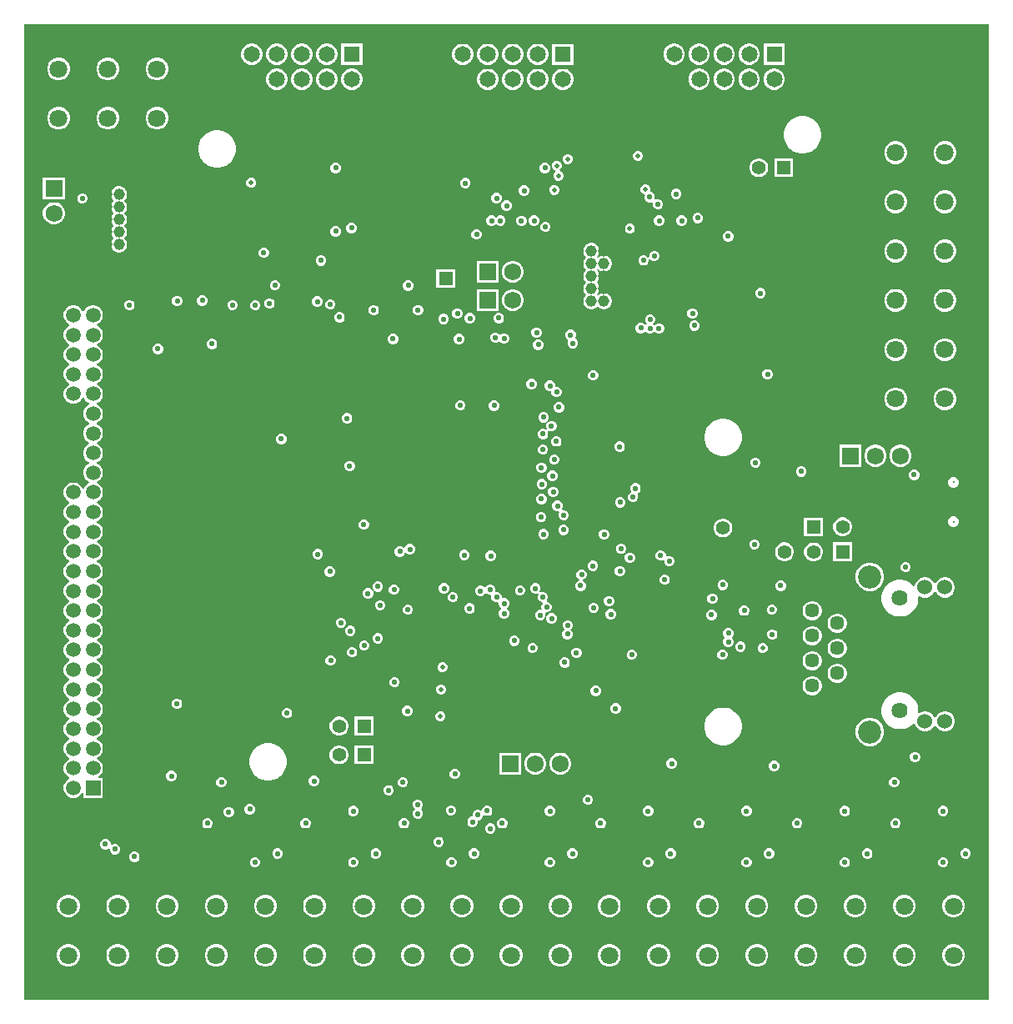
<source format=gbr>
%TF.GenerationSoftware,Altium Limited,Altium Designer,23.2.1 (34)*%
G04 Layer_Physical_Order=5*
G04 Layer_Color=16737945*
%FSLAX45Y45*%
%MOMM*%
%TF.SameCoordinates,83BFC8FC-9030-44E2-93D2-7D6D4A75544F*%
%TF.FilePolarity,Positive*%
%TF.FileFunction,Copper,L5,Inr,Signal*%
%TF.Part,Single*%
G01*
G75*
%TA.AperFunction,ComponentPad*%
%ADD56C,1.72500*%
%ADD57R,1.72500X1.72500*%
%ADD58C,1.40000*%
%ADD59R,1.40000X1.40000*%
%ADD60R,1.72500X1.72500*%
%ADD61R,1.40000X1.40000*%
%ADD62R,1.50000X1.50000*%
%ADD63C,1.50000*%
%ADD64R,1.65000X1.65000*%
%ADD65C,1.65000*%
%ADD66C,1.15000*%
%ADD67C,1.44600*%
%ADD68C,1.53000*%
%ADD69C,2.35500*%
%ADD70C,1.62500*%
%ADD71C,1.80000*%
%ADD72C,0.27500*%
%TA.AperFunction,ViaPad*%
%ADD73C,0.50000*%
%ADD74C,0.55000*%
G36*
X20750000Y2150000D02*
X10950000D01*
Y12050000D01*
X20750000D01*
Y2150000D01*
D02*
G37*
%LPC*%
G36*
X18674339Y11857900D02*
X18458540D01*
Y11642100D01*
X18674339D01*
Y11857900D01*
D02*
G37*
G36*
X18326645D02*
X18298235D01*
X18270792Y11850547D01*
X18246188Y11836341D01*
X18226099Y11816252D01*
X18211893Y11791648D01*
X18204539Y11764205D01*
Y11735795D01*
X18211893Y11708352D01*
X18226099Y11683748D01*
X18246188Y11663658D01*
X18270792Y11649453D01*
X18298235Y11642100D01*
X18326645D01*
X18354088Y11649453D01*
X18378693Y11663658D01*
X18398782Y11683748D01*
X18412987Y11708352D01*
X18420340Y11735795D01*
Y11764205D01*
X18412987Y11791648D01*
X18398782Y11816252D01*
X18378693Y11836341D01*
X18354088Y11850547D01*
X18326645Y11857900D01*
D02*
G37*
G36*
X18072646D02*
X18044235D01*
X18016792Y11850547D01*
X17992188Y11836341D01*
X17972099Y11816252D01*
X17957893Y11791648D01*
X17950540Y11764205D01*
Y11735795D01*
X17957893Y11708352D01*
X17972099Y11683748D01*
X17992188Y11663658D01*
X18016792Y11649453D01*
X18044235Y11642100D01*
X18072646D01*
X18100089Y11649453D01*
X18124692Y11663658D01*
X18144781Y11683748D01*
X18158987Y11708352D01*
X18166341Y11735795D01*
Y11764205D01*
X18158987Y11791648D01*
X18144781Y11816252D01*
X18124692Y11836341D01*
X18100089Y11850547D01*
X18072646Y11857900D01*
D02*
G37*
G36*
X17818645D02*
X17790234D01*
X17762791Y11850547D01*
X17738188Y11836341D01*
X17718098Y11816252D01*
X17703893Y11791648D01*
X17696539Y11764205D01*
Y11735795D01*
X17703893Y11708352D01*
X17718098Y11683748D01*
X17738188Y11663658D01*
X17762791Y11649453D01*
X17790234Y11642100D01*
X17818645D01*
X17846088Y11649453D01*
X17870692Y11663658D01*
X17890782Y11683748D01*
X17904987Y11708352D01*
X17912340Y11735795D01*
Y11764205D01*
X17904987Y11791648D01*
X17890782Y11816252D01*
X17870692Y11836341D01*
X17846088Y11850547D01*
X17818645Y11857900D01*
D02*
G37*
G36*
X17564645D02*
X17536235D01*
X17508792Y11850547D01*
X17484187Y11836341D01*
X17464099Y11816252D01*
X17449893Y11791648D01*
X17442540Y11764205D01*
Y11735795D01*
X17449893Y11708352D01*
X17464099Y11683748D01*
X17484187Y11663658D01*
X17508792Y11649453D01*
X17536235Y11642100D01*
X17564645D01*
X17592088Y11649453D01*
X17616692Y11663658D01*
X17636781Y11683748D01*
X17650987Y11708352D01*
X17658340Y11735795D01*
Y11764205D01*
X17650987Y11791648D01*
X17636781Y11816252D01*
X17616692Y11836341D01*
X17592088Y11850547D01*
X17564645Y11857900D01*
D02*
G37*
G36*
X14385240Y11855400D02*
X14169440D01*
Y11639600D01*
X14385240D01*
Y11855400D01*
D02*
G37*
G36*
X14037544D02*
X14009135D01*
X13981693Y11848047D01*
X13957088Y11833841D01*
X13937000Y11813752D01*
X13922794Y11789148D01*
X13915440Y11761705D01*
Y11733295D01*
X13922794Y11705852D01*
X13937000Y11681248D01*
X13957088Y11661159D01*
X13981693Y11646953D01*
X14009135Y11639600D01*
X14037544D01*
X14064989Y11646953D01*
X14089592Y11661159D01*
X14109682Y11681248D01*
X14123888Y11705852D01*
X14131239Y11733295D01*
Y11761705D01*
X14123888Y11789148D01*
X14109682Y11813752D01*
X14089592Y11833841D01*
X14064989Y11848047D01*
X14037544Y11855400D01*
D02*
G37*
G36*
X13783545D02*
X13755135D01*
X13727692Y11848047D01*
X13703088Y11833841D01*
X13682999Y11813752D01*
X13668793Y11789148D01*
X13661440Y11761705D01*
Y11733295D01*
X13668793Y11705852D01*
X13682999Y11681248D01*
X13703088Y11661159D01*
X13727692Y11646953D01*
X13755135Y11639600D01*
X13783545D01*
X13810988Y11646953D01*
X13835593Y11661159D01*
X13855681Y11681248D01*
X13869887Y11705852D01*
X13877240Y11733295D01*
Y11761705D01*
X13869887Y11789148D01*
X13855681Y11813752D01*
X13835593Y11833841D01*
X13810988Y11848047D01*
X13783545Y11855400D01*
D02*
G37*
G36*
X13529546D02*
X13501135D01*
X13473692Y11848047D01*
X13449088Y11833841D01*
X13428999Y11813752D01*
X13414793Y11789148D01*
X13407440Y11761705D01*
Y11733295D01*
X13414793Y11705852D01*
X13428999Y11681248D01*
X13449088Y11661159D01*
X13473692Y11646953D01*
X13501135Y11639600D01*
X13529546D01*
X13556989Y11646953D01*
X13581592Y11661159D01*
X13601682Y11681248D01*
X13615887Y11705852D01*
X13623241Y11733295D01*
Y11761705D01*
X13615887Y11789148D01*
X13601682Y11813752D01*
X13581592Y11833841D01*
X13556989Y11848047D01*
X13529546Y11855400D01*
D02*
G37*
G36*
X13275545D02*
X13247134D01*
X13219691Y11848047D01*
X13195088Y11833841D01*
X13174998Y11813752D01*
X13160793Y11789148D01*
X13153439Y11761705D01*
Y11733295D01*
X13160793Y11705852D01*
X13174998Y11681248D01*
X13195088Y11661159D01*
X13219691Y11646953D01*
X13247134Y11639600D01*
X13275545D01*
X13302988Y11646953D01*
X13327592Y11661159D01*
X13347681Y11681248D01*
X13361887Y11705852D01*
X13369240Y11733295D01*
Y11761705D01*
X13361887Y11789148D01*
X13347681Y11813752D01*
X13327592Y11833841D01*
X13302988Y11848047D01*
X13275545Y11855400D01*
D02*
G37*
G36*
X16527100Y11854980D02*
X16311301D01*
Y11639180D01*
X16527100D01*
Y11854980D01*
D02*
G37*
G36*
X16179405D02*
X16150995D01*
X16123552Y11847627D01*
X16098949Y11833422D01*
X16078859Y11813332D01*
X16064653Y11788728D01*
X16057300Y11761286D01*
Y11732875D01*
X16064653Y11705433D01*
X16078859Y11680828D01*
X16098949Y11660739D01*
X16123552Y11646533D01*
X16150995Y11639180D01*
X16179405D01*
X16206848Y11646533D01*
X16231451Y11660739D01*
X16251543Y11680828D01*
X16265747Y11705433D01*
X16273100Y11732875D01*
Y11761286D01*
X16265747Y11788728D01*
X16251543Y11813332D01*
X16231451Y11833422D01*
X16206848Y11847627D01*
X16179405Y11854980D01*
D02*
G37*
G36*
X15925404D02*
X15896996D01*
X15869553Y11847627D01*
X15844948Y11833422D01*
X15824860Y11813332D01*
X15810654Y11788728D01*
X15803300Y11761286D01*
Y11732875D01*
X15810654Y11705433D01*
X15824860Y11680828D01*
X15844948Y11660739D01*
X15869553Y11646533D01*
X15896996Y11639180D01*
X15925404D01*
X15952847Y11646533D01*
X15977452Y11660739D01*
X15997542Y11680828D01*
X16011748Y11705433D01*
X16019099Y11732875D01*
Y11761286D01*
X16011748Y11788728D01*
X15997542Y11813332D01*
X15977452Y11833422D01*
X15952847Y11847627D01*
X15925404Y11854980D01*
D02*
G37*
G36*
X15671405D02*
X15642995D01*
X15615552Y11847627D01*
X15590948Y11833422D01*
X15570859Y11813332D01*
X15556653Y11788728D01*
X15549300Y11761286D01*
Y11732875D01*
X15556653Y11705433D01*
X15570859Y11680828D01*
X15590948Y11660739D01*
X15615552Y11646533D01*
X15642995Y11639180D01*
X15671405D01*
X15698848Y11646533D01*
X15723453Y11660739D01*
X15743542Y11680828D01*
X15757747Y11705433D01*
X15765100Y11732875D01*
Y11761286D01*
X15757747Y11788728D01*
X15743542Y11813332D01*
X15723453Y11833422D01*
X15698848Y11847627D01*
X15671405Y11854980D01*
D02*
G37*
G36*
X15417406D02*
X15388995D01*
X15361552Y11847627D01*
X15336948Y11833422D01*
X15316859Y11813332D01*
X15302654Y11788728D01*
X15295300Y11761286D01*
Y11732875D01*
X15302654Y11705433D01*
X15316859Y11680828D01*
X15336948Y11660739D01*
X15361552Y11646533D01*
X15388995Y11639180D01*
X15417406D01*
X15444849Y11646533D01*
X15469452Y11660739D01*
X15489542Y11680828D01*
X15503748Y11705433D01*
X15511099Y11732875D01*
Y11761286D01*
X15503748Y11788728D01*
X15489542Y11813332D01*
X15469452Y11833422D01*
X15444849Y11847627D01*
X15417406Y11854980D01*
D02*
G37*
G36*
X12315193Y11715400D02*
X12284807D01*
X12255457Y11707535D01*
X12229143Y11692343D01*
X12207657Y11670857D01*
X12192465Y11644543D01*
X12184600Y11615193D01*
Y11584807D01*
X12192465Y11555457D01*
X12207657Y11529143D01*
X12229143Y11507657D01*
X12255457Y11492464D01*
X12284807Y11484600D01*
X12315193D01*
X12344543Y11492464D01*
X12370857Y11507657D01*
X12392343Y11529143D01*
X12407536Y11555457D01*
X12415400Y11584807D01*
Y11615193D01*
X12407536Y11644543D01*
X12392343Y11670857D01*
X12370857Y11692343D01*
X12344543Y11707535D01*
X12315193Y11715400D01*
D02*
G37*
G36*
X11815193D02*
X11784807D01*
X11755457Y11707535D01*
X11729143Y11692343D01*
X11707657Y11670857D01*
X11692465Y11644543D01*
X11684600Y11615193D01*
Y11584807D01*
X11692465Y11555457D01*
X11707657Y11529143D01*
X11729143Y11507657D01*
X11755457Y11492464D01*
X11784807Y11484600D01*
X11815193D01*
X11844543Y11492464D01*
X11870857Y11507657D01*
X11892343Y11529143D01*
X11907535Y11555457D01*
X11915400Y11584807D01*
Y11615193D01*
X11907535Y11644543D01*
X11892343Y11670857D01*
X11870857Y11692343D01*
X11844543Y11707535D01*
X11815193Y11715400D01*
D02*
G37*
G36*
X11315193D02*
X11284807D01*
X11255457Y11707535D01*
X11229143Y11692343D01*
X11207657Y11670857D01*
X11192465Y11644543D01*
X11184600Y11615193D01*
Y11584807D01*
X11192465Y11555457D01*
X11207657Y11529143D01*
X11229143Y11507657D01*
X11255457Y11492464D01*
X11284807Y11484600D01*
X11315193D01*
X11344543Y11492464D01*
X11370857Y11507657D01*
X11392343Y11529143D01*
X11407535Y11555457D01*
X11415400Y11584807D01*
Y11615193D01*
X11407535Y11644543D01*
X11392343Y11670857D01*
X11370857Y11692343D01*
X11344543Y11707535D01*
X11315193Y11715400D01*
D02*
G37*
G36*
X18580646Y11603900D02*
X18552235D01*
X18524792Y11596547D01*
X18500188Y11582341D01*
X18480099Y11562252D01*
X18465894Y11537648D01*
X18458540Y11510205D01*
Y11481795D01*
X18465894Y11454352D01*
X18480099Y11429748D01*
X18500188Y11409658D01*
X18524792Y11395453D01*
X18552235Y11388100D01*
X18580646D01*
X18608089Y11395453D01*
X18632692Y11409658D01*
X18652782Y11429748D01*
X18666988Y11454352D01*
X18674339Y11481795D01*
Y11510205D01*
X18666988Y11537648D01*
X18652782Y11562252D01*
X18632692Y11582341D01*
X18608089Y11596547D01*
X18580646Y11603900D01*
D02*
G37*
G36*
X18326645D02*
X18298235D01*
X18270792Y11596547D01*
X18246188Y11582341D01*
X18226099Y11562252D01*
X18211893Y11537648D01*
X18204539Y11510205D01*
Y11481795D01*
X18211893Y11454352D01*
X18226099Y11429748D01*
X18246188Y11409658D01*
X18270792Y11395453D01*
X18298235Y11388100D01*
X18326645D01*
X18354088Y11395453D01*
X18378693Y11409658D01*
X18398782Y11429748D01*
X18412987Y11454352D01*
X18420340Y11481795D01*
Y11510205D01*
X18412987Y11537648D01*
X18398782Y11562252D01*
X18378693Y11582341D01*
X18354088Y11596547D01*
X18326645Y11603900D01*
D02*
G37*
G36*
X18072646D02*
X18044235D01*
X18016792Y11596547D01*
X17992188Y11582341D01*
X17972099Y11562252D01*
X17957893Y11537648D01*
X17950540Y11510205D01*
Y11481795D01*
X17957893Y11454352D01*
X17972099Y11429748D01*
X17992188Y11409658D01*
X18016792Y11395453D01*
X18044235Y11388100D01*
X18072646D01*
X18100089Y11395453D01*
X18124692Y11409658D01*
X18144781Y11429748D01*
X18158987Y11454352D01*
X18166341Y11481795D01*
Y11510205D01*
X18158987Y11537648D01*
X18144781Y11562252D01*
X18124692Y11582341D01*
X18100089Y11596547D01*
X18072646Y11603900D01*
D02*
G37*
G36*
X17818645D02*
X17790234D01*
X17762791Y11596547D01*
X17738188Y11582341D01*
X17718098Y11562252D01*
X17703893Y11537648D01*
X17696539Y11510205D01*
Y11481795D01*
X17703893Y11454352D01*
X17718098Y11429748D01*
X17738188Y11409658D01*
X17762791Y11395453D01*
X17790234Y11388100D01*
X17818645D01*
X17846088Y11395453D01*
X17870692Y11409658D01*
X17890782Y11429748D01*
X17904987Y11454352D01*
X17912340Y11481795D01*
Y11510205D01*
X17904987Y11537648D01*
X17890782Y11562252D01*
X17870692Y11582341D01*
X17846088Y11596547D01*
X17818645Y11603900D01*
D02*
G37*
G36*
X14291545Y11601400D02*
X14263135D01*
X14235692Y11594047D01*
X14211089Y11579841D01*
X14190999Y11559752D01*
X14176793Y11535148D01*
X14169440Y11507705D01*
Y11479295D01*
X14176793Y11451852D01*
X14190999Y11427248D01*
X14211089Y11407159D01*
X14235692Y11392953D01*
X14263135Y11385600D01*
X14291545D01*
X14318988Y11392953D01*
X14343591Y11407159D01*
X14363681Y11427248D01*
X14377887Y11451852D01*
X14385240Y11479295D01*
Y11507705D01*
X14377887Y11535148D01*
X14363681Y11559752D01*
X14343591Y11579841D01*
X14318988Y11594047D01*
X14291545Y11601400D01*
D02*
G37*
G36*
X14037544D02*
X14009135D01*
X13981693Y11594047D01*
X13957088Y11579841D01*
X13937000Y11559752D01*
X13922794Y11535148D01*
X13915440Y11507705D01*
Y11479295D01*
X13922794Y11451852D01*
X13937000Y11427248D01*
X13957088Y11407159D01*
X13981693Y11392953D01*
X14009135Y11385600D01*
X14037544D01*
X14064989Y11392953D01*
X14089592Y11407159D01*
X14109682Y11427248D01*
X14123888Y11451852D01*
X14131239Y11479295D01*
Y11507705D01*
X14123888Y11535148D01*
X14109682Y11559752D01*
X14089592Y11579841D01*
X14064989Y11594047D01*
X14037544Y11601400D01*
D02*
G37*
G36*
X13783545D02*
X13755135D01*
X13727692Y11594047D01*
X13703088Y11579841D01*
X13682999Y11559752D01*
X13668793Y11535148D01*
X13661440Y11507705D01*
Y11479295D01*
X13668793Y11451852D01*
X13682999Y11427248D01*
X13703088Y11407159D01*
X13727692Y11392953D01*
X13755135Y11385600D01*
X13783545D01*
X13810988Y11392953D01*
X13835593Y11407159D01*
X13855681Y11427248D01*
X13869887Y11451852D01*
X13877240Y11479295D01*
Y11507705D01*
X13869887Y11535148D01*
X13855681Y11559752D01*
X13835593Y11579841D01*
X13810988Y11594047D01*
X13783545Y11601400D01*
D02*
G37*
G36*
X13529546D02*
X13501135D01*
X13473692Y11594047D01*
X13449088Y11579841D01*
X13428999Y11559752D01*
X13414793Y11535148D01*
X13407440Y11507705D01*
Y11479295D01*
X13414793Y11451852D01*
X13428999Y11427248D01*
X13449088Y11407159D01*
X13473692Y11392953D01*
X13501135Y11385600D01*
X13529546D01*
X13556989Y11392953D01*
X13581592Y11407159D01*
X13601682Y11427248D01*
X13615887Y11451852D01*
X13623241Y11479295D01*
Y11507705D01*
X13615887Y11535148D01*
X13601682Y11559752D01*
X13581592Y11579841D01*
X13556989Y11594047D01*
X13529546Y11601400D01*
D02*
G37*
G36*
X16433405Y11600980D02*
X16404996D01*
X16377551Y11593627D01*
X16352948Y11579422D01*
X16332858Y11559332D01*
X16318652Y11534728D01*
X16311301Y11507286D01*
Y11478875D01*
X16318652Y11451433D01*
X16332858Y11426828D01*
X16352948Y11406739D01*
X16377551Y11392533D01*
X16404996Y11385180D01*
X16433405D01*
X16460847Y11392533D01*
X16485452Y11406739D01*
X16505542Y11426828D01*
X16519746Y11451433D01*
X16527100Y11478875D01*
Y11507286D01*
X16519746Y11534728D01*
X16505542Y11559332D01*
X16485452Y11579422D01*
X16460847Y11593627D01*
X16433405Y11600980D01*
D02*
G37*
G36*
X16179405D02*
X16150995D01*
X16123552Y11593627D01*
X16098949Y11579422D01*
X16078859Y11559332D01*
X16064653Y11534728D01*
X16057300Y11507286D01*
Y11478875D01*
X16064653Y11451433D01*
X16078859Y11426828D01*
X16098949Y11406739D01*
X16123552Y11392533D01*
X16150995Y11385180D01*
X16179405D01*
X16206848Y11392533D01*
X16231451Y11406739D01*
X16251543Y11426828D01*
X16265747Y11451433D01*
X16273100Y11478875D01*
Y11507286D01*
X16265747Y11534728D01*
X16251543Y11559332D01*
X16231451Y11579422D01*
X16206848Y11593627D01*
X16179405Y11600980D01*
D02*
G37*
G36*
X15925404D02*
X15896996D01*
X15869553Y11593627D01*
X15844948Y11579422D01*
X15824860Y11559332D01*
X15810654Y11534728D01*
X15803300Y11507286D01*
Y11478875D01*
X15810654Y11451433D01*
X15824860Y11426828D01*
X15844948Y11406739D01*
X15869553Y11392533D01*
X15896996Y11385180D01*
X15925404D01*
X15952847Y11392533D01*
X15977452Y11406739D01*
X15997542Y11426828D01*
X16011748Y11451433D01*
X16019099Y11478875D01*
Y11507286D01*
X16011748Y11534728D01*
X15997542Y11559332D01*
X15977452Y11579422D01*
X15952847Y11593627D01*
X15925404Y11600980D01*
D02*
G37*
G36*
X15671405D02*
X15642995D01*
X15615552Y11593627D01*
X15590948Y11579422D01*
X15570859Y11559332D01*
X15556653Y11534728D01*
X15549300Y11507286D01*
Y11478875D01*
X15556653Y11451433D01*
X15570859Y11426828D01*
X15590948Y11406739D01*
X15615552Y11392533D01*
X15642995Y11385180D01*
X15671405D01*
X15698848Y11392533D01*
X15723453Y11406739D01*
X15743542Y11426828D01*
X15757747Y11451433D01*
X15765100Y11478875D01*
Y11507286D01*
X15757747Y11534728D01*
X15743542Y11559332D01*
X15723453Y11579422D01*
X15698848Y11593627D01*
X15671405Y11600980D01*
D02*
G37*
G36*
X12315193Y11215400D02*
X12284807D01*
X12255457Y11207535D01*
X12229143Y11192343D01*
X12207657Y11170857D01*
X12192465Y11144543D01*
X12184600Y11115193D01*
Y11084807D01*
X12192465Y11055457D01*
X12207657Y11029143D01*
X12229143Y11007657D01*
X12255457Y10992464D01*
X12284807Y10984600D01*
X12315193D01*
X12344543Y10992464D01*
X12370857Y11007657D01*
X12392343Y11029143D01*
X12407536Y11055457D01*
X12415400Y11084807D01*
Y11115193D01*
X12407536Y11144543D01*
X12392343Y11170857D01*
X12370857Y11192343D01*
X12344543Y11207535D01*
X12315193Y11215400D01*
D02*
G37*
G36*
X11815193D02*
X11784807D01*
X11755457Y11207535D01*
X11729143Y11192343D01*
X11707657Y11170857D01*
X11692465Y11144543D01*
X11684600Y11115193D01*
Y11084807D01*
X11692465Y11055457D01*
X11707657Y11029143D01*
X11729143Y11007657D01*
X11755457Y10992464D01*
X11784807Y10984600D01*
X11815193D01*
X11844543Y10992464D01*
X11870857Y11007657D01*
X11892343Y11029143D01*
X11907535Y11055457D01*
X11915400Y11084807D01*
Y11115193D01*
X11907535Y11144543D01*
X11892343Y11170857D01*
X11870857Y11192343D01*
X11844543Y11207535D01*
X11815193Y11215400D01*
D02*
G37*
G36*
X11315193D02*
X11284807D01*
X11255457Y11207535D01*
X11229143Y11192343D01*
X11207657Y11170857D01*
X11192465Y11144543D01*
X11184600Y11115193D01*
Y11084807D01*
X11192465Y11055457D01*
X11207657Y11029143D01*
X11229143Y11007657D01*
X11255457Y10992464D01*
X11284807Y10984600D01*
X11315193D01*
X11344543Y10992464D01*
X11370857Y11007657D01*
X11392343Y11029143D01*
X11407535Y11055457D01*
X11415400Y11084807D01*
Y11115193D01*
X11407535Y11144543D01*
X11392343Y11170857D01*
X11370857Y11192343D01*
X11344543Y11207535D01*
X11315193Y11215400D01*
D02*
G37*
G36*
X18873174Y11120020D02*
X18835667D01*
X18798882Y11112703D01*
X18764232Y11098350D01*
X18733047Y11077513D01*
X18706528Y11050993D01*
X18685690Y11019808D01*
X18671336Y10985158D01*
X18664020Y10948373D01*
Y10910867D01*
X18671336Y10874082D01*
X18685690Y10839432D01*
X18706528Y10808247D01*
X18733047Y10781727D01*
X18764232Y10760890D01*
X18798882Y10746537D01*
X18835667Y10739220D01*
X18873174D01*
X18909958Y10746537D01*
X18944608Y10760890D01*
X18975793Y10781727D01*
X19002313Y10808247D01*
X19023151Y10839432D01*
X19037503Y10874082D01*
X19044820Y10910867D01*
Y10948373D01*
X19037503Y10985158D01*
X19023151Y11019808D01*
X19002313Y11050993D01*
X18975793Y11077513D01*
X18944608Y11098350D01*
X18909958Y11112703D01*
X18873174Y11120020D01*
D02*
G37*
G36*
X17193124Y10766660D02*
X17173074D01*
X17154552Y10758987D01*
X17140373Y10744809D01*
X17132700Y10726285D01*
Y10706235D01*
X17140373Y10687711D01*
X17154552Y10673533D01*
X17173074Y10665860D01*
X17193124D01*
X17211649Y10673533D01*
X17225827Y10687711D01*
X17233501Y10706235D01*
Y10726285D01*
X17225827Y10744809D01*
X17211649Y10758987D01*
X17193124Y10766660D01*
D02*
G37*
G36*
X16479385Y10736180D02*
X16459335D01*
X16440811Y10728507D01*
X16426633Y10714329D01*
X16418961Y10695805D01*
Y10675755D01*
X16426633Y10657231D01*
X16440811Y10643053D01*
X16459335Y10635380D01*
X16479385D01*
X16497910Y10643053D01*
X16512086Y10657231D01*
X16519760Y10675755D01*
Y10695805D01*
X16512086Y10714329D01*
X16497910Y10728507D01*
X16479385Y10736180D01*
D02*
G37*
G36*
X20315192Y10865402D02*
X20284805D01*
X20255457Y10857538D01*
X20229141Y10842345D01*
X20207655Y10820859D01*
X20192464Y10794545D01*
X20184599Y10765195D01*
Y10734810D01*
X20192464Y10705460D01*
X20207655Y10679145D01*
X20229141Y10657660D01*
X20255457Y10642467D01*
X20284805Y10634603D01*
X20315192D01*
X20344540Y10642467D01*
X20370856Y10657660D01*
X20392342Y10679145D01*
X20407533Y10705460D01*
X20415398Y10734810D01*
Y10765195D01*
X20407533Y10794545D01*
X20392342Y10820859D01*
X20370856Y10842345D01*
X20344540Y10857538D01*
X20315192Y10865402D01*
D02*
G37*
G36*
X19815192D02*
X19784805D01*
X19755457Y10857538D01*
X19729141Y10842345D01*
X19707655Y10820859D01*
X19692464Y10794545D01*
X19684599Y10765195D01*
Y10734810D01*
X19692464Y10705460D01*
X19707655Y10679145D01*
X19729141Y10657660D01*
X19755457Y10642467D01*
X19784805Y10634603D01*
X19815192D01*
X19844540Y10642467D01*
X19870856Y10657660D01*
X19892342Y10679145D01*
X19907533Y10705460D01*
X19915398Y10734810D01*
Y10765195D01*
X19907533Y10794545D01*
X19892342Y10820859D01*
X19870856Y10842345D01*
X19844540Y10857538D01*
X19815192Y10865402D01*
D02*
G37*
G36*
X12927032Y10977780D02*
X12889526D01*
X12852742Y10970463D01*
X12818092Y10956110D01*
X12786907Y10935273D01*
X12760387Y10908753D01*
X12739550Y10877568D01*
X12725197Y10842918D01*
X12717880Y10806133D01*
Y10768627D01*
X12725197Y10731842D01*
X12739550Y10697192D01*
X12760387Y10666007D01*
X12786907Y10639487D01*
X12818092Y10618650D01*
X12852742Y10604297D01*
X12889526Y10596980D01*
X12927032D01*
X12963818Y10604297D01*
X12998468Y10618650D01*
X13029652Y10639487D01*
X13056174Y10666007D01*
X13077010Y10697192D01*
X13091364Y10731842D01*
X13098680Y10768627D01*
Y10806133D01*
X13091364Y10842918D01*
X13077010Y10877568D01*
X13056174Y10908753D01*
X13029652Y10935273D01*
X12998468Y10956110D01*
X12963818Y10970463D01*
X12927032Y10977780D01*
D02*
G37*
G36*
X16248743Y10647240D02*
X16227698D01*
X16208255Y10639186D01*
X16193375Y10624305D01*
X16185320Y10604862D01*
Y10583818D01*
X16193375Y10564375D01*
X16208255Y10549494D01*
X16227698Y10541440D01*
X16248743D01*
X16268185Y10549494D01*
X16283066Y10564375D01*
X16291119Y10583818D01*
Y10604862D01*
X16283066Y10624305D01*
X16268185Y10639186D01*
X16248743Y10647240D01*
D02*
G37*
G36*
X14125302D02*
X14104259D01*
X14084814Y10639186D01*
X14069934Y10624305D01*
X14061880Y10604862D01*
Y10583818D01*
X14069934Y10564375D01*
X14084814Y10549494D01*
X14104259Y10541440D01*
X14125302D01*
X14144745Y10549494D01*
X14159625Y10564375D01*
X14167680Y10583818D01*
Y10604862D01*
X14159625Y10624305D01*
X14144745Y10639186D01*
X14125302Y10647240D01*
D02*
G37*
G36*
X18759320Y10692280D02*
X18568520D01*
Y10501480D01*
X18759320D01*
Y10692280D01*
D02*
G37*
G36*
X18422479D02*
X18397360D01*
X18373097Y10685778D01*
X18351343Y10673219D01*
X18333582Y10655457D01*
X18321022Y10633703D01*
X18314520Y10609440D01*
Y10584320D01*
X18321022Y10560057D01*
X18333582Y10538303D01*
X18351343Y10520541D01*
X18373097Y10507982D01*
X18397360Y10501480D01*
X18422479D01*
X18446742Y10507982D01*
X18468497Y10520541D01*
X18486259Y10538303D01*
X18498817Y10560057D01*
X18505321Y10584320D01*
Y10609440D01*
X18498817Y10633703D01*
X18486259Y10655457D01*
X18468497Y10673219D01*
X18446742Y10685778D01*
X18422479Y10692280D01*
D02*
G37*
G36*
X16367625Y10667600D02*
X16347575D01*
X16329051Y10659927D01*
X16314873Y10645749D01*
X16307201Y10627225D01*
Y10607175D01*
X16314873Y10588651D01*
X16329051Y10574473D01*
X16341307Y10569396D01*
X16342268Y10567470D01*
X16343571Y10555067D01*
X16332652Y10544149D01*
X16324980Y10525625D01*
Y10505575D01*
X16332652Y10487051D01*
X16346831Y10472873D01*
X16365355Y10465200D01*
X16385405D01*
X16403929Y10472873D01*
X16418108Y10487051D01*
X16425780Y10505575D01*
Y10525625D01*
X16418108Y10544149D01*
X16403929Y10558327D01*
X16391673Y10563404D01*
X16390712Y10565330D01*
X16389409Y10577733D01*
X16400327Y10588651D01*
X16408000Y10607175D01*
Y10627225D01*
X16400327Y10645749D01*
X16386150Y10659927D01*
X16367625Y10667600D01*
D02*
G37*
G36*
X13266286Y10492340D02*
X13246236D01*
X13227711Y10484667D01*
X13213533Y10470489D01*
X13205859Y10451965D01*
Y10431915D01*
X13213533Y10413391D01*
X13227711Y10399213D01*
X13246236Y10391540D01*
X13266286D01*
X13284808Y10399213D01*
X13298987Y10413391D01*
X13306660Y10431915D01*
Y10451965D01*
X13298987Y10470489D01*
X13284808Y10484667D01*
X13266286Y10492340D01*
D02*
G37*
G36*
X15441022Y10492300D02*
X15419978D01*
X15400536Y10484246D01*
X15385654Y10469365D01*
X15377600Y10449922D01*
Y10428878D01*
X15385654Y10409435D01*
X15400536Y10394554D01*
X15419978Y10386500D01*
X15441022D01*
X15460464Y10394554D01*
X15475346Y10409435D01*
X15483400Y10428878D01*
Y10449922D01*
X15475346Y10469365D01*
X15460464Y10484246D01*
X15441022Y10492300D01*
D02*
G37*
G36*
X16342226Y10421220D02*
X16322176D01*
X16303651Y10413547D01*
X16289473Y10399369D01*
X16281799Y10380845D01*
Y10360795D01*
X16289473Y10342271D01*
X16303651Y10328093D01*
X16322176Y10320420D01*
X16342226D01*
X16360748Y10328093D01*
X16374927Y10342271D01*
X16382600Y10360795D01*
Y10380845D01*
X16374927Y10399369D01*
X16360748Y10413547D01*
X16342226Y10421220D01*
D02*
G37*
G36*
X16037923Y10416100D02*
X16016878D01*
X15997435Y10408046D01*
X15982555Y10393165D01*
X15974500Y10373722D01*
Y10352678D01*
X15982555Y10333235D01*
X15997435Y10318354D01*
X16016878Y10310300D01*
X16037923D01*
X16057365Y10318354D01*
X16072246Y10333235D01*
X16080299Y10352678D01*
Y10373722D01*
X16072246Y10393165D01*
X16057365Y10408046D01*
X16037923Y10416100D01*
D02*
G37*
G36*
X17582242Y10383080D02*
X17561198D01*
X17541756Y10375026D01*
X17526874Y10360145D01*
X17518820Y10340702D01*
Y10319658D01*
X17526874Y10300215D01*
X17541756Y10285334D01*
X17561198Y10277280D01*
X17582242D01*
X17601685Y10285334D01*
X17616566Y10300215D01*
X17624620Y10319658D01*
Y10340702D01*
X17616566Y10360145D01*
X17601685Y10375026D01*
X17582242Y10383080D01*
D02*
G37*
G36*
X11363850Y10500250D02*
X11140550D01*
Y10276950D01*
X11363850D01*
Y10500250D01*
D02*
G37*
G36*
X15758522Y10339900D02*
X15737479D01*
X15718034Y10331846D01*
X15703154Y10316965D01*
X15695100Y10297522D01*
Y10276478D01*
X15703154Y10257035D01*
X15718034Y10242154D01*
X15737479Y10234100D01*
X15758522D01*
X15777965Y10242154D01*
X15792847Y10257035D01*
X15800900Y10276478D01*
Y10297522D01*
X15792847Y10316965D01*
X15777965Y10331846D01*
X15758522Y10339900D01*
D02*
G37*
G36*
X11552282Y10337360D02*
X11531238D01*
X11511795Y10329306D01*
X11496914Y10314425D01*
X11488860Y10294982D01*
Y10273938D01*
X11496914Y10254495D01*
X11511795Y10239614D01*
X11531238Y10231560D01*
X11552282D01*
X11571725Y10239614D01*
X11586606Y10254495D01*
X11594660Y10273938D01*
Y10294982D01*
X11586606Y10314425D01*
X11571725Y10329306D01*
X11552282Y10337360D01*
D02*
G37*
G36*
X17269325Y10426300D02*
X17249275D01*
X17230751Y10418627D01*
X17216573Y10404449D01*
X17208900Y10385925D01*
Y10365875D01*
X17216573Y10347351D01*
X17230751Y10333173D01*
X17249275Y10325500D01*
X17254019Y10318399D01*
X17249580Y10307682D01*
Y10286638D01*
X17257634Y10267195D01*
X17272514Y10252314D01*
X17291959Y10244260D01*
X17313002D01*
X17326151Y10249706D01*
X17335870Y10239986D01*
X17333400Y10234022D01*
Y10212978D01*
X17341454Y10193535D01*
X17356335Y10178654D01*
X17375778Y10170600D01*
X17396822D01*
X17416264Y10178654D01*
X17431146Y10193535D01*
X17439200Y10212978D01*
Y10234022D01*
X17431146Y10253465D01*
X17416264Y10268346D01*
X17396822Y10276400D01*
X17375778D01*
X17362630Y10270954D01*
X17352910Y10280674D01*
X17355380Y10286638D01*
Y10307682D01*
X17347327Y10327125D01*
X17332445Y10342006D01*
X17316325Y10348683D01*
X17307915Y10361566D01*
X17309700Y10365875D01*
Y10385925D01*
X17302026Y10404449D01*
X17287849Y10418627D01*
X17269325Y10426300D01*
D02*
G37*
G36*
X15860123Y10263700D02*
X15839078D01*
X15819635Y10255646D01*
X15804755Y10240765D01*
X15796700Y10221322D01*
Y10200278D01*
X15804755Y10180835D01*
X15819635Y10165954D01*
X15839078Y10157900D01*
X15860123D01*
X15879565Y10165954D01*
X15894446Y10180835D01*
X15902499Y10200278D01*
Y10221322D01*
X15894446Y10240765D01*
X15879565Y10255646D01*
X15860123Y10263700D01*
D02*
G37*
G36*
X20315193Y10365400D02*
X20284807D01*
X20255457Y10357536D01*
X20229143Y10342343D01*
X20207657Y10320857D01*
X20192465Y10294543D01*
X20184599Y10265193D01*
Y10234807D01*
X20192465Y10205457D01*
X20207657Y10179143D01*
X20229143Y10157657D01*
X20255457Y10142465D01*
X20284807Y10134600D01*
X20315193D01*
X20344543Y10142465D01*
X20370857Y10157657D01*
X20392343Y10179143D01*
X20407536Y10205457D01*
X20415401Y10234807D01*
Y10265193D01*
X20407536Y10294543D01*
X20392343Y10320857D01*
X20370857Y10342343D01*
X20344543Y10357536D01*
X20315193Y10365400D01*
D02*
G37*
G36*
X19815193D02*
X19784807D01*
X19755457Y10357536D01*
X19729143Y10342343D01*
X19707657Y10320857D01*
X19692465Y10294543D01*
X19684599Y10265193D01*
Y10234807D01*
X19692465Y10205457D01*
X19707657Y10179143D01*
X19729143Y10157657D01*
X19755457Y10142465D01*
X19784807Y10134600D01*
X19815193D01*
X19844543Y10142465D01*
X19870857Y10157657D01*
X19892343Y10179143D01*
X19907535Y10205457D01*
X19915401Y10234807D01*
Y10265193D01*
X19907535Y10294543D01*
X19892343Y10320857D01*
X19870857Y10342343D01*
X19844543Y10357536D01*
X19815193Y10365400D01*
D02*
G37*
G36*
X15796622Y10111300D02*
X15775578D01*
X15756136Y10103246D01*
X15741650Y10088762D01*
X15727165Y10103246D01*
X15707722Y10111300D01*
X15686678D01*
X15667235Y10103246D01*
X15652354Y10088365D01*
X15644299Y10068922D01*
Y10047878D01*
X15652354Y10028435D01*
X15667235Y10013554D01*
X15686678Y10005500D01*
X15707722D01*
X15727165Y10013554D01*
X15741650Y10028038D01*
X15756136Y10013554D01*
X15775578Y10005500D01*
X15796622D01*
X15816064Y10013554D01*
X15830946Y10028435D01*
X15839000Y10047878D01*
Y10068922D01*
X15830946Y10088365D01*
X15816064Y10103246D01*
X15796622Y10111300D01*
D02*
G37*
G36*
X17801660Y10139839D02*
X17780615D01*
X17761172Y10131786D01*
X17746291Y10116905D01*
X17738239Y10097462D01*
Y10076417D01*
X17746291Y10056974D01*
X17761172Y10042093D01*
X17780615Y10034040D01*
X17801660D01*
X17821103Y10042093D01*
X17835983Y10056974D01*
X17844037Y10076417D01*
Y10097462D01*
X17835983Y10116905D01*
X17821103Y10131786D01*
X17801660Y10139839D01*
D02*
G37*
G36*
X11266899Y10246250D02*
X11237501D01*
X11209105Y10238641D01*
X11183645Y10223942D01*
X11162858Y10203155D01*
X11148159Y10177695D01*
X11140550Y10149299D01*
Y10119901D01*
X11148159Y10091505D01*
X11162858Y10066045D01*
X11183645Y10045258D01*
X11209105Y10030559D01*
X11237501Y10022950D01*
X11266899D01*
X11295295Y10030559D01*
X11320755Y10045258D01*
X11341542Y10066045D01*
X11356241Y10091505D01*
X11363850Y10119901D01*
Y10149299D01*
X11356241Y10177695D01*
X11341542Y10203155D01*
X11320755Y10223942D01*
X11295295Y10238641D01*
X11266899Y10246250D01*
D02*
G37*
G36*
X17638123Y10111300D02*
X17617078D01*
X17597635Y10103246D01*
X17582755Y10088365D01*
X17574699Y10068922D01*
Y10047878D01*
X17582755Y10028435D01*
X17597635Y10013554D01*
X17617078Y10005500D01*
X17638123D01*
X17657565Y10013554D01*
X17672446Y10028435D01*
X17680499Y10047878D01*
Y10068922D01*
X17672446Y10088365D01*
X17657565Y10103246D01*
X17638123Y10111300D01*
D02*
G37*
G36*
X17409521D02*
X17388478D01*
X17369035Y10103246D01*
X17354153Y10088365D01*
X17346100Y10068922D01*
Y10047878D01*
X17354153Y10028435D01*
X17369035Y10013554D01*
X17388478Y10005500D01*
X17409521D01*
X17428966Y10013554D01*
X17443846Y10028435D01*
X17451900Y10047878D01*
Y10068922D01*
X17443846Y10088365D01*
X17428966Y10103246D01*
X17409521Y10111300D01*
D02*
G37*
G36*
X16139522D02*
X16118478D01*
X16099036Y10103246D01*
X16084154Y10088365D01*
X16076100Y10068922D01*
Y10047878D01*
X16084154Y10028435D01*
X16099036Y10013554D01*
X16118478Y10005500D01*
X16139522D01*
X16158965Y10013554D01*
X16173846Y10028435D01*
X16181900Y10047878D01*
Y10068922D01*
X16173846Y10088365D01*
X16158965Y10103246D01*
X16139522Y10111300D01*
D02*
G37*
G36*
X16010472Y10109250D02*
X15989429D01*
X15969984Y10101196D01*
X15955104Y10086315D01*
X15947050Y10066872D01*
Y10045828D01*
X15955104Y10026385D01*
X15969984Y10011504D01*
X15989429Y10003450D01*
X16010472D01*
X16029915Y10011504D01*
X16044797Y10026385D01*
X16052850Y10045828D01*
Y10066872D01*
X16044797Y10086315D01*
X16029915Y10101196D01*
X16010472Y10109250D01*
D02*
G37*
G36*
X16253822Y10047800D02*
X16232777D01*
X16213335Y10039746D01*
X16198454Y10024865D01*
X16190401Y10005422D01*
Y9984378D01*
X16198454Y9964935D01*
X16213335Y9950054D01*
X16232777Y9942000D01*
X16253822D01*
X16273265Y9950054D01*
X16288145Y9964935D01*
X16296201Y9984378D01*
Y10005422D01*
X16288145Y10024865D01*
X16273265Y10039746D01*
X16253822Y10047800D01*
D02*
G37*
G36*
X14285323Y10037640D02*
X14264278D01*
X14244835Y10029586D01*
X14229955Y10014705D01*
X14221899Y9995262D01*
Y9974218D01*
X14229955Y9954775D01*
X14244835Y9939894D01*
X14264278Y9931840D01*
X14285323D01*
X14304765Y9939894D01*
X14319646Y9954775D01*
X14327699Y9974218D01*
Y9995262D01*
X14319646Y10014705D01*
X14304765Y10029586D01*
X14285323Y10037640D01*
D02*
G37*
G36*
X17111188Y10030561D02*
X17091138D01*
X17072612Y10022888D01*
X17058435Y10008710D01*
X17050761Y9990186D01*
Y9970136D01*
X17058435Y9951612D01*
X17072612Y9937434D01*
X17091138Y9929761D01*
X17111188D01*
X17129710Y9937434D01*
X17143887Y9951612D01*
X17151562Y9970136D01*
Y9990186D01*
X17143887Y10008710D01*
X17129710Y10022888D01*
X17111188Y10030561D01*
D02*
G37*
G36*
X14125302Y10004620D02*
X14104259D01*
X14084814Y9996566D01*
X14069934Y9981685D01*
X14061880Y9962242D01*
Y9941198D01*
X14069934Y9921755D01*
X14084814Y9906874D01*
X14104259Y9898820D01*
X14125302D01*
X14144745Y9906874D01*
X14159625Y9921755D01*
X14167680Y9941198D01*
Y9962242D01*
X14159625Y9981685D01*
X14144745Y9996566D01*
X14125302Y10004620D01*
D02*
G37*
G36*
X15555322Y9971600D02*
X15534277D01*
X15514835Y9963546D01*
X15499954Y9948665D01*
X15491901Y9929222D01*
Y9908178D01*
X15499954Y9888735D01*
X15514835Y9873854D01*
X15534277Y9865800D01*
X15555322D01*
X15574765Y9873854D01*
X15589645Y9888735D01*
X15597701Y9908178D01*
Y9929222D01*
X15589645Y9948665D01*
X15574765Y9963546D01*
X15555322Y9971600D01*
D02*
G37*
G36*
X18110522Y9952900D02*
X18089478D01*
X18070035Y9944846D01*
X18055154Y9929965D01*
X18047099Y9910522D01*
Y9889478D01*
X18055154Y9870035D01*
X18070035Y9855154D01*
X18089478Y9847100D01*
X18110522D01*
X18129967Y9855154D01*
X18144846Y9870035D01*
X18152901Y9889478D01*
Y9910522D01*
X18144846Y9929965D01*
X18129967Y9944846D01*
X18110522Y9952900D01*
D02*
G37*
G36*
X11923514Y10408000D02*
X11901686D01*
X11880602Y10402351D01*
X11861698Y10391436D01*
X11846264Y10376002D01*
X11835349Y10357098D01*
X11829700Y10336014D01*
Y10314186D01*
X11835349Y10293102D01*
X11846264Y10274198D01*
X11858862Y10261600D01*
X11846264Y10249002D01*
X11835349Y10230098D01*
X11829700Y10209014D01*
Y10187186D01*
X11835349Y10166102D01*
X11846264Y10147198D01*
X11858862Y10134600D01*
X11846264Y10122002D01*
X11835349Y10103098D01*
X11829700Y10082014D01*
Y10060186D01*
X11835349Y10039102D01*
X11846264Y10020198D01*
X11858862Y10007600D01*
X11846264Y9995002D01*
X11835349Y9976098D01*
X11829700Y9955014D01*
Y9933186D01*
X11835349Y9912102D01*
X11846264Y9893198D01*
X11858862Y9880600D01*
X11846264Y9868002D01*
X11835349Y9849098D01*
X11829700Y9828014D01*
Y9806186D01*
X11835349Y9785102D01*
X11846264Y9766198D01*
X11861698Y9750764D01*
X11880602Y9739849D01*
X11901686Y9734200D01*
X11923514D01*
X11944598Y9739849D01*
X11963502Y9750764D01*
X11978936Y9766198D01*
X11989851Y9785102D01*
X11995500Y9806186D01*
Y9828014D01*
X11989851Y9849098D01*
X11978936Y9868002D01*
X11966338Y9880600D01*
X11978936Y9893198D01*
X11989851Y9912102D01*
X11995500Y9933186D01*
Y9955014D01*
X11989851Y9976098D01*
X11978936Y9995002D01*
X11966338Y10007600D01*
X11978936Y10020198D01*
X11989851Y10039102D01*
X11995500Y10060186D01*
Y10082014D01*
X11989851Y10103098D01*
X11978936Y10122002D01*
X11966338Y10134600D01*
X11978936Y10147198D01*
X11989851Y10166102D01*
X11995500Y10187186D01*
Y10209014D01*
X11989851Y10230098D01*
X11978936Y10249002D01*
X11966338Y10261600D01*
X11978936Y10274198D01*
X11989851Y10293102D01*
X11995500Y10314186D01*
Y10336014D01*
X11989851Y10357098D01*
X11978936Y10376002D01*
X11963502Y10391436D01*
X11944598Y10402351D01*
X11923514Y10408000D01*
D02*
G37*
G36*
X17360522Y9752900D02*
X17339478D01*
X17320035Y9744846D01*
X17305154Y9729965D01*
X17297099Y9710522D01*
Y9689478D01*
X17285367Y9685703D01*
X17285266Y9685946D01*
X17270386Y9700826D01*
X17250943Y9708880D01*
X17229898D01*
X17210455Y9700826D01*
X17195573Y9685946D01*
X17187520Y9666503D01*
Y9645458D01*
X17195573Y9626015D01*
X17210455Y9611134D01*
X17229898Y9603080D01*
X17250943D01*
X17270386Y9611134D01*
X17285266Y9626015D01*
X17293320Y9645458D01*
Y9666502D01*
X17305054Y9670277D01*
X17305154Y9670035D01*
X17320035Y9655154D01*
X17339478Y9647100D01*
X17360522D01*
X17379965Y9655154D01*
X17394846Y9670035D01*
X17402901Y9689477D01*
Y9710522D01*
X17394846Y9729965D01*
X17379965Y9744846D01*
X17360522Y9752900D01*
D02*
G37*
G36*
X13393782Y9786180D02*
X13372739D01*
X13353294Y9778126D01*
X13338414Y9763245D01*
X13330360Y9743802D01*
Y9722758D01*
X13338414Y9703315D01*
X13353294Y9688434D01*
X13372739Y9680380D01*
X13393782D01*
X13413225Y9688434D01*
X13428107Y9703315D01*
X13436160Y9722758D01*
Y9743802D01*
X13428107Y9763245D01*
X13413225Y9778126D01*
X13393782Y9786180D01*
D02*
G37*
G36*
X20315193Y9865400D02*
X20284807D01*
X20255457Y9857536D01*
X20229143Y9842343D01*
X20207657Y9820857D01*
X20192465Y9794543D01*
X20184599Y9765193D01*
Y9734807D01*
X20192465Y9705457D01*
X20207657Y9679143D01*
X20229143Y9657657D01*
X20255457Y9642465D01*
X20284807Y9634600D01*
X20315193D01*
X20344543Y9642465D01*
X20370857Y9657657D01*
X20392343Y9679143D01*
X20407536Y9705457D01*
X20415401Y9734807D01*
Y9765193D01*
X20407536Y9794543D01*
X20392343Y9820857D01*
X20370857Y9842343D01*
X20344543Y9857536D01*
X20315193Y9865400D01*
D02*
G37*
G36*
X19815193D02*
X19784807D01*
X19755457Y9857536D01*
X19729143Y9842343D01*
X19707657Y9820857D01*
X19692465Y9794543D01*
X19684599Y9765193D01*
Y9734807D01*
X19692465Y9705457D01*
X19707657Y9679143D01*
X19729143Y9657657D01*
X19755457Y9642465D01*
X19784807Y9634600D01*
X19815193D01*
X19844543Y9642465D01*
X19870857Y9657657D01*
X19892343Y9679143D01*
X19907535Y9705457D01*
X19915401Y9734807D01*
Y9765193D01*
X19907535Y9794543D01*
X19892343Y9820857D01*
X19870857Y9842343D01*
X19844543Y9857536D01*
X19815193Y9865400D01*
D02*
G37*
G36*
X13975443Y9707440D02*
X13954398D01*
X13934955Y9699386D01*
X13920074Y9684505D01*
X13912019Y9665062D01*
Y9644018D01*
X13920074Y9624575D01*
X13934955Y9609694D01*
X13954398Y9601640D01*
X13975443D01*
X13994885Y9609694D01*
X14009766Y9624575D01*
X14017821Y9644018D01*
Y9665062D01*
X14009766Y9684505D01*
X13994885Y9699386D01*
X13975443Y9707440D01*
D02*
G37*
G36*
X16721574Y9833960D02*
X16699747D01*
X16678662Y9828311D01*
X16659758Y9817396D01*
X16644324Y9801962D01*
X16633409Y9783058D01*
X16627760Y9761974D01*
Y9740146D01*
X16633409Y9719062D01*
X16644324Y9700158D01*
X16656921Y9687560D01*
X16644324Y9674962D01*
X16633409Y9656058D01*
X16627760Y9634974D01*
Y9613146D01*
X16633409Y9592062D01*
X16644324Y9573158D01*
X16656921Y9560560D01*
X16644324Y9547962D01*
X16633409Y9529058D01*
X16627760Y9507974D01*
Y9486146D01*
X16633409Y9465062D01*
X16644324Y9446158D01*
X16656921Y9433560D01*
X16644324Y9420962D01*
X16633409Y9402058D01*
X16627760Y9380974D01*
Y9359146D01*
X16633409Y9338062D01*
X16644324Y9319158D01*
X16656921Y9306560D01*
X16644324Y9293962D01*
X16633409Y9275058D01*
X16627760Y9253974D01*
Y9232146D01*
X16633409Y9211062D01*
X16644324Y9192158D01*
X16659758Y9176724D01*
X16678662Y9165809D01*
X16699747Y9160160D01*
X16721574D01*
X16742657Y9165809D01*
X16761562Y9176724D01*
X16774159Y9189322D01*
X16786758Y9176724D01*
X16805663Y9165809D01*
X16826746Y9160160D01*
X16848573D01*
X16869658Y9165809D01*
X16888562Y9176724D01*
X16903996Y9192158D01*
X16914911Y9211062D01*
X16920560Y9232146D01*
Y9253974D01*
X16914911Y9275058D01*
X16903996Y9293962D01*
X16888562Y9309396D01*
X16869658Y9320311D01*
X16848573Y9325960D01*
X16826746D01*
X16805663Y9320311D01*
X16786758Y9309396D01*
X16774159Y9296798D01*
X16764398Y9306560D01*
X16776996Y9319158D01*
X16787910Y9338062D01*
X16793559Y9359146D01*
Y9380974D01*
X16787910Y9402058D01*
X16776996Y9420962D01*
X16764398Y9433560D01*
X16776996Y9446158D01*
X16787910Y9465062D01*
X16793559Y9486146D01*
Y9507974D01*
X16787910Y9529058D01*
X16776996Y9547962D01*
X16764398Y9560560D01*
X16774159Y9570322D01*
X16786758Y9557724D01*
X16805663Y9546809D01*
X16826746Y9541160D01*
X16848573D01*
X16869658Y9546809D01*
X16888562Y9557724D01*
X16903996Y9573158D01*
X16914911Y9592062D01*
X16920560Y9613146D01*
Y9634974D01*
X16914911Y9656058D01*
X16903996Y9674962D01*
X16888562Y9690396D01*
X16869658Y9701311D01*
X16848573Y9706960D01*
X16826746D01*
X16805663Y9701311D01*
X16786758Y9690396D01*
X16774159Y9677798D01*
X16764398Y9687560D01*
X16776996Y9700158D01*
X16787910Y9719062D01*
X16793559Y9740146D01*
Y9761974D01*
X16787910Y9783058D01*
X16776996Y9801962D01*
X16761562Y9817396D01*
X16742657Y9828311D01*
X16721574Y9833960D01*
D02*
G37*
G36*
X15925259Y9651890D02*
X15895860D01*
X15867465Y9644281D01*
X15842004Y9629582D01*
X15821217Y9608795D01*
X15806519Y9583335D01*
X15798911Y9554939D01*
Y9525541D01*
X15806519Y9497145D01*
X15821217Y9471685D01*
X15842004Y9450898D01*
X15867465Y9436199D01*
X15895860Y9428590D01*
X15925259D01*
X15953654Y9436199D01*
X15979115Y9450898D01*
X15999902Y9471685D01*
X16014601Y9497145D01*
X16022211Y9525541D01*
Y9554939D01*
X16014601Y9583335D01*
X15999902Y9608795D01*
X15979115Y9629582D01*
X15953654Y9644281D01*
X15925259Y9651890D01*
D02*
G37*
G36*
X15768210D02*
X15544910D01*
Y9428590D01*
X15768210D01*
Y9651890D01*
D02*
G37*
G36*
X15327780Y9567060D02*
X15136980D01*
Y9376260D01*
X15327780D01*
Y9567060D01*
D02*
G37*
G36*
X13508083Y9455980D02*
X13487038D01*
X13467595Y9447926D01*
X13452715Y9433045D01*
X13444659Y9413602D01*
Y9392558D01*
X13452715Y9373115D01*
X13467595Y9358234D01*
X13487038Y9350180D01*
X13508083D01*
X13527525Y9358234D01*
X13542406Y9373115D01*
X13550459Y9392558D01*
Y9413602D01*
X13542406Y9433045D01*
X13527525Y9447926D01*
X13508083Y9455980D01*
D02*
G37*
G36*
X14860522Y9452900D02*
X14839478D01*
X14820035Y9444846D01*
X14805154Y9429965D01*
X14797099Y9410522D01*
Y9389478D01*
X14805154Y9370035D01*
X14820035Y9355154D01*
X14839478Y9347100D01*
X14860522D01*
X14879965Y9355154D01*
X14894846Y9370035D01*
X14902901Y9389478D01*
Y9410522D01*
X14894846Y9429965D01*
X14879965Y9444846D01*
X14860522Y9452900D01*
D02*
G37*
G36*
X18438222Y9374700D02*
X18417178D01*
X18397736Y9366646D01*
X18382854Y9351765D01*
X18374800Y9332322D01*
Y9311278D01*
X18382854Y9291835D01*
X18397736Y9276954D01*
X18417178Y9268900D01*
X18438222D01*
X18457664Y9276954D01*
X18472546Y9291835D01*
X18480600Y9311278D01*
Y9332322D01*
X18472546Y9351765D01*
X18457664Y9366646D01*
X18438222Y9374700D01*
D02*
G37*
G36*
X12768942Y9301040D02*
X12747898D01*
X12728455Y9292986D01*
X12713574Y9278105D01*
X12705520Y9258662D01*
Y9237618D01*
X12713574Y9218175D01*
X12728455Y9203294D01*
X12747898Y9195240D01*
X12768942D01*
X12788385Y9203294D01*
X12803265Y9218175D01*
X12811320Y9237618D01*
Y9258662D01*
X12803265Y9278105D01*
X12788385Y9292986D01*
X12768942Y9301040D01*
D02*
G37*
G36*
X12514942Y9295960D02*
X12493898D01*
X12474455Y9287906D01*
X12459574Y9273025D01*
X12451520Y9253582D01*
Y9232538D01*
X12459574Y9213095D01*
X12474455Y9198214D01*
X12493898Y9190160D01*
X12514942D01*
X12534385Y9198214D01*
X12549266Y9213095D01*
X12557320Y9232538D01*
Y9253582D01*
X12549266Y9273025D01*
X12534385Y9287906D01*
X12514942Y9295960D01*
D02*
G37*
G36*
X13937341Y9290880D02*
X13916298D01*
X13896855Y9282826D01*
X13881973Y9267945D01*
X13873920Y9248502D01*
Y9227458D01*
X13881973Y9208015D01*
X13896855Y9193134D01*
X13916298Y9185080D01*
X13937341D01*
X13956786Y9193134D01*
X13971666Y9208015D01*
X13979720Y9227458D01*
Y9248502D01*
X13971666Y9267945D01*
X13956786Y9282826D01*
X13937341Y9290880D01*
D02*
G37*
G36*
X13452202Y9270560D02*
X13431158D01*
X13411716Y9262506D01*
X13396834Y9247625D01*
X13388780Y9228182D01*
Y9207138D01*
X13396834Y9187695D01*
X13411716Y9172814D01*
X13431158Y9164760D01*
X13452202D01*
X13471645Y9172814D01*
X13486526Y9187695D01*
X13494580Y9207138D01*
Y9228182D01*
X13486526Y9247625D01*
X13471645Y9262506D01*
X13452202Y9270560D01*
D02*
G37*
G36*
X14069421Y9260400D02*
X14048378D01*
X14028935Y9252346D01*
X14014053Y9237465D01*
X14006000Y9218022D01*
Y9196978D01*
X14014053Y9177535D01*
X14028935Y9162654D01*
X14048378Y9154600D01*
X14069421D01*
X14088866Y9162654D01*
X14103746Y9177535D01*
X14111800Y9196978D01*
Y9218022D01*
X14103746Y9237465D01*
X14088866Y9252346D01*
X14069421Y9260400D01*
D02*
G37*
G36*
X13076282Y9255320D02*
X13055238D01*
X13035796Y9247266D01*
X13020914Y9232385D01*
X13012860Y9212942D01*
Y9191898D01*
X13020914Y9172455D01*
X13035796Y9157574D01*
X13055238Y9149520D01*
X13076282D01*
X13095724Y9157574D01*
X13110606Y9172455D01*
X13118660Y9191898D01*
Y9212942D01*
X13110606Y9232385D01*
X13095724Y9247266D01*
X13076282Y9255320D01*
D02*
G37*
G36*
X12029802D02*
X12008758D01*
X11989315Y9247266D01*
X11974434Y9232385D01*
X11966380Y9212942D01*
Y9191898D01*
X11974434Y9172455D01*
X11989315Y9157574D01*
X12008758Y9149520D01*
X12029802D01*
X12049245Y9157574D01*
X12064126Y9172455D01*
X12072180Y9191898D01*
Y9212942D01*
X12064126Y9232385D01*
X12049245Y9247266D01*
X12029802Y9255320D01*
D02*
G37*
G36*
X13307422Y9252780D02*
X13286378D01*
X13266936Y9244726D01*
X13252054Y9229845D01*
X13244000Y9210402D01*
Y9189358D01*
X13252054Y9169915D01*
X13266936Y9155034D01*
X13286378Y9146980D01*
X13307422D01*
X13326865Y9155034D01*
X13341747Y9169915D01*
X13349800Y9189358D01*
Y9210402D01*
X13341747Y9229845D01*
X13326865Y9244726D01*
X13307422Y9252780D01*
D02*
G37*
G36*
X15927798Y9364870D02*
X15898401D01*
X15870004Y9357261D01*
X15844545Y9342562D01*
X15823758Y9321775D01*
X15809059Y9296315D01*
X15801450Y9267919D01*
Y9238521D01*
X15809059Y9210125D01*
X15823758Y9184665D01*
X15844545Y9163878D01*
X15870004Y9149179D01*
X15898401Y9141570D01*
X15927798D01*
X15956195Y9149179D01*
X15981654Y9163878D01*
X16002441Y9184665D01*
X16017142Y9210125D01*
X16024750Y9238521D01*
Y9267919D01*
X16017142Y9296315D01*
X16002441Y9321775D01*
X15981654Y9342562D01*
X15956195Y9357261D01*
X15927798Y9364870D01*
D02*
G37*
G36*
X15770750D02*
X15547450D01*
Y9141570D01*
X15770750D01*
Y9364870D01*
D02*
G37*
G36*
X11663216Y9200400D02*
X11636781D01*
X11611246Y9193558D01*
X11588351Y9180341D01*
X11569659Y9161648D01*
X11556621Y9139066D01*
X11553862Y9138410D01*
X11546135D01*
X11543376Y9139066D01*
X11530338Y9161648D01*
X11511646Y9180341D01*
X11488751Y9193558D01*
X11463216Y9200400D01*
X11436781D01*
X11411245Y9193558D01*
X11388351Y9180341D01*
X11369658Y9161648D01*
X11356441Y9138754D01*
X11349599Y9113219D01*
Y9086783D01*
X11356441Y9061248D01*
X11369658Y9038354D01*
X11388351Y9019661D01*
X11410933Y9006623D01*
X11411589Y9003864D01*
Y8996137D01*
X11410933Y8993378D01*
X11388351Y8980340D01*
X11369658Y8961648D01*
X11356441Y8938754D01*
X11349599Y8913218D01*
Y8886783D01*
X11356441Y8861247D01*
X11369658Y8838353D01*
X11388351Y8819661D01*
X11410933Y8806623D01*
X11411589Y8803865D01*
Y8796136D01*
X11410933Y8793378D01*
X11388351Y8780341D01*
X11369658Y8761648D01*
X11356441Y8738754D01*
X11349599Y8713219D01*
Y8686783D01*
X11356441Y8661248D01*
X11369658Y8638354D01*
X11388351Y8619661D01*
X11410933Y8606623D01*
X11411589Y8603864D01*
Y8596137D01*
X11410933Y8593378D01*
X11388351Y8580340D01*
X11369658Y8561648D01*
X11356441Y8538754D01*
X11349599Y8513218D01*
Y8486783D01*
X11356441Y8461247D01*
X11369658Y8438353D01*
X11388351Y8419661D01*
X11410933Y8406623D01*
X11411589Y8403864D01*
Y8396137D01*
X11410933Y8393378D01*
X11388351Y8380340D01*
X11369658Y8361647D01*
X11356441Y8338753D01*
X11349599Y8313218D01*
Y8286783D01*
X11356441Y8261247D01*
X11369658Y8238353D01*
X11388351Y8219660D01*
X11411245Y8206443D01*
X11436781Y8199601D01*
X11463216D01*
X11488751Y8206443D01*
X11511646Y8219660D01*
X11530338Y8238353D01*
X11543376Y8260935D01*
X11546135Y8261591D01*
X11553862D01*
X11556621Y8260935D01*
X11569659Y8238353D01*
X11588351Y8219660D01*
X11610933Y8206623D01*
X11611589Y8203865D01*
Y8196136D01*
X11610933Y8193378D01*
X11588351Y8180341D01*
X11569659Y8161648D01*
X11556441Y8138754D01*
X11549599Y8113218D01*
Y8086783D01*
X11556441Y8061248D01*
X11569659Y8038353D01*
X11588351Y8019661D01*
X11610934Y8006623D01*
X11611589Y8003864D01*
Y7996137D01*
X11610934Y7993378D01*
X11588351Y7980340D01*
X11569659Y7961648D01*
X11556441Y7938753D01*
X11549599Y7913218D01*
Y7886783D01*
X11556441Y7861247D01*
X11569659Y7838353D01*
X11588351Y7819661D01*
X11610933Y7806623D01*
X11611589Y7803865D01*
Y7796136D01*
X11610933Y7793378D01*
X11588351Y7780341D01*
X11569659Y7761648D01*
X11556441Y7738754D01*
X11549599Y7713219D01*
Y7686783D01*
X11556441Y7661248D01*
X11569659Y7638354D01*
X11588351Y7619661D01*
X11610934Y7606623D01*
X11611589Y7603864D01*
Y7596137D01*
X11610934Y7593378D01*
X11588351Y7580340D01*
X11569659Y7561648D01*
X11556441Y7538754D01*
X11549599Y7513218D01*
Y7486783D01*
X11556441Y7461247D01*
X11569659Y7438353D01*
X11588351Y7419661D01*
X11610933Y7406623D01*
X11611589Y7403865D01*
Y7396136D01*
X11610933Y7393378D01*
X11588351Y7380341D01*
X11569659Y7361648D01*
X11556621Y7339066D01*
X11553862Y7338410D01*
X11546135D01*
X11543376Y7339066D01*
X11530338Y7361648D01*
X11511646Y7380341D01*
X11488751Y7393558D01*
X11463216Y7400400D01*
X11436781D01*
X11411245Y7393558D01*
X11388351Y7380341D01*
X11369658Y7361648D01*
X11356441Y7338754D01*
X11349599Y7313219D01*
Y7286783D01*
X11356441Y7261248D01*
X11369658Y7238354D01*
X11388351Y7219661D01*
X11410933Y7206623D01*
X11411589Y7203864D01*
Y7196137D01*
X11410933Y7193378D01*
X11388351Y7180340D01*
X11369658Y7161648D01*
X11356441Y7138754D01*
X11349599Y7113218D01*
Y7086783D01*
X11356441Y7061247D01*
X11369658Y7038353D01*
X11388351Y7019661D01*
X11410933Y7006623D01*
X11411589Y7003864D01*
Y6996137D01*
X11410933Y6993378D01*
X11388351Y6980340D01*
X11369658Y6961647D01*
X11356441Y6938753D01*
X11349599Y6913218D01*
Y6886783D01*
X11356441Y6861247D01*
X11369658Y6838353D01*
X11388351Y6819660D01*
X11410933Y6806623D01*
X11411589Y6803865D01*
Y6796136D01*
X11410933Y6793378D01*
X11388351Y6780341D01*
X11369658Y6761648D01*
X11356441Y6738754D01*
X11349599Y6713218D01*
Y6686783D01*
X11356441Y6661248D01*
X11369658Y6638353D01*
X11388351Y6619661D01*
X11410933Y6606623D01*
X11411589Y6603864D01*
Y6596137D01*
X11410933Y6593378D01*
X11388351Y6580340D01*
X11369658Y6561648D01*
X11356441Y6538753D01*
X11349599Y6513218D01*
Y6486783D01*
X11356441Y6461247D01*
X11369658Y6438353D01*
X11388351Y6419661D01*
X11410933Y6406623D01*
X11411589Y6403865D01*
Y6396136D01*
X11410933Y6393378D01*
X11388351Y6380341D01*
X11369658Y6361648D01*
X11356441Y6338754D01*
X11349599Y6313219D01*
Y6286783D01*
X11356441Y6261248D01*
X11369658Y6238354D01*
X11388351Y6219661D01*
X11410933Y6206623D01*
X11411589Y6203864D01*
Y6196137D01*
X11410933Y6193378D01*
X11388351Y6180340D01*
X11369658Y6161648D01*
X11356441Y6138754D01*
X11349599Y6113218D01*
Y6086783D01*
X11356441Y6061247D01*
X11369658Y6038353D01*
X11388351Y6019661D01*
X11410933Y6006623D01*
X11411589Y6003865D01*
Y5996136D01*
X11410933Y5993378D01*
X11388351Y5980341D01*
X11369658Y5961648D01*
X11356441Y5938754D01*
X11349599Y5913219D01*
Y5886783D01*
X11356441Y5861248D01*
X11369658Y5838354D01*
X11388351Y5819661D01*
X11410933Y5806623D01*
X11411589Y5803864D01*
Y5796137D01*
X11410933Y5793378D01*
X11388351Y5780340D01*
X11369658Y5761648D01*
X11356441Y5738754D01*
X11349599Y5713218D01*
Y5686783D01*
X11356441Y5661248D01*
X11369658Y5638353D01*
X11388351Y5619661D01*
X11410933Y5606623D01*
X11411589Y5603864D01*
Y5596137D01*
X11410933Y5593378D01*
X11388351Y5580340D01*
X11369658Y5561648D01*
X11356441Y5538753D01*
X11349599Y5513218D01*
Y5486783D01*
X11356441Y5461247D01*
X11369658Y5438353D01*
X11388351Y5419660D01*
X11410933Y5406623D01*
X11411589Y5403865D01*
Y5396136D01*
X11410933Y5393378D01*
X11388351Y5380341D01*
X11369658Y5361648D01*
X11356441Y5338754D01*
X11349599Y5313218D01*
Y5286783D01*
X11356441Y5261248D01*
X11369658Y5238354D01*
X11388351Y5219661D01*
X11410933Y5206623D01*
X11411589Y5203864D01*
Y5196137D01*
X11410933Y5193378D01*
X11388351Y5180340D01*
X11369658Y5161648D01*
X11356441Y5138754D01*
X11349599Y5113218D01*
Y5086783D01*
X11356441Y5061247D01*
X11369658Y5038353D01*
X11388351Y5019661D01*
X11410933Y5006623D01*
X11411589Y5003865D01*
Y4996136D01*
X11410933Y4993378D01*
X11388351Y4980341D01*
X11369658Y4961648D01*
X11356441Y4938754D01*
X11349599Y4913219D01*
Y4886783D01*
X11356441Y4861248D01*
X11369658Y4838354D01*
X11388351Y4819661D01*
X11410933Y4806623D01*
X11411589Y4803864D01*
Y4796137D01*
X11410933Y4793378D01*
X11388351Y4780340D01*
X11369658Y4761648D01*
X11356441Y4738754D01*
X11349599Y4713218D01*
Y4686783D01*
X11356441Y4661247D01*
X11369658Y4638353D01*
X11388351Y4619661D01*
X11410933Y4606623D01*
X11411589Y4603865D01*
Y4596136D01*
X11410933Y4593378D01*
X11388351Y4580341D01*
X11369658Y4561648D01*
X11356441Y4538754D01*
X11349599Y4513219D01*
Y4486783D01*
X11356441Y4461248D01*
X11369658Y4438354D01*
X11388351Y4419661D01*
X11410933Y4406623D01*
X11411589Y4403864D01*
Y4396137D01*
X11410933Y4393378D01*
X11388351Y4380340D01*
X11369658Y4361648D01*
X11356441Y4338754D01*
X11349599Y4313218D01*
Y4286783D01*
X11356441Y4261248D01*
X11369658Y4238353D01*
X11388351Y4219661D01*
X11411245Y4206443D01*
X11436781Y4199601D01*
X11463216D01*
X11488751Y4206443D01*
X11511646Y4219661D01*
X11530338Y4238353D01*
X11536899Y4249716D01*
X11549599Y4246313D01*
Y4199601D01*
X11750398D01*
Y4400400D01*
X11703686D01*
X11700283Y4413100D01*
X11711646Y4419661D01*
X11730338Y4438354D01*
X11743556Y4461248D01*
X11750398Y4486783D01*
Y4513219D01*
X11743556Y4538754D01*
X11730338Y4561648D01*
X11711646Y4580341D01*
X11689064Y4593378D01*
X11688408Y4596136D01*
Y4603865D01*
X11689064Y4606623D01*
X11711646Y4619661D01*
X11730338Y4638353D01*
X11743556Y4661247D01*
X11750398Y4686783D01*
Y4713218D01*
X11743556Y4738754D01*
X11730338Y4761648D01*
X11711646Y4780340D01*
X11689063Y4793378D01*
X11688408Y4796137D01*
Y4803864D01*
X11689063Y4806623D01*
X11711646Y4819661D01*
X11730338Y4838354D01*
X11743556Y4861248D01*
X11750398Y4886783D01*
Y4913219D01*
X11743556Y4938754D01*
X11730338Y4961648D01*
X11711646Y4980341D01*
X11689064Y4993378D01*
X11688408Y4996136D01*
Y5003865D01*
X11689064Y5006623D01*
X11711646Y5019661D01*
X11730338Y5038353D01*
X11743556Y5061247D01*
X11750398Y5086783D01*
Y5113218D01*
X11743556Y5138754D01*
X11730338Y5161648D01*
X11711646Y5180340D01*
X11689063Y5193378D01*
X11688408Y5196137D01*
Y5203864D01*
X11689063Y5206623D01*
X11711646Y5219661D01*
X11730338Y5238354D01*
X11743556Y5261248D01*
X11750398Y5286783D01*
Y5313218D01*
X11743556Y5338754D01*
X11730338Y5361648D01*
X11711646Y5380341D01*
X11689064Y5393378D01*
X11688408Y5396136D01*
Y5403865D01*
X11689064Y5406623D01*
X11711646Y5419660D01*
X11730338Y5438353D01*
X11743556Y5461247D01*
X11750398Y5486783D01*
Y5513218D01*
X11743556Y5538753D01*
X11730338Y5561648D01*
X11711646Y5580340D01*
X11689063Y5593378D01*
X11688408Y5596137D01*
Y5603864D01*
X11689063Y5606623D01*
X11711646Y5619661D01*
X11730338Y5638353D01*
X11743556Y5661248D01*
X11750398Y5686783D01*
Y5713218D01*
X11743556Y5738754D01*
X11730338Y5761648D01*
X11711646Y5780340D01*
X11689063Y5793378D01*
X11688408Y5796137D01*
Y5803864D01*
X11689063Y5806623D01*
X11711646Y5819661D01*
X11730338Y5838354D01*
X11743556Y5861248D01*
X11750398Y5886783D01*
Y5913219D01*
X11743556Y5938754D01*
X11730338Y5961648D01*
X11711646Y5980341D01*
X11689064Y5993378D01*
X11688408Y5996136D01*
Y6003865D01*
X11689064Y6006623D01*
X11711646Y6019661D01*
X11730338Y6038353D01*
X11743556Y6061247D01*
X11750398Y6086783D01*
Y6113218D01*
X11743556Y6138754D01*
X11730338Y6161648D01*
X11711646Y6180340D01*
X11689063Y6193378D01*
X11688408Y6196137D01*
Y6203864D01*
X11689063Y6206623D01*
X11711646Y6219661D01*
X11730338Y6238354D01*
X11743556Y6261248D01*
X11750398Y6286783D01*
Y6313219D01*
X11743556Y6338754D01*
X11730338Y6361648D01*
X11711646Y6380341D01*
X11689064Y6393378D01*
X11688408Y6396136D01*
Y6403865D01*
X11689064Y6406623D01*
X11711646Y6419661D01*
X11730338Y6438353D01*
X11743556Y6461247D01*
X11750398Y6486783D01*
Y6513218D01*
X11743556Y6538753D01*
X11730338Y6561648D01*
X11711646Y6580340D01*
X11689063Y6593378D01*
X11688408Y6596137D01*
Y6603864D01*
X11689063Y6606623D01*
X11711646Y6619661D01*
X11730338Y6638353D01*
X11743556Y6661248D01*
X11750398Y6686783D01*
Y6713218D01*
X11743556Y6738754D01*
X11730338Y6761648D01*
X11711646Y6780341D01*
X11689064Y6793378D01*
X11688408Y6796136D01*
Y6803865D01*
X11689064Y6806623D01*
X11711646Y6819660D01*
X11730338Y6838353D01*
X11743556Y6861247D01*
X11750398Y6886783D01*
Y6913218D01*
X11743556Y6938753D01*
X11730338Y6961647D01*
X11711646Y6980340D01*
X11689063Y6993378D01*
X11688408Y6996137D01*
Y7003864D01*
X11689063Y7006623D01*
X11711646Y7019661D01*
X11730338Y7038353D01*
X11743556Y7061247D01*
X11750398Y7086783D01*
Y7113218D01*
X11743556Y7138754D01*
X11730338Y7161648D01*
X11711646Y7180340D01*
X11689063Y7193378D01*
X11688408Y7196137D01*
Y7203864D01*
X11689063Y7206623D01*
X11711646Y7219661D01*
X11730338Y7238354D01*
X11743556Y7261248D01*
X11750398Y7286783D01*
Y7313219D01*
X11743556Y7338754D01*
X11730338Y7361648D01*
X11711646Y7380341D01*
X11689064Y7393378D01*
X11688408Y7396136D01*
Y7403865D01*
X11689064Y7406623D01*
X11711646Y7419661D01*
X11730338Y7438353D01*
X11743556Y7461247D01*
X11750398Y7486783D01*
Y7513218D01*
X11743556Y7538754D01*
X11730338Y7561648D01*
X11711646Y7580340D01*
X11689063Y7593378D01*
X11688408Y7596137D01*
Y7603864D01*
X11689063Y7606623D01*
X11711646Y7619661D01*
X11730338Y7638354D01*
X11743556Y7661248D01*
X11750398Y7686783D01*
Y7713219D01*
X11743556Y7738754D01*
X11730338Y7761648D01*
X11711646Y7780341D01*
X11689064Y7793378D01*
X11688408Y7796136D01*
Y7803865D01*
X11689064Y7806623D01*
X11711646Y7819661D01*
X11730338Y7838353D01*
X11743556Y7861247D01*
X11750398Y7886783D01*
Y7913218D01*
X11743556Y7938753D01*
X11730338Y7961648D01*
X11711646Y7980340D01*
X11689063Y7993378D01*
X11688408Y7996137D01*
Y8003864D01*
X11689063Y8006623D01*
X11711646Y8019661D01*
X11730338Y8038353D01*
X11743556Y8061248D01*
X11750398Y8086783D01*
Y8113218D01*
X11743556Y8138754D01*
X11730338Y8161648D01*
X11711646Y8180341D01*
X11689064Y8193378D01*
X11688408Y8196136D01*
Y8203865D01*
X11689064Y8206623D01*
X11711646Y8219660D01*
X11730338Y8238353D01*
X11743556Y8261247D01*
X11750398Y8286783D01*
Y8313218D01*
X11743556Y8338753D01*
X11730338Y8361647D01*
X11711646Y8380340D01*
X11689063Y8393378D01*
X11688408Y8396137D01*
Y8403864D01*
X11689063Y8406623D01*
X11711646Y8419661D01*
X11730338Y8438353D01*
X11743556Y8461247D01*
X11750398Y8486783D01*
Y8513218D01*
X11743556Y8538754D01*
X11730338Y8561648D01*
X11711646Y8580340D01*
X11689063Y8593378D01*
X11688408Y8596137D01*
Y8603864D01*
X11689063Y8606623D01*
X11711646Y8619661D01*
X11730338Y8638354D01*
X11743556Y8661248D01*
X11750398Y8686783D01*
Y8713219D01*
X11743556Y8738754D01*
X11730338Y8761648D01*
X11711646Y8780341D01*
X11689064Y8793378D01*
X11688408Y8796136D01*
Y8803865D01*
X11689064Y8806623D01*
X11711646Y8819661D01*
X11730338Y8838353D01*
X11743556Y8861247D01*
X11750398Y8886783D01*
Y8913218D01*
X11743556Y8938754D01*
X11730338Y8961648D01*
X11711646Y8980340D01*
X11689063Y8993378D01*
X11688408Y8996137D01*
Y9003864D01*
X11689063Y9006623D01*
X11711646Y9019661D01*
X11730338Y9038354D01*
X11743556Y9061248D01*
X11750398Y9086783D01*
Y9113219D01*
X11743556Y9138754D01*
X11730338Y9161648D01*
X11711646Y9180341D01*
X11688752Y9193558D01*
X11663216Y9200400D01*
D02*
G37*
G36*
X20315192Y9365402D02*
X20284805D01*
X20255457Y9357538D01*
X20229141Y9342345D01*
X20207655Y9320859D01*
X20192464Y9294545D01*
X20184599Y9265195D01*
Y9234810D01*
X20192464Y9205460D01*
X20207655Y9179145D01*
X20229141Y9157660D01*
X20255457Y9142467D01*
X20284805Y9134603D01*
X20315192D01*
X20344540Y9142467D01*
X20370856Y9157660D01*
X20392342Y9179145D01*
X20407533Y9205460D01*
X20415398Y9234810D01*
Y9265195D01*
X20407533Y9294545D01*
X20392342Y9320859D01*
X20370856Y9342345D01*
X20344540Y9357538D01*
X20315192Y9365402D01*
D02*
G37*
G36*
X19815192D02*
X19784805D01*
X19755457Y9357538D01*
X19729141Y9342345D01*
X19707655Y9320859D01*
X19692464Y9294545D01*
X19684599Y9265195D01*
Y9234810D01*
X19692464Y9205460D01*
X19707655Y9179145D01*
X19729141Y9157660D01*
X19755457Y9142467D01*
X19784805Y9134603D01*
X19815192D01*
X19844540Y9142467D01*
X19870856Y9157660D01*
X19892342Y9179145D01*
X19907533Y9205460D01*
X19915398Y9234810D01*
Y9265195D01*
X19907533Y9294545D01*
X19892342Y9320859D01*
X19870856Y9342345D01*
X19844540Y9357538D01*
X19815192Y9365402D01*
D02*
G37*
G36*
X14960522Y9202900D02*
X14939478D01*
X14920035Y9194846D01*
X14905154Y9179965D01*
X14897099Y9160522D01*
Y9139478D01*
X14905154Y9120035D01*
X14920035Y9105154D01*
X14939478Y9097100D01*
X14960522D01*
X14979965Y9105154D01*
X14994846Y9120035D01*
X15002901Y9139478D01*
Y9160522D01*
X14994846Y9179965D01*
X14979965Y9194846D01*
X14960522Y9202900D01*
D02*
G37*
G36*
X14510522D02*
X14489478D01*
X14470035Y9194846D01*
X14455154Y9179965D01*
X14447099Y9160522D01*
Y9139478D01*
X14455154Y9120035D01*
X14470035Y9105154D01*
X14489478Y9097100D01*
X14510522D01*
X14529965Y9105154D01*
X14544846Y9120035D01*
X14552901Y9139478D01*
Y9160522D01*
X14544846Y9179965D01*
X14529965Y9194846D01*
X14510522Y9202900D01*
D02*
G37*
G36*
X17747342Y9168960D02*
X17726299D01*
X17706854Y9160906D01*
X17691974Y9146025D01*
X17683920Y9126582D01*
Y9105538D01*
X17691974Y9086095D01*
X17706854Y9071214D01*
X17726299Y9063160D01*
X17747342D01*
X17766785Y9071214D01*
X17781667Y9086095D01*
X17789720Y9105538D01*
Y9126582D01*
X17781667Y9146025D01*
X17766785Y9160906D01*
X17747342Y9168960D01*
D02*
G37*
G36*
X15359743D02*
X15338698D01*
X15319255Y9160906D01*
X15304375Y9146025D01*
X15296320Y9126582D01*
Y9105538D01*
X15304375Y9086095D01*
X15319255Y9071214D01*
X15338698Y9063160D01*
X15359743D01*
X15379185Y9071214D01*
X15394066Y9086095D01*
X15402119Y9105538D01*
Y9126582D01*
X15394066Y9146025D01*
X15379185Y9160906D01*
X15359743Y9168960D01*
D02*
G37*
G36*
X14163402Y9130860D02*
X14142358D01*
X14122916Y9122806D01*
X14108034Y9107925D01*
X14099980Y9088482D01*
Y9067438D01*
X14108034Y9047995D01*
X14122916Y9033114D01*
X14142358Y9025060D01*
X14163402D01*
X14182845Y9033114D01*
X14197726Y9047995D01*
X14205780Y9067438D01*
Y9088482D01*
X14197726Y9107925D01*
X14182845Y9122806D01*
X14163402Y9130860D01*
D02*
G37*
G36*
X15780522Y9122900D02*
X15759477D01*
X15740034Y9114846D01*
X15725154Y9099965D01*
X15717101Y9080522D01*
Y9059477D01*
X15725154Y9040034D01*
X15740034Y9025154D01*
X15759477Y9017100D01*
X15780522D01*
X15799965Y9025154D01*
X15814845Y9040034D01*
X15822900Y9059477D01*
Y9080522D01*
X15814845Y9099965D01*
X15799965Y9114846D01*
X15780522Y9122900D01*
D02*
G37*
G36*
X15486742Y9120700D02*
X15465698D01*
X15446255Y9112646D01*
X15431374Y9097765D01*
X15423320Y9078322D01*
Y9057278D01*
X15431374Y9037835D01*
X15446255Y9022954D01*
X15465698Y9014900D01*
X15486742D01*
X15506184Y9022954D01*
X15521066Y9037835D01*
X15529120Y9057278D01*
Y9078322D01*
X15521066Y9097765D01*
X15506184Y9112646D01*
X15486742Y9120700D01*
D02*
G37*
G36*
X15220042Y9113080D02*
X15198997D01*
X15179555Y9105026D01*
X15164674Y9090145D01*
X15156619Y9070702D01*
Y9049658D01*
X15164674Y9030215D01*
X15179555Y9015334D01*
X15198997Y9007280D01*
X15220042D01*
X15239485Y9015334D01*
X15254366Y9030215D01*
X15262421Y9049658D01*
Y9070702D01*
X15254366Y9090145D01*
X15239485Y9105026D01*
X15220042Y9113080D01*
D02*
G37*
G36*
X17318082Y9108000D02*
X17297038D01*
X17277596Y9099946D01*
X17262714Y9085065D01*
X17254660Y9065622D01*
Y9044578D01*
X17262714Y9025135D01*
X17272520Y9015327D01*
X17268794Y9005912D01*
X17255704Y9001840D01*
X17253543Y9003588D01*
X17243546Y9013586D01*
X17224101Y9021640D01*
X17203058D01*
X17183615Y9013586D01*
X17168735Y8998705D01*
X17160680Y8979262D01*
Y8958218D01*
X17168735Y8938775D01*
X17183615Y8923894D01*
X17203058Y8915840D01*
X17224101D01*
X17243546Y8923894D01*
X17251003Y8931352D01*
X17261955Y8935918D01*
X17267596Y8931352D01*
X17277596Y8921354D01*
X17297038Y8913300D01*
X17318082D01*
X17337524Y8921354D01*
X17350156Y8933984D01*
X17351614Y8933694D01*
X17366495Y8918814D01*
X17385938Y8910760D01*
X17406982D01*
X17426425Y8918814D01*
X17441306Y8933695D01*
X17449361Y8953138D01*
Y8974182D01*
X17441306Y8993625D01*
X17426425Y9008506D01*
X17406982Y9016560D01*
X17385938D01*
X17366495Y9008506D01*
X17353864Y8995876D01*
X17352406Y8996166D01*
X17337923Y9010650D01*
X17352406Y9025135D01*
X17360460Y9044578D01*
Y9065622D01*
X17352406Y9085065D01*
X17337524Y9099946D01*
X17318082Y9108000D01*
D02*
G37*
G36*
X17767662Y9047040D02*
X17746619D01*
X17727174Y9038986D01*
X17712294Y9024105D01*
X17704240Y9004662D01*
Y8983618D01*
X17712294Y8964175D01*
X17727174Y8949294D01*
X17746619Y8941240D01*
X17767662D01*
X17787105Y8949294D01*
X17801987Y8964175D01*
X17810040Y8983618D01*
Y9004662D01*
X17801987Y9024105D01*
X17787105Y9038986D01*
X17767662Y9047040D01*
D02*
G37*
G36*
X16164922Y8975920D02*
X16143878D01*
X16124435Y8967866D01*
X16109554Y8952985D01*
X16101500Y8933542D01*
Y8912498D01*
X16109554Y8893055D01*
X16124435Y8878174D01*
X16143878Y8870120D01*
X16164922D01*
X16184364Y8878174D01*
X16199246Y8893055D01*
X16207300Y8912498D01*
Y8933542D01*
X16199246Y8952985D01*
X16184364Y8967866D01*
X16164922Y8975920D01*
D02*
G37*
G36*
X15745822Y8925120D02*
X15724779D01*
X15705334Y8917066D01*
X15690454Y8902185D01*
X15682401Y8882742D01*
Y8861698D01*
X15690454Y8842255D01*
X15705334Y8827374D01*
X15724779Y8819320D01*
X15745822D01*
X15765265Y8827374D01*
X15772722Y8834830D01*
X15779094Y8833562D01*
X15793974Y8818682D01*
X15813417Y8810628D01*
X15834462D01*
X15853905Y8818682D01*
X15868787Y8833563D01*
X15876840Y8853006D01*
Y8874051D01*
X15868787Y8893494D01*
X15853905Y8908374D01*
X15834462Y8916428D01*
X15813417D01*
X15793974Y8908374D01*
X15786517Y8900918D01*
X15780145Y8902186D01*
X15765265Y8917066D01*
X15745822Y8925120D01*
D02*
G37*
G36*
X14706314Y8912626D02*
X14685269D01*
X14665826Y8904572D01*
X14650946Y8889692D01*
X14642892Y8870249D01*
Y8849204D01*
X14650946Y8829761D01*
X14665826Y8814880D01*
X14685269Y8806826D01*
X14706314D01*
X14725757Y8814880D01*
X14740639Y8829761D01*
X14748692Y8849204D01*
Y8870249D01*
X14740639Y8889692D01*
X14725757Y8904572D01*
X14706314Y8912626D01*
D02*
G37*
G36*
X15377522Y8909880D02*
X15356477D01*
X15337035Y8901826D01*
X15322154Y8886945D01*
X15314101Y8867502D01*
Y8846458D01*
X15322154Y8827015D01*
X15337035Y8812134D01*
X15356477Y8804080D01*
X15377522D01*
X15396965Y8812134D01*
X15411845Y8827015D01*
X15419901Y8846458D01*
Y8867502D01*
X15411845Y8886945D01*
X15396965Y8901826D01*
X15377522Y8909880D01*
D02*
G37*
G36*
X16510522Y8952900D02*
X16489478D01*
X16470035Y8944846D01*
X16455154Y8929965D01*
X16447099Y8910522D01*
Y8889478D01*
X16455154Y8870035D01*
X16470035Y8855154D01*
X16470840Y8854820D01*
X16474652Y8839494D01*
X16468398Y8824396D01*
Y8803351D01*
X16476453Y8783908D01*
X16491333Y8769027D01*
X16510776Y8760973D01*
X16531821D01*
X16551263Y8769027D01*
X16566144Y8783908D01*
X16574197Y8803351D01*
Y8824396D01*
X16566144Y8843839D01*
X16551263Y8858719D01*
X16550458Y8859053D01*
X16546646Y8874379D01*
X16552901Y8889478D01*
Y8910522D01*
X16544846Y8929965D01*
X16529965Y8944846D01*
X16510522Y8952900D01*
D02*
G37*
G36*
X12868002Y8861620D02*
X12846957D01*
X12827515Y8853566D01*
X12812634Y8838685D01*
X12804581Y8819242D01*
Y8798198D01*
X12812634Y8778755D01*
X12827515Y8763874D01*
X12846957Y8755820D01*
X12868002D01*
X12887445Y8763874D01*
X12902325Y8778755D01*
X12910381Y8798198D01*
Y8819242D01*
X12902325Y8838685D01*
X12887445Y8853566D01*
X12868002Y8861620D01*
D02*
G37*
G36*
X16182703Y8851460D02*
X16161658D01*
X16142215Y8843406D01*
X16127335Y8828525D01*
X16119279Y8809082D01*
Y8788038D01*
X16127335Y8768595D01*
X16142215Y8753714D01*
X16161658Y8745660D01*
X16182703D01*
X16202145Y8753714D01*
X16217026Y8768595D01*
X16225079Y8788038D01*
Y8809082D01*
X16217026Y8828525D01*
X16202145Y8843406D01*
X16182703Y8851460D01*
D02*
G37*
G36*
X12319362Y8810820D02*
X12298318D01*
X12278875Y8802766D01*
X12263994Y8787885D01*
X12255940Y8768442D01*
Y8747398D01*
X12263994Y8727955D01*
X12278875Y8713074D01*
X12298318Y8705020D01*
X12319362D01*
X12338805Y8713074D01*
X12353686Y8727955D01*
X12361740Y8747398D01*
Y8768442D01*
X12353686Y8787885D01*
X12338805Y8802766D01*
X12319362Y8810820D01*
D02*
G37*
G36*
X20315189Y8865444D02*
X20284802D01*
X20255452Y8857580D01*
X20229138Y8842387D01*
X20207652Y8820901D01*
X20192459Y8794587D01*
X20184595Y8765237D01*
Y8734851D01*
X20192459Y8705502D01*
X20207652Y8679187D01*
X20229138Y8657702D01*
X20255452Y8642509D01*
X20284802Y8634644D01*
X20315189D01*
X20344537Y8642509D01*
X20370853Y8657702D01*
X20392339Y8679187D01*
X20407530Y8705502D01*
X20415395Y8734851D01*
Y8765237D01*
X20407530Y8794587D01*
X20392339Y8820901D01*
X20370853Y8842387D01*
X20344537Y8857580D01*
X20315189Y8865444D01*
D02*
G37*
G36*
X19815189D02*
X19784802D01*
X19755452Y8857580D01*
X19729138Y8842387D01*
X19707652Y8820901D01*
X19692459Y8794587D01*
X19684595Y8765237D01*
Y8734851D01*
X19692459Y8705502D01*
X19707652Y8679187D01*
X19729138Y8657702D01*
X19755452Y8642509D01*
X19784802Y8634644D01*
X19815189D01*
X19844537Y8642509D01*
X19870853Y8657702D01*
X19892339Y8679187D01*
X19907530Y8705502D01*
X19915395Y8734851D01*
Y8765237D01*
X19907530Y8794587D01*
X19892339Y8820901D01*
X19870853Y8842387D01*
X19844537Y8857580D01*
X19815189Y8865444D01*
D02*
G37*
G36*
X18510522Y8552900D02*
X18489478D01*
X18470035Y8544846D01*
X18455154Y8529965D01*
X18447099Y8510522D01*
Y8489478D01*
X18455154Y8470035D01*
X18470035Y8455154D01*
X18489478Y8447100D01*
X18510522D01*
X18529965Y8455154D01*
X18544846Y8470035D01*
X18552901Y8489478D01*
Y8510522D01*
X18544846Y8529965D01*
X18529965Y8544846D01*
X18510522Y8552900D01*
D02*
G37*
G36*
X16738962Y8541580D02*
X16717918D01*
X16698476Y8533526D01*
X16683594Y8518645D01*
X16675540Y8499202D01*
Y8478158D01*
X16683594Y8458715D01*
X16698476Y8443834D01*
X16717918Y8435780D01*
X16738962D01*
X16758405Y8443834D01*
X16773286Y8458715D01*
X16781340Y8478158D01*
Y8499202D01*
X16773286Y8518645D01*
X16758405Y8533526D01*
X16738962Y8541580D01*
D02*
G37*
G36*
X16114122Y8452680D02*
X16093079D01*
X16073634Y8444626D01*
X16058754Y8429745D01*
X16050700Y8410302D01*
Y8389258D01*
X16058754Y8369815D01*
X16073634Y8354934D01*
X16093079Y8346880D01*
X16114122D01*
X16133565Y8354934D01*
X16148447Y8369815D01*
X16156500Y8389258D01*
Y8410302D01*
X16148447Y8429745D01*
X16133565Y8444626D01*
X16114122Y8452680D01*
D02*
G37*
G36*
X16299542Y8434900D02*
X16278497D01*
X16259055Y8426846D01*
X16244174Y8411965D01*
X16236121Y8392522D01*
Y8371478D01*
X16244174Y8352035D01*
X16259055Y8337154D01*
X16278497Y8329100D01*
X16292967D01*
X16299562Y8329056D01*
X16304700Y8317490D01*
Y8307978D01*
X16312753Y8288535D01*
X16327635Y8273654D01*
X16347078Y8265600D01*
X16368121D01*
X16387566Y8273654D01*
X16402446Y8288535D01*
X16410500Y8307978D01*
Y8329022D01*
X16402446Y8348465D01*
X16387566Y8363346D01*
X16368121Y8371400D01*
X16353653D01*
X16347058Y8371444D01*
X16341920Y8383010D01*
Y8392522D01*
X16333865Y8411965D01*
X16318985Y8426846D01*
X16299542Y8434900D01*
D02*
G37*
G36*
X20315193Y8365400D02*
X20284807D01*
X20255457Y8357535D01*
X20229143Y8342343D01*
X20207657Y8320857D01*
X20192465Y8294543D01*
X20184599Y8265193D01*
Y8234807D01*
X20192465Y8205457D01*
X20207657Y8179143D01*
X20229143Y8157657D01*
X20255457Y8142465D01*
X20284807Y8134600D01*
X20315193D01*
X20344543Y8142465D01*
X20370857Y8157657D01*
X20392343Y8179143D01*
X20407536Y8205457D01*
X20415401Y8234807D01*
Y8265193D01*
X20407536Y8294543D01*
X20392343Y8320857D01*
X20370857Y8342343D01*
X20344543Y8357535D01*
X20315193Y8365400D01*
D02*
G37*
G36*
X19815193D02*
X19784807D01*
X19755457Y8357535D01*
X19729143Y8342343D01*
X19707657Y8320857D01*
X19692465Y8294543D01*
X19684599Y8265193D01*
Y8234807D01*
X19692465Y8205457D01*
X19707657Y8179143D01*
X19729143Y8157657D01*
X19755457Y8142465D01*
X19784807Y8134600D01*
X19815193D01*
X19844543Y8142465D01*
X19870857Y8157657D01*
X19892343Y8179143D01*
X19907535Y8205457D01*
X19915401Y8234807D01*
Y8265193D01*
X19907535Y8294543D01*
X19892343Y8320857D01*
X19870857Y8342343D01*
X19844543Y8357535D01*
X19815193Y8365400D01*
D02*
G37*
G36*
X15390222Y8236780D02*
X15369177D01*
X15349734Y8228726D01*
X15334854Y8213845D01*
X15326801Y8194402D01*
Y8173358D01*
X15334854Y8153915D01*
X15349734Y8139034D01*
X15369177Y8130980D01*
X15390222D01*
X15409665Y8139034D01*
X15424545Y8153915D01*
X15432600Y8173358D01*
Y8194402D01*
X15424545Y8213845D01*
X15409665Y8228726D01*
X15390222Y8236780D01*
D02*
G37*
G36*
X15733380Y8234611D02*
X15712335D01*
X15692892Y8226558D01*
X15678011Y8211677D01*
X15669957Y8192234D01*
Y8171189D01*
X15678011Y8151746D01*
X15692892Y8136865D01*
X15712335Y8128812D01*
X15733380D01*
X15752821Y8136865D01*
X15767703Y8151746D01*
X15775757Y8171189D01*
Y8192234D01*
X15767703Y8211677D01*
X15752821Y8226558D01*
X15733380Y8234611D01*
D02*
G37*
G36*
X16390982Y8216460D02*
X16369939D01*
X16350494Y8208406D01*
X16335614Y8193525D01*
X16327560Y8174082D01*
Y8153038D01*
X16335614Y8133595D01*
X16350494Y8118714D01*
X16369939Y8110660D01*
X16390982D01*
X16410425Y8118714D01*
X16425307Y8133595D01*
X16433360Y8153038D01*
Y8174082D01*
X16425307Y8193525D01*
X16410425Y8208406D01*
X16390982Y8216460D01*
D02*
G37*
G36*
X16236041Y8114860D02*
X16214998D01*
X16195555Y8106806D01*
X16180675Y8091925D01*
X16172620Y8072482D01*
Y8051438D01*
X16180675Y8031995D01*
X16195555Y8017114D01*
X16214998Y8009060D01*
X16236041D01*
X16255486Y8017114D01*
X16270366Y8031995D01*
X16278419Y8051438D01*
Y8072482D01*
X16270366Y8091925D01*
X16255486Y8106806D01*
X16236041Y8114860D01*
D02*
G37*
G36*
X14239603Y8104700D02*
X14218558D01*
X14199115Y8096646D01*
X14184235Y8081765D01*
X14176180Y8062322D01*
Y8041278D01*
X14184235Y8021835D01*
X14199115Y8006954D01*
X14218558Y7998900D01*
X14239603D01*
X14259045Y8006954D01*
X14273926Y8021835D01*
X14281979Y8041278D01*
Y8062322D01*
X14273926Y8081765D01*
X14259045Y8096646D01*
X14239603Y8104700D01*
D02*
G37*
G36*
X16314783Y8025960D02*
X16293738D01*
X16274295Y8017906D01*
X16259415Y8003025D01*
X16251360Y7983582D01*
Y7962538D01*
X16257236Y7948352D01*
X16252463Y7943185D01*
X16246992Y7939895D01*
X16229308Y7947220D01*
X16208263D01*
X16188821Y7939166D01*
X16173940Y7924285D01*
X16165886Y7904842D01*
Y7883798D01*
X16173940Y7864355D01*
X16188821Y7849474D01*
X16208263Y7841420D01*
X16229308D01*
X16248750Y7849474D01*
X16263632Y7864355D01*
X16271686Y7883798D01*
Y7904842D01*
X16265810Y7919028D01*
X16270583Y7924195D01*
X16276053Y7927485D01*
X16293738Y7920160D01*
X16314783D01*
X16334225Y7928214D01*
X16349106Y7943095D01*
X16357159Y7962538D01*
Y7983582D01*
X16349106Y8003025D01*
X16334225Y8017906D01*
X16314783Y8025960D01*
D02*
G37*
G36*
X13571432Y7895888D02*
X13550388D01*
X13530943Y7887835D01*
X13516063Y7872954D01*
X13508009Y7853511D01*
Y7832466D01*
X13516063Y7813023D01*
X13530943Y7798142D01*
X13550388Y7790089D01*
X13571432D01*
X13590875Y7798142D01*
X13605756Y7813023D01*
X13613809Y7832466D01*
Y7853511D01*
X13605756Y7872954D01*
X13590875Y7887835D01*
X13571432Y7895888D01*
D02*
G37*
G36*
X16364497Y7871800D02*
X16343452D01*
X16324010Y7863746D01*
X16309129Y7848865D01*
X16301076Y7829422D01*
Y7808378D01*
X16309129Y7788935D01*
X16324010Y7774054D01*
X16343452Y7766000D01*
X16364497D01*
X16383942Y7774054D01*
X16398822Y7788935D01*
X16406876Y7808378D01*
Y7829422D01*
X16398822Y7848865D01*
X16383942Y7863746D01*
X16364497Y7871800D01*
D02*
G37*
G36*
X17008202Y7817680D02*
X16987158D01*
X16967715Y7809626D01*
X16952834Y7794745D01*
X16944780Y7775302D01*
Y7754258D01*
X16952834Y7734815D01*
X16967715Y7719934D01*
X16987158Y7711880D01*
X17008202D01*
X17027644Y7719934D01*
X17042526Y7734815D01*
X17050580Y7754258D01*
Y7775302D01*
X17042526Y7794745D01*
X17027644Y7809626D01*
X17008202Y7817680D01*
D02*
G37*
G36*
X16228423Y7787200D02*
X16207378D01*
X16187935Y7779146D01*
X16173055Y7764265D01*
X16164999Y7744822D01*
Y7723778D01*
X16173055Y7704335D01*
X16187935Y7689454D01*
X16207378Y7681400D01*
X16228423D01*
X16247865Y7689454D01*
X16262746Y7704335D01*
X16270799Y7723778D01*
Y7744822D01*
X16262746Y7764265D01*
X16247865Y7779146D01*
X16228423Y7787200D01*
D02*
G37*
G36*
X18065453Y8049160D02*
X18027946D01*
X17991162Y8041843D01*
X17956512Y8027490D01*
X17925327Y8006653D01*
X17898807Y7980133D01*
X17877969Y7948948D01*
X17863617Y7914298D01*
X17856300Y7877513D01*
Y7840007D01*
X17863617Y7803222D01*
X17877969Y7768572D01*
X17898807Y7737387D01*
X17925327Y7710867D01*
X17956512Y7690030D01*
X17991162Y7675677D01*
X18027946Y7668360D01*
X18065453D01*
X18102238Y7675677D01*
X18136888Y7690030D01*
X18168073Y7710867D01*
X18194592Y7737387D01*
X18215430Y7768572D01*
X18229784Y7803222D01*
X18237100Y7840007D01*
Y7877513D01*
X18229784Y7914298D01*
X18215430Y7948948D01*
X18194592Y7980133D01*
X18168073Y8006653D01*
X18136888Y8027490D01*
X18102238Y8041843D01*
X18065453Y8049160D01*
D02*
G37*
G36*
X16345262Y7685600D02*
X16324219D01*
X16304774Y7677546D01*
X16289894Y7662665D01*
X16281841Y7643222D01*
Y7622178D01*
X16289894Y7602735D01*
X16304774Y7587854D01*
X16324219Y7579800D01*
X16345262D01*
X16364705Y7587854D01*
X16379585Y7602735D01*
X16387640Y7622178D01*
Y7643222D01*
X16379585Y7662665D01*
X16364705Y7677546D01*
X16345262Y7685600D01*
D02*
G37*
G36*
X19863509Y7783740D02*
X19834111D01*
X19805714Y7776131D01*
X19780255Y7761432D01*
X19759468Y7740645D01*
X19744769Y7715185D01*
X19737160Y7686789D01*
Y7657391D01*
X19744769Y7628995D01*
X19759468Y7603535D01*
X19780255Y7582748D01*
X19805714Y7568049D01*
X19834111Y7560440D01*
X19863509D01*
X19891905Y7568049D01*
X19917365Y7582748D01*
X19938152Y7603535D01*
X19952850Y7628995D01*
X19960460Y7657391D01*
Y7686789D01*
X19952850Y7715185D01*
X19938152Y7740645D01*
X19917365Y7761432D01*
X19891905Y7776131D01*
X19863509Y7783740D01*
D02*
G37*
G36*
X19609509D02*
X19580112D01*
X19551715Y7776131D01*
X19526254Y7761432D01*
X19505469Y7740645D01*
X19490768Y7715185D01*
X19483160Y7686789D01*
Y7657391D01*
X19490768Y7628995D01*
X19505469Y7603535D01*
X19526254Y7582748D01*
X19551715Y7568049D01*
X19580112Y7560440D01*
X19609509D01*
X19637904Y7568049D01*
X19663365Y7582748D01*
X19684152Y7603535D01*
X19698851Y7628995D01*
X19706461Y7657391D01*
Y7686789D01*
X19698851Y7715185D01*
X19684152Y7740645D01*
X19663365Y7761432D01*
X19637904Y7776131D01*
X19609509Y7783740D01*
D02*
G37*
G36*
X19452460D02*
X19229160D01*
Y7560440D01*
X19452460D01*
Y7783740D01*
D02*
G37*
G36*
X18387422Y7655120D02*
X18366377D01*
X18346935Y7647066D01*
X18332054Y7632185D01*
X18324001Y7612742D01*
Y7591698D01*
X18332054Y7572255D01*
X18346935Y7557374D01*
X18366377Y7549320D01*
X18387422D01*
X18406865Y7557374D01*
X18421745Y7572255D01*
X18429800Y7591698D01*
Y7612742D01*
X18421745Y7632185D01*
X18406865Y7647066D01*
X18387422Y7655120D01*
D02*
G37*
G36*
X14265321Y7619879D02*
X14244276D01*
X14224834Y7611825D01*
X14209953Y7596944D01*
X14201900Y7577501D01*
Y7556457D01*
X14209953Y7537014D01*
X14224834Y7522133D01*
X14244276Y7514079D01*
X14265321D01*
X14284764Y7522133D01*
X14299644Y7537014D01*
X14307700Y7556457D01*
Y7577501D01*
X14299644Y7596944D01*
X14284764Y7611825D01*
X14265321Y7619879D01*
D02*
G37*
G36*
X16213182Y7604320D02*
X16192139D01*
X16172694Y7596266D01*
X16157814Y7581385D01*
X16149760Y7561942D01*
Y7540898D01*
X16157814Y7521455D01*
X16172694Y7506574D01*
X16192139Y7498520D01*
X16213182D01*
X16232625Y7506574D01*
X16247507Y7521455D01*
X16255560Y7540898D01*
Y7561942D01*
X16247507Y7581385D01*
X16232625Y7596266D01*
X16213182Y7604320D01*
D02*
G37*
G36*
X18852242Y7566220D02*
X18831198D01*
X18811755Y7558166D01*
X18796873Y7543285D01*
X18788820Y7523842D01*
Y7502798D01*
X18796873Y7483355D01*
X18811755Y7468474D01*
X18831198Y7460420D01*
X18852242D01*
X18871684Y7468474D01*
X18886566Y7483355D01*
X18894620Y7502798D01*
Y7523842D01*
X18886566Y7543285D01*
X18871684Y7558166D01*
X18852242Y7566220D01*
D02*
G37*
G36*
X19997781Y7530660D02*
X19976738D01*
X19957295Y7522606D01*
X19942413Y7507725D01*
X19934360Y7488282D01*
Y7467238D01*
X19942413Y7447795D01*
X19957295Y7432914D01*
X19976738Y7424860D01*
X19997781D01*
X20017226Y7432914D01*
X20032106Y7447795D01*
X20040160Y7467238D01*
Y7488282D01*
X20032106Y7507725D01*
X20017226Y7522606D01*
X19997781Y7530660D01*
D02*
G37*
G36*
X16324942Y7520500D02*
X16303899D01*
X16284454Y7512446D01*
X16269574Y7497565D01*
X16261520Y7478122D01*
Y7457078D01*
X16269574Y7437635D01*
X16284454Y7422754D01*
X16303899Y7414700D01*
X16324942D01*
X16344385Y7422754D01*
X16359267Y7437635D01*
X16367320Y7457078D01*
Y7478122D01*
X16359267Y7497565D01*
X16344385Y7512446D01*
X16324942Y7520500D01*
D02*
G37*
G36*
X20397124Y7455502D02*
X20376077D01*
X20356635Y7447449D01*
X20341754Y7432568D01*
X20333701Y7413125D01*
Y7392080D01*
X20341754Y7372637D01*
X20356635Y7357756D01*
X20376077Y7349703D01*
X20397124D01*
X20416565Y7357756D01*
X20431445Y7372637D01*
X20439500Y7392080D01*
Y7413125D01*
X20431445Y7432568D01*
X20416565Y7447449D01*
X20397124Y7455502D01*
D02*
G37*
G36*
X16218262Y7436680D02*
X16197218D01*
X16177776Y7428626D01*
X16162894Y7413745D01*
X16154840Y7394302D01*
Y7373258D01*
X16162894Y7353815D01*
X16177776Y7338934D01*
X16197218Y7330880D01*
X16218262D01*
X16237704Y7338934D01*
X16252586Y7353815D01*
X16260640Y7373258D01*
Y7394302D01*
X16252586Y7413745D01*
X16237704Y7428626D01*
X16218262Y7436680D01*
D02*
G37*
G36*
X16335101Y7357940D02*
X16314058D01*
X16294615Y7349886D01*
X16279733Y7335005D01*
X16271680Y7315562D01*
Y7294518D01*
X16279733Y7275075D01*
X16294615Y7260194D01*
X16314058Y7252140D01*
X16335101D01*
X16354546Y7260194D01*
X16369426Y7275075D01*
X16377480Y7294518D01*
Y7315562D01*
X16369426Y7335005D01*
X16354546Y7349886D01*
X16335101Y7357940D01*
D02*
G37*
G36*
X17169173Y7394450D02*
X17148128D01*
X17128685Y7386396D01*
X17113805Y7371515D01*
X17105750Y7352072D01*
Y7331028D01*
X17112581Y7314537D01*
X17110313Y7299851D01*
X17102335Y7296546D01*
X17087454Y7281665D01*
X17079401Y7262222D01*
Y7241178D01*
X17087454Y7221735D01*
X17102335Y7206854D01*
X17121777Y7198800D01*
X17142822D01*
X17162265Y7206854D01*
X17177145Y7221735D01*
X17185201Y7241178D01*
Y7262222D01*
X17178369Y7278713D01*
X17180637Y7293399D01*
X17188615Y7296704D01*
X17203496Y7311585D01*
X17211549Y7331028D01*
Y7352072D01*
X17203496Y7371515D01*
X17188615Y7386396D01*
X17169173Y7394450D01*
D02*
G37*
G36*
X16213182Y7286820D02*
X16192139D01*
X16172694Y7278766D01*
X16157814Y7263885D01*
X16149760Y7244442D01*
Y7223398D01*
X16157814Y7203955D01*
X16172694Y7189074D01*
X16192139Y7181020D01*
X16213182D01*
X16232625Y7189074D01*
X16247507Y7203955D01*
X16255560Y7223398D01*
Y7244442D01*
X16247507Y7263885D01*
X16232625Y7278766D01*
X16213182Y7286820D01*
D02*
G37*
G36*
X17013281Y7251260D02*
X16992238D01*
X16972795Y7243206D01*
X16957915Y7228325D01*
X16949860Y7208882D01*
Y7187838D01*
X16957915Y7168395D01*
X16972795Y7153514D01*
X16992238Y7145460D01*
X17013281D01*
X17032726Y7153514D01*
X17047606Y7168395D01*
X17055659Y7187838D01*
Y7208882D01*
X17047606Y7228325D01*
X17032726Y7243206D01*
X17013281Y7251260D01*
D02*
G37*
G36*
X16377159Y7215700D02*
X16356114D01*
X16336671Y7207646D01*
X16321790Y7192765D01*
X16313736Y7173322D01*
Y7152278D01*
X16321790Y7132835D01*
X16336671Y7117954D01*
X16356114Y7109900D01*
X16377159D01*
X16378529Y7110468D01*
X16385722Y7099701D01*
X16384109Y7098087D01*
X16376056Y7078644D01*
Y7057600D01*
X16384109Y7038157D01*
X16398990Y7023276D01*
X16418433Y7015222D01*
X16439478D01*
X16458920Y7023276D01*
X16473802Y7038157D01*
X16481856Y7057600D01*
Y7078644D01*
X16473802Y7098087D01*
X16458920Y7112968D01*
X16439478Y7121022D01*
X16418433D01*
X16417062Y7120454D01*
X16409869Y7131221D01*
X16411482Y7132835D01*
X16419536Y7152278D01*
Y7173322D01*
X16411482Y7192765D01*
X16396602Y7207646D01*
X16377159Y7215700D01*
D02*
G37*
G36*
X16210522Y7102900D02*
X16189478D01*
X16170035Y7094846D01*
X16155154Y7079966D01*
X16147099Y7060523D01*
Y7039478D01*
X16155154Y7020035D01*
X16170035Y7005154D01*
X16189478Y6997100D01*
X16210522D01*
X16229967Y7005154D01*
X16244846Y7020035D01*
X16252901Y7039478D01*
Y7060523D01*
X16244846Y7079966D01*
X16229967Y7094846D01*
X16210522Y7102900D01*
D02*
G37*
G36*
X20397124Y7055502D02*
X20376077D01*
X20356635Y7047449D01*
X20341754Y7032568D01*
X20333701Y7013125D01*
Y6992080D01*
X20341754Y6972637D01*
X20356635Y6957756D01*
X20376077Y6949703D01*
X20397124D01*
X20416565Y6957756D01*
X20431445Y6972637D01*
X20439500Y6992080D01*
Y7013125D01*
X20431445Y7032568D01*
X20416565Y7047449D01*
X20397124Y7055502D01*
D02*
G37*
G36*
X14409782Y7025200D02*
X14388737D01*
X14369295Y7017146D01*
X14354414Y7002265D01*
X14346359Y6982822D01*
Y6961778D01*
X14354414Y6942335D01*
X14369295Y6927454D01*
X14388737Y6919400D01*
X14409782D01*
X14429225Y6927454D01*
X14444106Y6942335D01*
X14452161Y6961778D01*
Y6982822D01*
X14444106Y7002265D01*
X14429225Y7017146D01*
X14409782Y7025200D01*
D02*
G37*
G36*
X16438184Y6972016D02*
X16417139D01*
X16397694Y6963962D01*
X16382814Y6949081D01*
X16374760Y6929638D01*
Y6908593D01*
X16382814Y6889151D01*
X16397694Y6874270D01*
X16417139Y6866216D01*
X16438184D01*
X16457626Y6874270D01*
X16472507Y6889151D01*
X16480560Y6908593D01*
Y6929638D01*
X16472507Y6949081D01*
X16457626Y6963962D01*
X16438184Y6972016D01*
D02*
G37*
G36*
X19273383Y7047380D02*
X19248264D01*
X19224001Y7040878D01*
X19202246Y7028319D01*
X19184483Y7010557D01*
X19171924Y6988803D01*
X19165424Y6964540D01*
Y6939420D01*
X19171924Y6915157D01*
X19184483Y6893403D01*
X19202246Y6875641D01*
X19224001Y6863082D01*
X19248264Y6856580D01*
X19273383D01*
X19297646Y6863082D01*
X19319400Y6875641D01*
X19337161Y6893403D01*
X19349721Y6915157D01*
X19356223Y6939420D01*
Y6964540D01*
X19349721Y6988803D01*
X19337161Y7010557D01*
X19319400Y7028319D01*
X19297646Y7040878D01*
X19273383Y7047380D01*
D02*
G37*
G36*
X19061581Y7044839D02*
X18870782D01*
Y6854040D01*
X19061581D01*
Y7044839D01*
D02*
G37*
G36*
X18059259Y7034679D02*
X18034140D01*
X18009877Y7028178D01*
X17988123Y7015618D01*
X17970361Y6997856D01*
X17957800Y6976102D01*
X17951300Y6951839D01*
Y6926720D01*
X17957800Y6902457D01*
X17970361Y6880703D01*
X17988123Y6862941D01*
X18009877Y6850381D01*
X18034140Y6843880D01*
X18059259D01*
X18083522Y6850381D01*
X18105276Y6862941D01*
X18123038Y6880703D01*
X18135599Y6902457D01*
X18142099Y6926720D01*
Y6951839D01*
X18135599Y6976102D01*
X18123038Y6997856D01*
X18105276Y7015618D01*
X18083522Y7028178D01*
X18059259Y7034679D01*
D02*
G37*
G36*
X16234988Y6927962D02*
X16213943D01*
X16194501Y6919908D01*
X16179620Y6905028D01*
X16171565Y6885585D01*
Y6864540D01*
X16179620Y6845097D01*
X16194501Y6830216D01*
X16213943Y6822162D01*
X16234988D01*
X16254433Y6830216D01*
X16269312Y6845097D01*
X16277367Y6864540D01*
Y6885585D01*
X16269312Y6905028D01*
X16254433Y6919908D01*
X16234988Y6927962D01*
D02*
G37*
G36*
X16850722Y6926439D02*
X16829678D01*
X16810236Y6918385D01*
X16795354Y6903504D01*
X16787300Y6884061D01*
Y6863016D01*
X16795354Y6843573D01*
X16810236Y6828692D01*
X16829678Y6820639D01*
X16850722D01*
X16870164Y6828692D01*
X16885046Y6843573D01*
X16893100Y6863016D01*
Y6884061D01*
X16885046Y6903504D01*
X16870164Y6918385D01*
X16850722Y6926439D01*
D02*
G37*
G36*
X14877142Y6776280D02*
X14856097D01*
X14836655Y6768226D01*
X14821774Y6753345D01*
X14816850Y6741461D01*
X14801987Y6738365D01*
X14794984Y6745366D01*
X14775542Y6753420D01*
X14754498D01*
X14735056Y6745366D01*
X14720174Y6730485D01*
X14712120Y6711042D01*
Y6689998D01*
X14720174Y6670555D01*
X14735056Y6655674D01*
X14754498Y6647620D01*
X14775542D01*
X14794984Y6655674D01*
X14809866Y6670555D01*
X14814789Y6682439D01*
X14829652Y6685535D01*
X14836655Y6678534D01*
X14856097Y6670480D01*
X14877142D01*
X14896585Y6678534D01*
X14911465Y6693415D01*
X14919521Y6712858D01*
Y6733902D01*
X14911465Y6753345D01*
X14896585Y6768226D01*
X14877142Y6776280D01*
D02*
G37*
G36*
X18377261Y6824540D02*
X18356218D01*
X18336775Y6816486D01*
X18321893Y6801605D01*
X18313840Y6782162D01*
Y6761118D01*
X18321893Y6741675D01*
X18336775Y6726794D01*
X18356218Y6718740D01*
X18377261D01*
X18396706Y6726794D01*
X18411586Y6741675D01*
X18419640Y6761118D01*
Y6782162D01*
X18411586Y6801605D01*
X18396706Y6816486D01*
X18377261Y6824540D01*
D02*
G37*
G36*
X17023442Y6781360D02*
X17002399D01*
X16982954Y6773306D01*
X16968074Y6758425D01*
X16960020Y6738982D01*
Y6717938D01*
X16968074Y6698495D01*
X16982954Y6683614D01*
X17002399Y6675560D01*
X17023442D01*
X17042885Y6683614D01*
X17057767Y6698495D01*
X17065820Y6717938D01*
Y6738982D01*
X17057767Y6758425D01*
X17042885Y6773306D01*
X17023442Y6781360D01*
D02*
G37*
G36*
X13942422Y6725480D02*
X13921378D01*
X13901935Y6717426D01*
X13887054Y6702545D01*
X13878999Y6683102D01*
Y6662058D01*
X13887054Y6642615D01*
X13901935Y6627734D01*
X13921378Y6619680D01*
X13942422D01*
X13961865Y6627734D01*
X13976746Y6642615D01*
X13984801Y6662058D01*
Y6683102D01*
X13976746Y6702545D01*
X13961865Y6717426D01*
X13942422Y6725480D01*
D02*
G37*
G36*
X15430862Y6716440D02*
X15409818D01*
X15390375Y6708386D01*
X15375494Y6693506D01*
X15367439Y6674063D01*
Y6653018D01*
X15375494Y6633575D01*
X15390375Y6618694D01*
X15409818Y6610640D01*
X15430862D01*
X15450305Y6618694D01*
X15465186Y6633575D01*
X15473241Y6653018D01*
Y6674063D01*
X15465186Y6693506D01*
X15450305Y6708386D01*
X15430862Y6716440D01*
D02*
G37*
G36*
X19356223Y6793380D02*
X19165424D01*
Y6602580D01*
X19356223D01*
Y6793380D01*
D02*
G37*
G36*
X18684097Y6793379D02*
X18658978D01*
X18634715Y6786878D01*
X18612962Y6774318D01*
X18595200Y6756556D01*
X18582640Y6734802D01*
X18576138Y6710539D01*
Y6685420D01*
X18582640Y6661157D01*
X18595200Y6639403D01*
X18612962Y6621641D01*
X18634715Y6609081D01*
X18658978Y6602580D01*
X18684097D01*
X18708362Y6609081D01*
X18730116Y6621641D01*
X18747878Y6639403D01*
X18760437Y6661157D01*
X18766939Y6685420D01*
Y6710539D01*
X18760437Y6734802D01*
X18747878Y6756556D01*
X18730116Y6774318D01*
X18708362Y6786878D01*
X18684097Y6793379D01*
D02*
G37*
G36*
X15700102Y6707700D02*
X15679057D01*
X15659615Y6699646D01*
X15644734Y6684765D01*
X15636681Y6665322D01*
Y6644278D01*
X15644734Y6624835D01*
X15659615Y6609954D01*
X15679057Y6601900D01*
X15700102D01*
X15719545Y6609954D01*
X15734425Y6624835D01*
X15742480Y6644278D01*
Y6665322D01*
X15734425Y6684765D01*
X15719545Y6699646D01*
X15700102Y6707700D01*
D02*
G37*
G36*
X18978741Y6790839D02*
X18953622D01*
X18929359Y6784338D01*
X18907605Y6771778D01*
X18889844Y6754016D01*
X18877284Y6732262D01*
X18870782Y6707999D01*
Y6682880D01*
X18877284Y6658617D01*
X18889844Y6636863D01*
X18907605Y6619101D01*
X18929359Y6606541D01*
X18953622Y6600040D01*
X18978741D01*
X19003004Y6606541D01*
X19024759Y6619101D01*
X19042522Y6636863D01*
X19055081Y6658617D01*
X19061581Y6682880D01*
Y6707999D01*
X19055081Y6732262D01*
X19042522Y6754016D01*
X19024759Y6771778D01*
X19003004Y6784338D01*
X18978741Y6790839D01*
D02*
G37*
G36*
X17112395Y6689681D02*
X17091350D01*
X17071907Y6681627D01*
X17057027Y6666746D01*
X17048973Y6647303D01*
Y6626258D01*
X17057027Y6606815D01*
X17071907Y6591934D01*
X17091350Y6583881D01*
X17112395D01*
X17131837Y6591934D01*
X17146719Y6606815D01*
X17154773Y6626258D01*
Y6647303D01*
X17146719Y6666746D01*
X17131837Y6681627D01*
X17112395Y6689681D01*
D02*
G37*
G36*
X17423203Y6713042D02*
X17402158D01*
X17382715Y6704988D01*
X17367834Y6690107D01*
X17359781Y6670664D01*
Y6649619D01*
X17367834Y6630176D01*
X17382715Y6615296D01*
X17402158Y6607242D01*
X17423203D01*
X17438139Y6613429D01*
X17449409Y6606786D01*
X17450240Y6605741D01*
Y6590938D01*
X17458295Y6571495D01*
X17473175Y6556614D01*
X17492618Y6548560D01*
X17513663D01*
X17533105Y6556614D01*
X17547986Y6571495D01*
X17556039Y6590938D01*
Y6611982D01*
X17547986Y6631425D01*
X17533105Y6646306D01*
X17513663Y6654360D01*
X17492618D01*
X17477681Y6648173D01*
X17466411Y6654816D01*
X17465581Y6655861D01*
Y6670664D01*
X17457527Y6690107D01*
X17442645Y6704988D01*
X17423203Y6713042D01*
D02*
G37*
G36*
X16736423Y6606100D02*
X16715378D01*
X16695935Y6598046D01*
X16681055Y6583165D01*
X16673000Y6563722D01*
Y6542678D01*
X16681055Y6523235D01*
X16695935Y6508354D01*
X16715378Y6500300D01*
X16736423D01*
X16755865Y6508354D01*
X16770746Y6523235D01*
X16778799Y6542678D01*
Y6563722D01*
X16770746Y6583165D01*
X16755865Y6598046D01*
X16736423Y6606100D01*
D02*
G37*
G36*
X19911423Y6593400D02*
X19890378D01*
X19870935Y6585346D01*
X19856055Y6570465D01*
X19848000Y6551022D01*
Y6529978D01*
X19856055Y6510535D01*
X19870935Y6495654D01*
X19890378Y6487600D01*
X19911423D01*
X19930865Y6495654D01*
X19945746Y6510535D01*
X19953799Y6529978D01*
Y6551022D01*
X19945746Y6570465D01*
X19930865Y6585346D01*
X19911423Y6593400D01*
D02*
G37*
G36*
X17010522Y6552900D02*
X16989478D01*
X16970035Y6544846D01*
X16955154Y6529965D01*
X16947099Y6510522D01*
Y6489477D01*
X16955154Y6470035D01*
X16970035Y6455154D01*
X16989478Y6447100D01*
X17010522D01*
X17029965Y6455154D01*
X17044846Y6470035D01*
X17052901Y6489477D01*
Y6510522D01*
X17044846Y6529965D01*
X17029965Y6544846D01*
X17010522Y6552900D01*
D02*
G37*
G36*
X14064342Y6550220D02*
X14043298D01*
X14023856Y6542166D01*
X14008974Y6527285D01*
X14000920Y6507842D01*
Y6486798D01*
X14008974Y6467355D01*
X14023856Y6452474D01*
X14043298Y6444420D01*
X14064342D01*
X14083784Y6452474D01*
X14098666Y6467355D01*
X14106720Y6486798D01*
Y6507842D01*
X14098666Y6527285D01*
X14083784Y6542166D01*
X14064342Y6550220D01*
D02*
G37*
G36*
X20313414Y6436898D02*
X20286583D01*
X20260667Y6429953D01*
X20237430Y6416538D01*
X20218459Y6397566D01*
X20205083Y6374400D01*
X20202037Y6373604D01*
X20194960D01*
X20191914Y6374400D01*
X20178539Y6397566D01*
X20159566Y6416538D01*
X20136330Y6429953D01*
X20110414Y6436898D01*
X20083583D01*
X20057668Y6429953D01*
X20034430Y6416538D01*
X20015459Y6397566D01*
X20002043Y6374330D01*
X19996931Y6355254D01*
X19982877Y6351350D01*
X19961778Y6372449D01*
X19931001Y6393013D01*
X19896806Y6407177D01*
X19860506Y6414398D01*
X19823492D01*
X19787190Y6407177D01*
X19752995Y6393013D01*
X19722218Y6372449D01*
X19696046Y6346277D01*
X19675484Y6315502D01*
X19661319Y6281306D01*
X19654099Y6245004D01*
Y6207991D01*
X19661319Y6171689D01*
X19675484Y6137494D01*
X19696046Y6106719D01*
X19722218Y6080546D01*
X19752995Y6059983D01*
X19787190Y6045819D01*
X19823492Y6038598D01*
X19860506D01*
X19896806Y6045819D01*
X19931001Y6059983D01*
X19961778Y6080546D01*
X19987950Y6106719D01*
X20008513Y6137494D01*
X20022678Y6171689D01*
X20029898Y6207991D01*
Y6241409D01*
X20037659Y6247599D01*
X20042039Y6249064D01*
X20057668Y6240042D01*
X20083583Y6233098D01*
X20110414D01*
X20136330Y6240042D01*
X20159566Y6253457D01*
X20178539Y6272430D01*
X20191914Y6295596D01*
X20194960Y6296391D01*
X20202037D01*
X20205083Y6295596D01*
X20218459Y6272430D01*
X20237430Y6253457D01*
X20260667Y6240042D01*
X20286583Y6233098D01*
X20313414D01*
X20339330Y6240042D01*
X20362567Y6253457D01*
X20381538Y6272430D01*
X20394954Y6295666D01*
X20401898Y6321582D01*
Y6348413D01*
X20394954Y6374330D01*
X20381538Y6397566D01*
X20362567Y6416538D01*
X20339330Y6429953D01*
X20313414Y6436898D01*
D02*
G37*
G36*
X17465402Y6466400D02*
X17444357D01*
X17424915Y6458346D01*
X17410034Y6443465D01*
X17401981Y6424022D01*
Y6402978D01*
X17410034Y6383535D01*
X17424915Y6368654D01*
X17444357Y6360600D01*
X17465402D01*
X17484845Y6368654D01*
X17499725Y6383535D01*
X17507780Y6402978D01*
Y6424022D01*
X17499725Y6443465D01*
X17484845Y6458346D01*
X17465402Y6466400D01*
D02*
G37*
G36*
X15693771Y6366051D02*
X15672726D01*
X15653284Y6357997D01*
X15638403Y6343116D01*
X15636456Y6338416D01*
X15621475Y6335436D01*
X15612865Y6344046D01*
X15593422Y6352100D01*
X15572379D01*
X15552934Y6344046D01*
X15538054Y6329165D01*
X15530000Y6309722D01*
Y6288678D01*
X15538054Y6269235D01*
X15552934Y6254354D01*
X15572379Y6246300D01*
X15593422D01*
X15612865Y6254354D01*
X15627747Y6269235D01*
X15629694Y6273935D01*
X15644675Y6276915D01*
X15653284Y6268304D01*
X15672726Y6260251D01*
X15687164D01*
X15696039Y6248490D01*
X15695100Y6246222D01*
Y6225178D01*
X15703154Y6205735D01*
X15718034Y6190854D01*
X15737479Y6182800D01*
X15758522D01*
X15758655Y6182855D01*
X15771300Y6174346D01*
Y6161678D01*
X15779353Y6142235D01*
X15792934Y6128654D01*
X15793648Y6121400D01*
X15792934Y6114146D01*
X15779353Y6100565D01*
X15771300Y6081122D01*
Y6060078D01*
X15779353Y6040635D01*
X15794235Y6025754D01*
X15813678Y6017700D01*
X15834721D01*
X15854166Y6025754D01*
X15869046Y6040635D01*
X15877100Y6060078D01*
Y6081122D01*
X15869046Y6100565D01*
X15855466Y6114146D01*
X15854752Y6121400D01*
X15855466Y6128654D01*
X15869046Y6142235D01*
X15877100Y6161678D01*
Y6182722D01*
X15869046Y6202165D01*
X15854166Y6217046D01*
X15834721Y6225100D01*
X15813678D01*
X15813545Y6225045D01*
X15800900Y6233554D01*
Y6246222D01*
X15792847Y6265665D01*
X15777965Y6280546D01*
X15758522Y6288600D01*
X15744086D01*
X15735210Y6300361D01*
X15736150Y6302628D01*
Y6323673D01*
X15728096Y6343116D01*
X15713216Y6357997D01*
X15693771Y6366051D01*
D02*
G37*
G36*
X18054681Y6413060D02*
X18033638D01*
X18014195Y6405006D01*
X17999313Y6390125D01*
X17991260Y6370682D01*
Y6349638D01*
X17999313Y6330195D01*
X18014195Y6315314D01*
X18033638Y6307260D01*
X18054681D01*
X18074126Y6315314D01*
X18089006Y6330195D01*
X18097060Y6349638D01*
Y6370682D01*
X18089006Y6390125D01*
X18074126Y6405006D01*
X18054681Y6413060D01*
D02*
G37*
G36*
X16622122Y6517200D02*
X16601077D01*
X16581635Y6509146D01*
X16566754Y6494265D01*
X16558701Y6474822D01*
Y6453778D01*
X16566754Y6434335D01*
X16581635Y6419454D01*
X16585287Y6417941D01*
Y6404194D01*
X16570724Y6398162D01*
X16555844Y6383281D01*
X16547791Y6363838D01*
Y6342793D01*
X16555844Y6323350D01*
X16570724Y6308469D01*
X16590169Y6300416D01*
X16611214D01*
X16630656Y6308469D01*
X16645535Y6323350D01*
X16653590Y6342793D01*
Y6363838D01*
X16645535Y6383281D01*
X16630656Y6398162D01*
X16627003Y6399675D01*
Y6413422D01*
X16641565Y6419454D01*
X16656445Y6434335D01*
X16664500Y6453778D01*
Y6474822D01*
X16656445Y6494265D01*
X16641565Y6509146D01*
X16622122Y6517200D01*
D02*
G37*
G36*
X19555846Y6585648D02*
X19518152D01*
X19481744Y6575892D01*
X19449103Y6557046D01*
X19422450Y6530394D01*
X19403604Y6497752D01*
X19393849Y6461344D01*
Y6423652D01*
X19403604Y6387244D01*
X19422450Y6354602D01*
X19449103Y6327949D01*
X19481744Y6309103D01*
X19518152Y6299348D01*
X19555846D01*
X19592252Y6309103D01*
X19624895Y6327949D01*
X19651547Y6354602D01*
X19670393Y6387244D01*
X19680148Y6423652D01*
Y6461344D01*
X19670393Y6497752D01*
X19651547Y6530394D01*
X19624895Y6557046D01*
X19592252Y6575892D01*
X19555846Y6585648D01*
D02*
G37*
G36*
X18643224Y6404583D02*
X18622179D01*
X18602734Y6396529D01*
X18587854Y6381648D01*
X18579800Y6362205D01*
Y6341161D01*
X18587854Y6321718D01*
X18602734Y6306837D01*
X18622179Y6298783D01*
X18643224D01*
X18662666Y6306837D01*
X18677547Y6321718D01*
X18685600Y6341161D01*
Y6362205D01*
X18677547Y6381648D01*
X18662666Y6396529D01*
X18643224Y6404583D01*
D02*
G37*
G36*
X14552022Y6397820D02*
X14530978D01*
X14511536Y6389766D01*
X14496654Y6374885D01*
X14488600Y6355442D01*
Y6334398D01*
X14496654Y6314955D01*
X14511536Y6300074D01*
X14530978Y6292020D01*
X14552022D01*
X14571465Y6300074D01*
X14586346Y6314955D01*
X14594400Y6334398D01*
Y6355442D01*
X14586346Y6374885D01*
X14571465Y6389766D01*
X14552022Y6397820D01*
D02*
G37*
G36*
X15225122Y6377500D02*
X15204079D01*
X15184634Y6369446D01*
X15169754Y6354565D01*
X15161700Y6335122D01*
Y6314078D01*
X15169754Y6294635D01*
X15184634Y6279754D01*
X15204079Y6271700D01*
X15225122D01*
X15244565Y6279754D01*
X15259447Y6294635D01*
X15267500Y6314078D01*
Y6335122D01*
X15259447Y6354565D01*
X15244565Y6369446D01*
X15225122Y6377500D01*
D02*
G37*
G36*
X14717122Y6364800D02*
X14696078D01*
X14676636Y6356746D01*
X14661754Y6341865D01*
X14653700Y6322422D01*
Y6301378D01*
X14661754Y6281935D01*
X14676636Y6267054D01*
X14696078Y6259000D01*
X14717122D01*
X14736565Y6267054D01*
X14751447Y6281935D01*
X14759500Y6301378D01*
Y6322422D01*
X14751447Y6341865D01*
X14736565Y6356746D01*
X14717122Y6364800D01*
D02*
G37*
G36*
X15997282Y6357180D02*
X15976237D01*
X15956795Y6349126D01*
X15941914Y6334245D01*
X15933859Y6314802D01*
Y6293758D01*
X15941914Y6274315D01*
X15956795Y6259434D01*
X15976237Y6251380D01*
X15997282D01*
X16016725Y6259434D01*
X16031606Y6274315D01*
X16039661Y6293758D01*
Y6314802D01*
X16031606Y6334245D01*
X16016725Y6349126D01*
X15997282Y6357180D01*
D02*
G37*
G36*
X14452962Y6326700D02*
X14431918D01*
X14412476Y6318646D01*
X14397594Y6303765D01*
X14389540Y6284322D01*
Y6263278D01*
X14397594Y6243835D01*
X14412476Y6228954D01*
X14431918Y6220900D01*
X14452962D01*
X14472404Y6228954D01*
X14487286Y6243835D01*
X14495340Y6263278D01*
Y6284322D01*
X14487286Y6303765D01*
X14472404Y6318646D01*
X14452962Y6326700D01*
D02*
G37*
G36*
X15314021Y6288600D02*
X15292978D01*
X15273535Y6280546D01*
X15258653Y6265665D01*
X15250600Y6246222D01*
Y6225178D01*
X15258653Y6205735D01*
X15273535Y6190854D01*
X15292978Y6182800D01*
X15314021D01*
X15333466Y6190854D01*
X15348346Y6205735D01*
X15356400Y6225178D01*
Y6246222D01*
X15348346Y6265665D01*
X15333466Y6280546D01*
X15314021Y6288600D01*
D02*
G37*
G36*
X17950542Y6273360D02*
X17929498D01*
X17910056Y6265306D01*
X17895174Y6250425D01*
X17887120Y6230982D01*
Y6209938D01*
X17895174Y6190495D01*
X17910056Y6175614D01*
X17929498Y6167560D01*
X17950542D01*
X17969984Y6175614D01*
X17984866Y6190495D01*
X17992920Y6209938D01*
Y6230982D01*
X17984866Y6250425D01*
X17969984Y6265306D01*
X17950542Y6273360D01*
D02*
G37*
G36*
X16900401Y6249380D02*
X16879356D01*
X16859914Y6241326D01*
X16845033Y6226445D01*
X16836980Y6207002D01*
Y6185957D01*
X16845033Y6166514D01*
X16859914Y6151634D01*
X16879356Y6143580D01*
X16900401D01*
X16919846Y6151634D01*
X16934726Y6166514D01*
X16942780Y6185957D01*
Y6207002D01*
X16934726Y6226445D01*
X16919846Y6241326D01*
X16900401Y6249380D01*
D02*
G37*
G36*
X14574883Y6207320D02*
X14553838D01*
X14534395Y6199266D01*
X14519514Y6184385D01*
X14511459Y6164942D01*
Y6143898D01*
X14519514Y6124455D01*
X14534395Y6109574D01*
X14553838Y6101520D01*
X14574883D01*
X14594325Y6109574D01*
X14609206Y6124455D01*
X14617261Y6143898D01*
Y6164942D01*
X14609206Y6184385D01*
X14594325Y6199266D01*
X14574883Y6207320D01*
D02*
G37*
G36*
X16744041Y6181920D02*
X16722998D01*
X16703555Y6173866D01*
X16688673Y6158985D01*
X16680620Y6139542D01*
Y6118498D01*
X16688673Y6099055D01*
X16703555Y6084174D01*
X16722998Y6076120D01*
X16744041D01*
X16763486Y6084174D01*
X16778366Y6099055D01*
X16786420Y6118498D01*
Y6139542D01*
X16778366Y6158985D01*
X16763486Y6173866D01*
X16744041Y6181920D01*
D02*
G37*
G36*
X15484203Y6174300D02*
X15463158D01*
X15443715Y6166246D01*
X15428835Y6151365D01*
X15420779Y6131922D01*
Y6110878D01*
X15428835Y6091435D01*
X15443715Y6076554D01*
X15463158Y6068500D01*
X15484203D01*
X15503645Y6076554D01*
X15518526Y6091435D01*
X15526579Y6110878D01*
Y6131922D01*
X15518526Y6151365D01*
X15503645Y6166246D01*
X15484203Y6174300D01*
D02*
G37*
G36*
X18555061Y6161600D02*
X18534018D01*
X18514575Y6153546D01*
X18499693Y6138665D01*
X18491640Y6119222D01*
Y6098178D01*
X18499693Y6078735D01*
X18514575Y6063854D01*
X18534018Y6055800D01*
X18555061D01*
X18574506Y6063854D01*
X18589386Y6078735D01*
X18597440Y6098178D01*
Y6119222D01*
X18589386Y6138665D01*
X18574506Y6153546D01*
X18555061Y6161600D01*
D02*
G37*
G36*
X14856822D02*
X14835777D01*
X14816335Y6153546D01*
X14801454Y6138665D01*
X14793401Y6119222D01*
Y6098178D01*
X14801454Y6078735D01*
X14816335Y6063854D01*
X14835777Y6055800D01*
X14856822D01*
X14876265Y6063854D01*
X14891145Y6078735D01*
X14899200Y6098178D01*
Y6119222D01*
X14891145Y6138665D01*
X14876265Y6153546D01*
X14856822Y6161600D01*
D02*
G37*
G36*
X18273747Y6152848D02*
X18252702D01*
X18233260Y6144794D01*
X18218381Y6129914D01*
X18210326Y6110471D01*
Y6089426D01*
X18218381Y6069983D01*
X18233260Y6055102D01*
X18252702Y6047048D01*
X18273747D01*
X18293192Y6055102D01*
X18308072Y6069983D01*
X18316125Y6089426D01*
Y6110471D01*
X18308072Y6129914D01*
X18293192Y6144794D01*
X18273747Y6152848D01*
D02*
G37*
G36*
X16919302Y6115880D02*
X16898257D01*
X16878815Y6107826D01*
X16863934Y6092945D01*
X16855881Y6073502D01*
Y6052458D01*
X16863934Y6033015D01*
X16878815Y6018134D01*
X16898257Y6010080D01*
X16919302D01*
X16938745Y6018134D01*
X16953625Y6033015D01*
X16961681Y6052458D01*
Y6073502D01*
X16953625Y6092945D01*
X16938745Y6107826D01*
X16919302Y6115880D01*
D02*
G37*
G36*
X17940382Y6108260D02*
X17919337D01*
X17899895Y6100206D01*
X17885014Y6085325D01*
X17876961Y6065882D01*
Y6044838D01*
X17885014Y6025395D01*
X17899895Y6010514D01*
X17919337Y6002460D01*
X17940382D01*
X17959825Y6010514D01*
X17974706Y6025395D01*
X17982761Y6044838D01*
Y6065882D01*
X17974706Y6085325D01*
X17959825Y6100206D01*
X17940382Y6108260D01*
D02*
G37*
G36*
X18965862Y6197198D02*
X18940137D01*
X18915288Y6190540D01*
X18893008Y6177677D01*
X18874818Y6159487D01*
X18861957Y6137208D01*
X18855299Y6112360D01*
Y6086636D01*
X18861957Y6061787D01*
X18874818Y6039509D01*
X18893008Y6021318D01*
X18915288Y6008456D01*
X18940137Y6001798D01*
X18965862D01*
X18990709Y6008456D01*
X19012988Y6021318D01*
X19031178Y6039509D01*
X19044040Y6061787D01*
X19050697Y6086636D01*
Y6112360D01*
X19044040Y6137208D01*
X19031178Y6159487D01*
X19012988Y6177677D01*
X18990709Y6190540D01*
X18965862Y6197198D01*
D02*
G37*
G36*
X16152222Y6377500D02*
X16131178D01*
X16111736Y6369446D01*
X16096854Y6354565D01*
X16088800Y6335122D01*
Y6314078D01*
X16096854Y6294635D01*
X16111736Y6279754D01*
X16131178Y6271700D01*
X16152222D01*
X16167426Y6277997D01*
X16174619Y6267231D01*
X16173055Y6265665D01*
X16164999Y6246222D01*
Y6225178D01*
X16173055Y6205735D01*
X16187935Y6190854D01*
X16207378Y6182800D01*
X16211928D01*
X16217189Y6170100D01*
X16211154Y6164065D01*
X16203101Y6144622D01*
Y6123578D01*
X16205040Y6118894D01*
X16196208Y6107029D01*
X16181978D01*
X16162535Y6098976D01*
X16147655Y6084095D01*
X16139600Y6064652D01*
Y6043607D01*
X16147655Y6024164D01*
X16162535Y6009283D01*
X16181978Y6001230D01*
X16203021D01*
X16222466Y6009283D01*
X16237346Y6024164D01*
X16245399Y6043607D01*
Y6064652D01*
X16243460Y6069336D01*
X16252292Y6081200D01*
X16266522D01*
X16285965Y6089254D01*
X16300845Y6104135D01*
X16308900Y6123578D01*
Y6144622D01*
X16300845Y6164065D01*
X16285965Y6178946D01*
X16266522Y6187000D01*
X16261972D01*
X16256711Y6199700D01*
X16262746Y6205735D01*
X16270799Y6225178D01*
Y6246222D01*
X16262746Y6265665D01*
X16247865Y6280546D01*
X16228423Y6288600D01*
X16207378D01*
X16192175Y6282303D01*
X16184981Y6293069D01*
X16186546Y6294635D01*
X16194600Y6314078D01*
Y6335122D01*
X16186546Y6354565D01*
X16171664Y6369446D01*
X16152222Y6377500D01*
D02*
G37*
G36*
X16317322Y6072700D02*
X16296278D01*
X16276836Y6064646D01*
X16261954Y6049765D01*
X16253900Y6030322D01*
Y6009278D01*
X16261954Y5989835D01*
X16276836Y5974954D01*
X16296278Y5966900D01*
X16317322D01*
X16336765Y5974954D01*
X16351646Y5989835D01*
X16359700Y6009278D01*
Y6030322D01*
X16351646Y6049765D01*
X16336765Y6064646D01*
X16317322Y6072700D01*
D02*
G37*
G36*
X14178642Y6029520D02*
X14157597D01*
X14138155Y6021466D01*
X14123274Y6006585D01*
X14115221Y5987142D01*
Y5966098D01*
X14123274Y5946655D01*
X14138155Y5931774D01*
X14157597Y5923720D01*
X14178642D01*
X14198085Y5931774D01*
X14212965Y5946655D01*
X14221021Y5966098D01*
Y5987142D01*
X14212965Y6006585D01*
X14198085Y6021466D01*
X14178642Y6029520D01*
D02*
G37*
G36*
X19219861Y6070198D02*
X19194136D01*
X19169289Y6063540D01*
X19147009Y6050677D01*
X19128819Y6032487D01*
X19115958Y6010208D01*
X19109299Y5985360D01*
Y5959636D01*
X19115958Y5934787D01*
X19128819Y5912509D01*
X19147009Y5894318D01*
X19169289Y5881456D01*
X19194136Y5874798D01*
X19219861D01*
X19244708Y5881456D01*
X19266988Y5894318D01*
X19285178Y5912509D01*
X19298039Y5934787D01*
X19304698Y5959636D01*
Y5985360D01*
X19298039Y6010208D01*
X19285178Y6032487D01*
X19266988Y6050677D01*
X19244708Y6063540D01*
X19219861Y6070198D01*
D02*
G37*
G36*
X14272623Y5945700D02*
X14251578D01*
X14232135Y5937646D01*
X14217255Y5922765D01*
X14209200Y5903322D01*
Y5882278D01*
X14217255Y5862835D01*
X14232135Y5847954D01*
X14251578Y5839900D01*
X14272623D01*
X14292065Y5847954D01*
X14306946Y5862835D01*
X14314999Y5882278D01*
Y5903322D01*
X14306946Y5922765D01*
X14292065Y5937646D01*
X14272623Y5945700D01*
D02*
G37*
G36*
X16479881Y6004120D02*
X16458838D01*
X16439395Y5996066D01*
X16424513Y5981185D01*
X16416460Y5961742D01*
Y5940698D01*
X16424513Y5921255D01*
X16437144Y5908624D01*
X16436855Y5907166D01*
X16421974Y5892285D01*
X16413921Y5872842D01*
Y5851798D01*
X16421974Y5832355D01*
X16436855Y5817474D01*
X16456297Y5809420D01*
X16477342D01*
X16496785Y5817474D01*
X16511665Y5832355D01*
X16519720Y5851798D01*
Y5872842D01*
X16511665Y5892285D01*
X16499036Y5904916D01*
X16499326Y5906374D01*
X16514206Y5921255D01*
X16522260Y5940698D01*
Y5961742D01*
X16514206Y5981185D01*
X16499326Y5996066D01*
X16479881Y6004120D01*
D02*
G37*
G36*
X18557602Y5910140D02*
X18536559D01*
X18517114Y5902086D01*
X18502234Y5887205D01*
X18494180Y5867762D01*
Y5846718D01*
X18502234Y5827275D01*
X18517114Y5812394D01*
X18536559Y5804340D01*
X18557602D01*
X18577045Y5812394D01*
X18591927Y5827275D01*
X18599980Y5846718D01*
Y5867762D01*
X18591927Y5887205D01*
X18577045Y5902086D01*
X18557602Y5910140D01*
D02*
G37*
G36*
X14552022Y5869500D02*
X14530978D01*
X14511536Y5861446D01*
X14496654Y5846565D01*
X14488600Y5827122D01*
Y5806078D01*
X14496654Y5786635D01*
X14511536Y5771754D01*
X14530978Y5763700D01*
X14552022D01*
X14571465Y5771754D01*
X14586346Y5786635D01*
X14594400Y5806078D01*
Y5827122D01*
X14586346Y5846565D01*
X14571465Y5861446D01*
X14552022Y5869500D01*
D02*
G37*
G36*
X18965862Y5943198D02*
X18940137D01*
X18915288Y5936540D01*
X18893008Y5923677D01*
X18874818Y5905487D01*
X18861957Y5883208D01*
X18855299Y5858360D01*
Y5832636D01*
X18861957Y5807787D01*
X18874818Y5785509D01*
X18893008Y5767318D01*
X18915288Y5754456D01*
X18940137Y5747798D01*
X18965862D01*
X18990709Y5754456D01*
X19012988Y5767318D01*
X19031178Y5785509D01*
X19044040Y5807787D01*
X19050697Y5832636D01*
Y5858360D01*
X19044040Y5883208D01*
X19031178Y5905487D01*
X19012988Y5923677D01*
X18990709Y5936540D01*
X18965862Y5943198D01*
D02*
G37*
G36*
X15938863Y5846640D02*
X15917818D01*
X15898375Y5838586D01*
X15883495Y5823705D01*
X15875439Y5804262D01*
Y5783218D01*
X15883495Y5763775D01*
X15898375Y5748894D01*
X15917818Y5740840D01*
X15938863D01*
X15958305Y5748894D01*
X15973186Y5763775D01*
X15981239Y5783218D01*
Y5804262D01*
X15973186Y5823705D01*
X15958305Y5838586D01*
X15938863Y5846640D01*
D02*
G37*
G36*
X18113042Y5922840D02*
X18091995D01*
X18072552Y5914786D01*
X18057672Y5899905D01*
X18049619Y5880462D01*
Y5859418D01*
X18057672Y5839975D01*
X18072157Y5825490D01*
X18057672Y5811005D01*
X18049619Y5791562D01*
Y5770518D01*
X18057672Y5751075D01*
X18072552Y5736194D01*
X18091995Y5728140D01*
X18113042D01*
X18132484Y5736194D01*
X18147365Y5751075D01*
X18155418Y5770518D01*
Y5791562D01*
X18147365Y5811005D01*
X18132880Y5825490D01*
X18147365Y5839975D01*
X18155418Y5859418D01*
Y5880462D01*
X18147365Y5899905D01*
X18132484Y5914786D01*
X18113042Y5922840D01*
D02*
G37*
G36*
X14414862Y5798380D02*
X14393819D01*
X14374374Y5790326D01*
X14359494Y5775445D01*
X14351440Y5756002D01*
Y5734958D01*
X14359494Y5715515D01*
X14374374Y5700634D01*
X14393819Y5692580D01*
X14414862D01*
X14434305Y5700634D01*
X14449187Y5715515D01*
X14457240Y5734958D01*
Y5756002D01*
X14449187Y5775445D01*
X14434305Y5790326D01*
X14414862Y5798380D01*
D02*
G37*
G36*
X18235022Y5785680D02*
X18213979D01*
X18194534Y5777626D01*
X18179654Y5762745D01*
X18171600Y5743302D01*
Y5722258D01*
X18179654Y5702815D01*
X18194534Y5687934D01*
X18213979Y5679880D01*
X18235022D01*
X18254465Y5687934D01*
X18269347Y5702815D01*
X18277400Y5722258D01*
Y5743302D01*
X18269347Y5762745D01*
X18254465Y5777626D01*
X18235022Y5785680D01*
D02*
G37*
G36*
X18460025Y5768500D02*
X18439975D01*
X18421451Y5760827D01*
X18407272Y5746649D01*
X18399600Y5728125D01*
Y5708075D01*
X18407272Y5689551D01*
X18421451Y5675373D01*
X18439975Y5667700D01*
X18460025D01*
X18478549Y5675373D01*
X18492728Y5689551D01*
X18500400Y5708075D01*
Y5728125D01*
X18492728Y5746649D01*
X18478549Y5760827D01*
X18460025Y5768500D01*
D02*
G37*
G36*
X16124281Y5772980D02*
X16103238D01*
X16083795Y5764926D01*
X16068913Y5750045D01*
X16060860Y5730602D01*
Y5709558D01*
X16068913Y5690115D01*
X16083795Y5675234D01*
X16103238Y5667180D01*
X16124281D01*
X16143726Y5675234D01*
X16158606Y5690115D01*
X16166660Y5709558D01*
Y5730602D01*
X16158606Y5750045D01*
X16143726Y5764926D01*
X16124281Y5772980D01*
D02*
G37*
G36*
X14290402Y5729800D02*
X14269357D01*
X14249915Y5721746D01*
X14235034Y5706865D01*
X14226981Y5687422D01*
Y5666378D01*
X14235034Y5646935D01*
X14249915Y5632054D01*
X14269357Y5624000D01*
X14290402D01*
X14309845Y5632054D01*
X14324725Y5646935D01*
X14332780Y5666378D01*
Y5687422D01*
X14324725Y5706865D01*
X14309845Y5721746D01*
X14290402Y5729800D01*
D02*
G37*
G36*
X19219861Y5816198D02*
X19194136D01*
X19169289Y5809540D01*
X19147009Y5796677D01*
X19128819Y5778487D01*
X19115958Y5756208D01*
X19109299Y5731360D01*
Y5705636D01*
X19115958Y5680787D01*
X19128819Y5658509D01*
X19147009Y5640318D01*
X19169289Y5627456D01*
X19194136Y5620798D01*
X19219861D01*
X19244708Y5627456D01*
X19266988Y5640318D01*
X19285178Y5658509D01*
X19298039Y5680787D01*
X19304698Y5705636D01*
Y5731360D01*
X19298039Y5756208D01*
X19285178Y5778487D01*
X19266988Y5796677D01*
X19244708Y5809540D01*
X19219861Y5816198D01*
D02*
G37*
G36*
X16568782Y5724720D02*
X16547739D01*
X16528294Y5716666D01*
X16513414Y5701785D01*
X16505360Y5682342D01*
Y5661298D01*
X16513414Y5641855D01*
X16528294Y5626974D01*
X16547739Y5618920D01*
X16568782D01*
X16588225Y5626974D01*
X16603107Y5641855D01*
X16611160Y5661298D01*
Y5682342D01*
X16603107Y5701785D01*
X16588225Y5716666D01*
X16568782Y5724720D01*
D02*
G37*
G36*
X18052142Y5704400D02*
X18031097D01*
X18011655Y5696346D01*
X17996774Y5681465D01*
X17988721Y5662022D01*
Y5640978D01*
X17996774Y5621535D01*
X18011655Y5606654D01*
X18031097Y5598600D01*
X18052142D01*
X18071585Y5606654D01*
X18086465Y5621535D01*
X18094521Y5640978D01*
Y5662022D01*
X18086465Y5681465D01*
X18071585Y5696346D01*
X18052142Y5704400D01*
D02*
G37*
G36*
X17132661D02*
X17111618D01*
X17092175Y5696346D01*
X17077293Y5681465D01*
X17069240Y5662022D01*
Y5640978D01*
X17077293Y5621535D01*
X17092175Y5606654D01*
X17111618Y5598600D01*
X17132661D01*
X17152106Y5606654D01*
X17166986Y5621535D01*
X17175040Y5640978D01*
Y5662022D01*
X17166986Y5681465D01*
X17152106Y5696346D01*
X17132661Y5704400D01*
D02*
G37*
G36*
X14074503Y5645980D02*
X14053458D01*
X14034015Y5637926D01*
X14019135Y5623045D01*
X14011079Y5603602D01*
Y5582558D01*
X14019135Y5563115D01*
X14034015Y5548234D01*
X14053458Y5540180D01*
X14074503D01*
X14093945Y5548234D01*
X14108826Y5563115D01*
X14116879Y5582558D01*
Y5603602D01*
X14108826Y5623045D01*
X14093945Y5637926D01*
X14074503Y5645980D01*
D02*
G37*
G36*
X16449402Y5625660D02*
X16428358D01*
X16408916Y5617606D01*
X16394034Y5602725D01*
X16385980Y5583282D01*
Y5562238D01*
X16394034Y5542795D01*
X16408916Y5527914D01*
X16428358Y5519860D01*
X16449402D01*
X16468845Y5527914D01*
X16483727Y5542795D01*
X16491780Y5562238D01*
Y5583282D01*
X16483727Y5602725D01*
X16468845Y5617606D01*
X16449402Y5625660D01*
D02*
G37*
G36*
X18965862Y5689198D02*
X18940137D01*
X18915288Y5682540D01*
X18893008Y5669677D01*
X18874818Y5651487D01*
X18861957Y5629208D01*
X18855299Y5604360D01*
Y5578636D01*
X18861957Y5553787D01*
X18874818Y5531509D01*
X18893008Y5513318D01*
X18915288Y5500456D01*
X18940137Y5493798D01*
X18965862D01*
X18990709Y5500456D01*
X19012988Y5513318D01*
X19031178Y5531509D01*
X19044040Y5553787D01*
X19050697Y5578636D01*
Y5604360D01*
X19044040Y5629208D01*
X19031178Y5651487D01*
X19012988Y5669677D01*
X18990709Y5682540D01*
X18965862Y5689198D01*
D02*
G37*
G36*
X15209386Y5574900D02*
X15189336D01*
X15170811Y5567227D01*
X15156633Y5553049D01*
X15148959Y5534525D01*
Y5514475D01*
X15156633Y5495951D01*
X15170811Y5481773D01*
X15189336Y5474100D01*
X15209386D01*
X15227908Y5481773D01*
X15242087Y5495951D01*
X15249760Y5514475D01*
Y5534525D01*
X15242087Y5553049D01*
X15227908Y5567227D01*
X15209386Y5574900D01*
D02*
G37*
G36*
X19219861Y5562198D02*
X19194136D01*
X19169289Y5555540D01*
X19147009Y5542677D01*
X19128819Y5524487D01*
X19115958Y5502208D01*
X19109299Y5477360D01*
Y5451636D01*
X19115958Y5426787D01*
X19128819Y5404509D01*
X19147009Y5386318D01*
X19169289Y5373456D01*
X19194136Y5366798D01*
X19219861D01*
X19244708Y5373456D01*
X19266988Y5386318D01*
X19285178Y5404509D01*
X19298039Y5426787D01*
X19304698Y5451636D01*
Y5477360D01*
X19298039Y5502208D01*
X19285178Y5524487D01*
X19266988Y5542677D01*
X19244708Y5555540D01*
X19219861Y5562198D01*
D02*
G37*
G36*
X14721085Y5425532D02*
X14700040D01*
X14680598Y5417478D01*
X14665717Y5402597D01*
X14657663Y5383154D01*
Y5362109D01*
X14665717Y5342666D01*
X14680598Y5327786D01*
X14700040Y5319732D01*
X14721085D01*
X14740527Y5327786D01*
X14755409Y5342666D01*
X14763463Y5362109D01*
Y5383154D01*
X14755409Y5402597D01*
X14740527Y5417478D01*
X14721085Y5425532D01*
D02*
G37*
G36*
X15193445Y5349280D02*
X15173395D01*
X15154871Y5341607D01*
X15140694Y5327429D01*
X15133020Y5308905D01*
Y5288855D01*
X15140694Y5270331D01*
X15154871Y5256153D01*
X15173395Y5248480D01*
X15193445D01*
X15211969Y5256153D01*
X15226147Y5270331D01*
X15233820Y5288855D01*
Y5308905D01*
X15226147Y5327429D01*
X15211969Y5341607D01*
X15193445Y5349280D01*
D02*
G37*
G36*
X18965862Y5435198D02*
X18940137D01*
X18915288Y5428540D01*
X18893008Y5415677D01*
X18874818Y5397487D01*
X18861957Y5375208D01*
X18855299Y5350360D01*
Y5324636D01*
X18861957Y5299787D01*
X18874818Y5277509D01*
X18893008Y5259318D01*
X18915288Y5246456D01*
X18940137Y5239798D01*
X18965862D01*
X18990709Y5246456D01*
X19012988Y5259318D01*
X19031178Y5277509D01*
X19044040Y5299787D01*
X19050697Y5324636D01*
Y5350360D01*
X19044040Y5375208D01*
X19031178Y5397487D01*
X19012988Y5415677D01*
X18990709Y5428540D01*
X18965862Y5435198D01*
D02*
G37*
G36*
X16766902Y5338640D02*
X16745857D01*
X16726414Y5330586D01*
X16711534Y5315705D01*
X16703481Y5296262D01*
Y5275218D01*
X16711534Y5255775D01*
X16726414Y5240894D01*
X16745857Y5232840D01*
X16766902D01*
X16786345Y5240894D01*
X16801225Y5255775D01*
X16809280Y5275218D01*
Y5296262D01*
X16801225Y5315705D01*
X16786345Y5330586D01*
X16766902Y5338640D01*
D02*
G37*
G36*
X12512402Y5206560D02*
X12491358D01*
X12471915Y5198506D01*
X12457034Y5183625D01*
X12448980Y5164182D01*
Y5143138D01*
X12457034Y5123695D01*
X12471915Y5108814D01*
X12491358Y5100760D01*
X12512402D01*
X12531845Y5108814D01*
X12546726Y5123695D01*
X12554780Y5143138D01*
Y5164182D01*
X12546726Y5183625D01*
X12531845Y5198506D01*
X12512402Y5206560D01*
D02*
G37*
G36*
X16967561Y5158300D02*
X16946518D01*
X16927075Y5150246D01*
X16912193Y5135365D01*
X16904140Y5115922D01*
Y5094878D01*
X16912193Y5075435D01*
X16927075Y5060554D01*
X16946518Y5052500D01*
X16967561D01*
X16987006Y5060554D01*
X17001886Y5075435D01*
X17009940Y5094878D01*
Y5115922D01*
X17001886Y5135365D01*
X16987006Y5150246D01*
X16967561Y5158300D01*
D02*
G37*
G36*
X14851743Y5132900D02*
X14830698D01*
X14811255Y5124846D01*
X14796375Y5109965D01*
X14788319Y5090522D01*
Y5069478D01*
X14796375Y5050035D01*
X14811255Y5035154D01*
X14830698Y5027100D01*
X14851743D01*
X14871185Y5035154D01*
X14886066Y5050035D01*
X14894119Y5069478D01*
Y5090522D01*
X14886066Y5109965D01*
X14871185Y5124846D01*
X14851743Y5132900D01*
D02*
G37*
G36*
X13630002Y5112580D02*
X13608958D01*
X13589516Y5104526D01*
X13574634Y5089645D01*
X13566580Y5070202D01*
Y5049158D01*
X13574634Y5029715D01*
X13589516Y5014834D01*
X13608958Y5006780D01*
X13630002D01*
X13649445Y5014834D01*
X13664326Y5029715D01*
X13672380Y5049158D01*
Y5070202D01*
X13664326Y5089645D01*
X13649445Y5104526D01*
X13630002Y5112580D01*
D02*
G37*
G36*
X15189066Y5077060D02*
X15169016D01*
X15150491Y5069387D01*
X15136313Y5055209D01*
X15128641Y5036685D01*
Y5016635D01*
X15136313Y4998111D01*
X15150491Y4983933D01*
X15169016Y4976260D01*
X15189066D01*
X15207590Y4983933D01*
X15221767Y4998111D01*
X15229440Y5016635D01*
Y5036685D01*
X15221767Y5055209D01*
X15207590Y5069387D01*
X15189066Y5077060D01*
D02*
G37*
G36*
X19860506Y5271398D02*
X19823492D01*
X19787190Y5264177D01*
X19752995Y5250013D01*
X19722218Y5229449D01*
X19696046Y5203277D01*
X19675484Y5172502D01*
X19661319Y5138306D01*
X19654099Y5102004D01*
Y5064991D01*
X19661319Y5028689D01*
X19675484Y4994494D01*
X19696046Y4963719D01*
X19722218Y4937546D01*
X19752995Y4916983D01*
X19787190Y4902819D01*
X19823492Y4895598D01*
X19860506D01*
X19896806Y4902819D01*
X19931001Y4916983D01*
X19961778Y4937546D01*
X19982877Y4958646D01*
X19996931Y4954741D01*
X20002043Y4935666D01*
X20015459Y4912430D01*
X20034430Y4893458D01*
X20057668Y4880042D01*
X20083583Y4873098D01*
X20110414D01*
X20136330Y4880042D01*
X20159566Y4893458D01*
X20178539Y4912430D01*
X20191914Y4935596D01*
X20194960Y4936391D01*
X20202037D01*
X20205083Y4935596D01*
X20218459Y4912430D01*
X20237430Y4893458D01*
X20260667Y4880042D01*
X20286583Y4873098D01*
X20313414D01*
X20339330Y4880042D01*
X20362567Y4893458D01*
X20381538Y4912430D01*
X20394954Y4935666D01*
X20401898Y4961582D01*
Y4988413D01*
X20394954Y5014330D01*
X20381538Y5037566D01*
X20362567Y5056538D01*
X20339330Y5069954D01*
X20313414Y5076898D01*
X20286583D01*
X20260667Y5069954D01*
X20237430Y5056538D01*
X20218459Y5037566D01*
X20205083Y5014400D01*
X20202037Y5013604D01*
X20194960D01*
X20191914Y5014400D01*
X20178539Y5037566D01*
X20159566Y5056538D01*
X20136330Y5069954D01*
X20110414Y5076898D01*
X20083583D01*
X20057668Y5069954D01*
X20042039Y5060931D01*
X20037659Y5062397D01*
X20029898Y5068587D01*
Y5102004D01*
X20022678Y5138306D01*
X20008513Y5172502D01*
X19987950Y5203277D01*
X19961778Y5229449D01*
X19931001Y5250013D01*
X19896806Y5264177D01*
X19860506Y5271398D01*
D02*
G37*
G36*
X14497200Y5023000D02*
X14306400D01*
Y4832200D01*
X14497200D01*
Y5023000D01*
D02*
G37*
G36*
X14160361D02*
X14135240D01*
X14110977Y5016498D01*
X14089223Y5003939D01*
X14071461Y4986177D01*
X14058902Y4964423D01*
X14052400Y4940160D01*
Y4915040D01*
X14058902Y4890777D01*
X14071461Y4869023D01*
X14089223Y4851261D01*
X14110977Y4838702D01*
X14135240Y4832200D01*
X14160361D01*
X14184624Y4838702D01*
X14206377Y4851261D01*
X14224139Y4869023D01*
X14236697Y4890777D01*
X14243201Y4915040D01*
Y4940160D01*
X14236697Y4964423D01*
X14224139Y4986177D01*
X14206377Y5003939D01*
X14184624Y5016498D01*
X14160361Y5023000D01*
D02*
G37*
G36*
X18065453Y5115313D02*
X18027946D01*
X17991162Y5107996D01*
X17956512Y5093643D01*
X17925327Y5072806D01*
X17898807Y5046286D01*
X17877969Y5015101D01*
X17863617Y4980450D01*
X17856300Y4943666D01*
Y4906160D01*
X17863617Y4869375D01*
X17877969Y4834724D01*
X17898807Y4803540D01*
X17925327Y4777019D01*
X17956512Y4756183D01*
X17991162Y4741830D01*
X18027946Y4734513D01*
X18065453D01*
X18102238Y4741830D01*
X18136888Y4756183D01*
X18168073Y4777019D01*
X18194592Y4803540D01*
X18215430Y4834724D01*
X18229784Y4869375D01*
X18237100Y4906160D01*
Y4943666D01*
X18229784Y4980450D01*
X18215430Y5015101D01*
X18194592Y5046286D01*
X18168073Y5072806D01*
X18136888Y5093643D01*
X18102238Y5107996D01*
X18065453Y5115313D01*
D02*
G37*
G36*
X19555846Y5010648D02*
X19518152D01*
X19481744Y5000892D01*
X19449103Y4982046D01*
X19422450Y4955394D01*
X19403604Y4922751D01*
X19393849Y4886344D01*
Y4848652D01*
X19403604Y4812244D01*
X19422450Y4779602D01*
X19449103Y4752949D01*
X19481744Y4734103D01*
X19518152Y4724348D01*
X19555846D01*
X19592252Y4734103D01*
X19624895Y4752949D01*
X19651547Y4779602D01*
X19670393Y4812244D01*
X19680148Y4848652D01*
Y4886344D01*
X19670393Y4922751D01*
X19651547Y4955394D01*
X19624895Y4982046D01*
X19592252Y5000892D01*
X19555846Y5010648D01*
D02*
G37*
G36*
X20007942Y4665540D02*
X19986897D01*
X19967455Y4657486D01*
X19952574Y4642605D01*
X19944521Y4623162D01*
Y4602118D01*
X19952574Y4582675D01*
X19967455Y4567794D01*
X19986897Y4559740D01*
X20007942D01*
X20027385Y4567794D01*
X20042265Y4582675D01*
X20050320Y4602118D01*
Y4623162D01*
X20042265Y4642605D01*
X20027385Y4657486D01*
X20007942Y4665540D01*
D02*
G37*
G36*
X14497200Y4730900D02*
X14306400D01*
Y4540100D01*
X14497200D01*
Y4730900D01*
D02*
G37*
G36*
X14160361D02*
X14135240D01*
X14110977Y4724398D01*
X14089223Y4711839D01*
X14071461Y4694077D01*
X14058902Y4672323D01*
X14052400Y4648060D01*
Y4622940D01*
X14058902Y4598677D01*
X14071461Y4576923D01*
X14089223Y4559161D01*
X14110977Y4546602D01*
X14135240Y4540100D01*
X14160361D01*
X14184624Y4546602D01*
X14206377Y4559161D01*
X14224139Y4576923D01*
X14236697Y4598677D01*
X14243201Y4622940D01*
Y4648060D01*
X14236697Y4672323D01*
X14224139Y4694077D01*
X14206377Y4711839D01*
X14184624Y4724398D01*
X14160361Y4730900D01*
D02*
G37*
G36*
X17536522Y4599500D02*
X17515479D01*
X17496034Y4591446D01*
X17481154Y4576565D01*
X17473100Y4557122D01*
Y4536078D01*
X17481154Y4516635D01*
X17496034Y4501754D01*
X17515479Y4493700D01*
X17536522D01*
X17555965Y4501754D01*
X17570847Y4516635D01*
X17578900Y4536078D01*
Y4557122D01*
X17570847Y4576565D01*
X17555965Y4591446D01*
X17536522Y4599500D01*
D02*
G37*
G36*
X18577922Y4574100D02*
X18556879D01*
X18537434Y4566046D01*
X18522554Y4551165D01*
X18514500Y4531722D01*
Y4510678D01*
X18522554Y4491235D01*
X18537434Y4476354D01*
X18556879Y4468300D01*
X18577922D01*
X18597365Y4476354D01*
X18612247Y4491235D01*
X18620300Y4510678D01*
Y4531722D01*
X18612247Y4551165D01*
X18597365Y4566046D01*
X18577922Y4574100D01*
D02*
G37*
G36*
X16407858Y4658250D02*
X16378461D01*
X16350066Y4650641D01*
X16324605Y4635942D01*
X16303818Y4615155D01*
X16289119Y4589695D01*
X16281509Y4561299D01*
Y4531901D01*
X16289119Y4503505D01*
X16303818Y4478045D01*
X16324605Y4457258D01*
X16350066Y4442559D01*
X16378461Y4434950D01*
X16407858D01*
X16436255Y4442559D01*
X16461716Y4457258D01*
X16482503Y4478045D01*
X16497202Y4503505D01*
X16504810Y4531901D01*
Y4561299D01*
X16497202Y4589695D01*
X16482503Y4615155D01*
X16461716Y4635942D01*
X16436255Y4650641D01*
X16407858Y4658250D01*
D02*
G37*
G36*
X16153859D02*
X16124461D01*
X16096065Y4650641D01*
X16070605Y4635942D01*
X16049818Y4615155D01*
X16035120Y4589695D01*
X16027510Y4561299D01*
Y4531901D01*
X16035120Y4503505D01*
X16049818Y4478045D01*
X16070605Y4457258D01*
X16096065Y4442559D01*
X16124461Y4434950D01*
X16153859D01*
X16182256Y4442559D01*
X16207715Y4457258D01*
X16228502Y4478045D01*
X16243201Y4503505D01*
X16250810Y4531901D01*
Y4561299D01*
X16243201Y4589695D01*
X16228502Y4615155D01*
X16207715Y4635942D01*
X16182256Y4650641D01*
X16153859Y4658250D01*
D02*
G37*
G36*
X15996809D02*
X15773511D01*
Y4434950D01*
X15996809D01*
Y4658250D01*
D02*
G37*
G36*
X15335136Y4494154D02*
X15314091D01*
X15294649Y4486100D01*
X15279767Y4471219D01*
X15271713Y4451776D01*
Y4430732D01*
X15279767Y4411289D01*
X15294649Y4396408D01*
X15314091Y4388354D01*
X15335136D01*
X15354579Y4396408D01*
X15369460Y4411289D01*
X15377513Y4430732D01*
Y4451776D01*
X15369460Y4471219D01*
X15354579Y4486100D01*
X15335136Y4494154D01*
D02*
G37*
G36*
X13445193Y4754780D02*
X13407687D01*
X13370901Y4747463D01*
X13336252Y4733110D01*
X13305067Y4712273D01*
X13278548Y4685753D01*
X13257710Y4654568D01*
X13243356Y4619918D01*
X13236040Y4583133D01*
Y4545627D01*
X13243356Y4508842D01*
X13257710Y4474192D01*
X13278548Y4443007D01*
X13305067Y4416487D01*
X13336252Y4395650D01*
X13370901Y4381297D01*
X13407687Y4373980D01*
X13445193D01*
X13481978Y4381297D01*
X13516628Y4395650D01*
X13547813Y4416487D01*
X13574333Y4443007D01*
X13595171Y4474192D01*
X13609523Y4508842D01*
X13616840Y4545627D01*
Y4583133D01*
X13609523Y4619918D01*
X13595171Y4654568D01*
X13574333Y4685753D01*
X13547813Y4712273D01*
X13516628Y4733110D01*
X13481978Y4747463D01*
X13445193Y4754780D01*
D02*
G37*
G36*
X12456522Y4472500D02*
X12435478D01*
X12416035Y4464446D01*
X12401154Y4449565D01*
X12393100Y4430122D01*
Y4409078D01*
X12401154Y4389635D01*
X12416035Y4374754D01*
X12435478Y4366700D01*
X12456522D01*
X12475965Y4374754D01*
X12490846Y4389635D01*
X12498900Y4409078D01*
Y4430122D01*
X12490846Y4449565D01*
X12475965Y4464446D01*
X12456522Y4472500D01*
D02*
G37*
G36*
X13904321Y4421700D02*
X13883278D01*
X13863835Y4413646D01*
X13848953Y4398765D01*
X13840900Y4379322D01*
Y4358278D01*
X13848953Y4338835D01*
X13863835Y4323954D01*
X13883278Y4315900D01*
X13904321D01*
X13923766Y4323954D01*
X13938646Y4338835D01*
X13946700Y4358278D01*
Y4379322D01*
X13938646Y4398765D01*
X13923766Y4413646D01*
X13904321Y4421700D01*
D02*
G37*
G36*
X19797122Y4409000D02*
X19776077D01*
X19756635Y4400946D01*
X19741754Y4386065D01*
X19733701Y4366622D01*
Y4345578D01*
X19741754Y4326135D01*
X19756635Y4311254D01*
X19776077Y4303200D01*
X19797122D01*
X19816565Y4311254D01*
X19831445Y4326135D01*
X19839500Y4345578D01*
Y4366622D01*
X19831445Y4386065D01*
X19816565Y4400946D01*
X19797122Y4409000D01*
D02*
G37*
G36*
X14806326D02*
X14785281D01*
X14765839Y4400946D01*
X14750958Y4386065D01*
X14742905Y4366622D01*
Y4345578D01*
X14750958Y4326135D01*
X14765839Y4311254D01*
X14785281Y4303200D01*
X14806326D01*
X14825771Y4311254D01*
X14840651Y4326135D01*
X14848705Y4345578D01*
Y4366622D01*
X14840651Y4386065D01*
X14825771Y4400946D01*
X14806326Y4409000D01*
D02*
G37*
G36*
X12964522D02*
X12943478D01*
X12924036Y4400946D01*
X12909154Y4386065D01*
X12901100Y4366622D01*
Y4345578D01*
X12909154Y4326135D01*
X12924036Y4311254D01*
X12943478Y4303200D01*
X12964522D01*
X12983965Y4311254D01*
X12998846Y4326135D01*
X13006900Y4345578D01*
Y4366622D01*
X12998846Y4386065D01*
X12983965Y4400946D01*
X12964522Y4409000D01*
D02*
G37*
G36*
X14661275Y4327752D02*
X14640230D01*
X14620787Y4319699D01*
X14605907Y4304818D01*
X14597853Y4285375D01*
Y4264330D01*
X14605907Y4244887D01*
X14620787Y4230006D01*
X14640230Y4221953D01*
X14661275D01*
X14680717Y4230006D01*
X14695599Y4244887D01*
X14703651Y4264330D01*
Y4285375D01*
X14695599Y4304818D01*
X14680717Y4319699D01*
X14661275Y4327752D01*
D02*
G37*
G36*
X16685622Y4231200D02*
X16664578D01*
X16645135Y4223146D01*
X16630254Y4208265D01*
X16622200Y4188822D01*
Y4167778D01*
X16630254Y4148335D01*
X16645135Y4133454D01*
X16664578Y4125400D01*
X16685622D01*
X16705064Y4133454D01*
X16719946Y4148335D01*
X16728000Y4167778D01*
Y4188822D01*
X16719946Y4208265D01*
X16705064Y4223146D01*
X16685622Y4231200D01*
D02*
G37*
G36*
X15661887Y4120873D02*
X15640842D01*
X15621399Y4112819D01*
X15606519Y4097938D01*
X15598463Y4078496D01*
Y4075284D01*
X15586272Y4069516D01*
X15566830Y4077569D01*
X15545786D01*
X15526341Y4069516D01*
X15511461Y4054635D01*
X15503407Y4035192D01*
Y4014147D01*
X15501056Y4010627D01*
X15492741Y4006708D01*
X15473532Y3998751D01*
X15458652Y3983870D01*
X15450598Y3964427D01*
Y3943382D01*
X15458652Y3923939D01*
X15473532Y3909058D01*
X15492975Y3901005D01*
X15514020D01*
X15533463Y3909058D01*
X15548344Y3923939D01*
X15556396Y3943382D01*
Y3964427D01*
X15558749Y3967947D01*
X15567062Y3971866D01*
X15586273Y3979823D01*
X15601154Y3994704D01*
X15609207Y4014147D01*
Y4017358D01*
X15621399Y4023127D01*
X15640842Y4015073D01*
X15661887D01*
X15681329Y4023127D01*
X15696210Y4038008D01*
X15704263Y4057451D01*
Y4078496D01*
X15696210Y4097938D01*
X15681329Y4112819D01*
X15661887Y4120873D01*
D02*
G37*
G36*
X13252141Y4135908D02*
X13231096D01*
X13211653Y4127855D01*
X13196771Y4112974D01*
X13188719Y4093531D01*
Y4072486D01*
X13196771Y4053043D01*
X13211653Y4038162D01*
X13231096Y4030109D01*
X13252141D01*
X13271584Y4038162D01*
X13286465Y4053043D01*
X13294518Y4072486D01*
Y4093531D01*
X13286465Y4112974D01*
X13271584Y4127855D01*
X13252141Y4135908D01*
D02*
G37*
G36*
X15295454Y4123268D02*
X15274409D01*
X15254967Y4115215D01*
X15240086Y4100334D01*
X15232033Y4080891D01*
Y4059846D01*
X15240086Y4040403D01*
X15254967Y4025522D01*
X15274409Y4017469D01*
X15295454D01*
X15314899Y4025522D01*
X15329779Y4040403D01*
X15337833Y4059846D01*
Y4080891D01*
X15329779Y4100334D01*
X15314899Y4115215D01*
X15295454Y4123268D01*
D02*
G37*
G36*
X20292422Y4116900D02*
X20271378D01*
X20251935Y4108846D01*
X20237054Y4093965D01*
X20228999Y4074522D01*
Y4053478D01*
X20237054Y4034035D01*
X20251935Y4019154D01*
X20271378Y4011100D01*
X20292422D01*
X20311865Y4019154D01*
X20326746Y4034035D01*
X20334801Y4053478D01*
Y4074522D01*
X20326746Y4093965D01*
X20311865Y4108846D01*
X20292422Y4116900D01*
D02*
G37*
G36*
X19294263D02*
X19273219D01*
X19253777Y4108846D01*
X19238895Y4093965D01*
X19230841Y4074522D01*
Y4053478D01*
X19238895Y4034035D01*
X19253777Y4019154D01*
X19273219Y4011100D01*
X19294263D01*
X19313705Y4019154D01*
X19328587Y4034035D01*
X19336641Y4053478D01*
Y4074522D01*
X19328587Y4093965D01*
X19313705Y4108846D01*
X19294263Y4116900D01*
D02*
G37*
G36*
X18296104D02*
X18275060D01*
X18255617Y4108846D01*
X18240736Y4093965D01*
X18232681Y4074522D01*
Y4053478D01*
X18240736Y4034035D01*
X18255617Y4019154D01*
X18275060Y4011100D01*
X18296104D01*
X18315547Y4019154D01*
X18330428Y4034035D01*
X18338483Y4053478D01*
Y4074522D01*
X18330428Y4093965D01*
X18315547Y4108846D01*
X18296104Y4116900D01*
D02*
G37*
G36*
X17297945D02*
X17276900D01*
X17257457Y4108846D01*
X17242577Y4093965D01*
X17234523Y4074522D01*
Y4053478D01*
X17242577Y4034035D01*
X17257457Y4019154D01*
X17276900Y4011100D01*
X17297945D01*
X17317387Y4019154D01*
X17332269Y4034035D01*
X17340323Y4053478D01*
Y4074522D01*
X17332269Y4093965D01*
X17317387Y4108846D01*
X17297945Y4116900D01*
D02*
G37*
G36*
X16299786D02*
X16278741D01*
X16259299Y4108846D01*
X16244418Y4093965D01*
X16236365Y4074522D01*
Y4053478D01*
X16244418Y4034035D01*
X16259299Y4019154D01*
X16278741Y4011100D01*
X16299786D01*
X16319229Y4019154D01*
X16334109Y4034035D01*
X16342165Y4053478D01*
Y4074522D01*
X16334109Y4093965D01*
X16319229Y4108846D01*
X16299786Y4116900D01*
D02*
G37*
G36*
X14303468D02*
X14282423D01*
X14262981Y4108846D01*
X14248100Y4093965D01*
X14240047Y4074522D01*
Y4053478D01*
X14248100Y4034035D01*
X14262981Y4019154D01*
X14282423Y4011100D01*
X14303468D01*
X14322911Y4019154D01*
X14337791Y4034035D01*
X14345847Y4053478D01*
Y4074522D01*
X14337791Y4093965D01*
X14322911Y4108846D01*
X14303468Y4116900D01*
D02*
G37*
G36*
X13038182Y4106740D02*
X13017139D01*
X12997694Y4098686D01*
X12982814Y4083805D01*
X12974760Y4064362D01*
Y4043318D01*
X12982814Y4023875D01*
X12997694Y4008994D01*
X13017139Y4000940D01*
X13038182D01*
X13057625Y4008994D01*
X13072507Y4023875D01*
X13080560Y4043318D01*
Y4064362D01*
X13072507Y4083805D01*
X13057625Y4098686D01*
X13038182Y4106740D01*
D02*
G37*
G36*
X14958421Y4182900D02*
X14937378D01*
X14917935Y4174847D01*
X14903053Y4159966D01*
X14895000Y4140523D01*
Y4119478D01*
X14903053Y4100035D01*
X14910492Y4092597D01*
X14917239Y4084300D01*
X14910492Y4076004D01*
X14903053Y4068565D01*
X14895000Y4049122D01*
Y4028078D01*
X14903053Y4008635D01*
X14917935Y3993754D01*
X14937378Y3985700D01*
X14958421D01*
X14977866Y3993754D01*
X14992746Y4008635D01*
X15000800Y4028078D01*
Y4049122D01*
X14992746Y4068565D01*
X14985307Y4076004D01*
X14978560Y4084300D01*
X14985307Y4092597D01*
X14992746Y4100035D01*
X15000800Y4119478D01*
Y4140523D01*
X14992746Y4159966D01*
X14977866Y4174847D01*
X14958421Y4182900D01*
D02*
G37*
G36*
X19809032Y3993674D02*
X19787987D01*
X19768544Y3985620D01*
X19753664Y3970739D01*
X19745610Y3951296D01*
Y3930251D01*
X19753664Y3910809D01*
X19768544Y3895928D01*
X19787987Y3887874D01*
X19809032D01*
X19828474Y3895928D01*
X19843356Y3910809D01*
X19851408Y3930251D01*
Y3951296D01*
X19843356Y3970739D01*
X19828474Y3985620D01*
X19809032Y3993674D01*
D02*
G37*
G36*
X18810873D02*
X18789828D01*
X18770386Y3985620D01*
X18755504Y3970739D01*
X18747450Y3951296D01*
Y3930251D01*
X18755504Y3910809D01*
X18770386Y3895928D01*
X18789828Y3887874D01*
X18810873D01*
X18830316Y3895928D01*
X18845197Y3910809D01*
X18853250Y3930251D01*
Y3951296D01*
X18845197Y3970739D01*
X18830316Y3985620D01*
X18810873Y3993674D01*
D02*
G37*
G36*
X17812714D02*
X17791669D01*
X17772226Y3985620D01*
X17757346Y3970739D01*
X17749292Y3951296D01*
Y3930251D01*
X17757346Y3910809D01*
X17772226Y3895928D01*
X17791669Y3887874D01*
X17812714D01*
X17832156Y3895928D01*
X17847038Y3910809D01*
X17855090Y3930251D01*
Y3951296D01*
X17847038Y3970739D01*
X17832156Y3985620D01*
X17812714Y3993674D01*
D02*
G37*
G36*
X16814555D02*
X16793510D01*
X16774068Y3985620D01*
X16759186Y3970739D01*
X16751134Y3951296D01*
Y3930251D01*
X16759186Y3910809D01*
X16774068Y3895928D01*
X16793510Y3887874D01*
X16814555D01*
X16833998Y3895928D01*
X16848878Y3910809D01*
X16856932Y3930251D01*
Y3951296D01*
X16848878Y3970739D01*
X16833998Y3985620D01*
X16814555Y3993674D01*
D02*
G37*
G36*
X15816396D02*
X15795351D01*
X15775908Y3985620D01*
X15761028Y3970739D01*
X15752974Y3951296D01*
Y3930251D01*
X15761028Y3910809D01*
X15775908Y3895928D01*
X15795351Y3887874D01*
X15816396D01*
X15835838Y3895928D01*
X15850720Y3910809D01*
X15858772Y3930251D01*
Y3951296D01*
X15850720Y3970739D01*
X15835838Y3985620D01*
X15816396Y3993674D01*
D02*
G37*
G36*
X14818237D02*
X14797192D01*
X14777750Y3985620D01*
X14762868Y3970739D01*
X14754816Y3951296D01*
Y3930251D01*
X14762868Y3910809D01*
X14777750Y3895928D01*
X14797192Y3887874D01*
X14818237D01*
X14837680Y3895928D01*
X14852560Y3910809D01*
X14860614Y3930251D01*
Y3951296D01*
X14852560Y3970739D01*
X14837680Y3985620D01*
X14818237Y3993674D01*
D02*
G37*
G36*
X13820078D02*
X13799033D01*
X13779590Y3985620D01*
X13764709Y3970739D01*
X13756654Y3951296D01*
Y3930251D01*
X13764709Y3910809D01*
X13779590Y3895928D01*
X13799033Y3887874D01*
X13820078D01*
X13839520Y3895928D01*
X13854402Y3910809D01*
X13862456Y3930251D01*
Y3951296D01*
X13854402Y3970739D01*
X13839520Y3985620D01*
X13820078Y3993674D01*
D02*
G37*
G36*
X12821919D02*
X12800874D01*
X12781431Y3985620D01*
X12766550Y3970739D01*
X12758496Y3951296D01*
Y3930251D01*
X12766550Y3910809D01*
X12781431Y3895928D01*
X12800874Y3887874D01*
X12821919D01*
X12841362Y3895928D01*
X12856242Y3910809D01*
X12864296Y3930251D01*
Y3951296D01*
X12856242Y3970739D01*
X12841362Y3985620D01*
X12821919Y3993674D01*
D02*
G37*
G36*
X15695023Y3939100D02*
X15673978D01*
X15654535Y3931046D01*
X15639655Y3916165D01*
X15631599Y3896722D01*
Y3875678D01*
X15639655Y3856235D01*
X15654535Y3841354D01*
X15673978Y3833300D01*
X15695023D01*
X15714465Y3841354D01*
X15729346Y3856235D01*
X15737399Y3875678D01*
Y3896722D01*
X15729346Y3916165D01*
X15714465Y3931046D01*
X15695023Y3939100D01*
D02*
G37*
G36*
X15169727Y3802900D02*
X15148682D01*
X15129237Y3794846D01*
X15114359Y3779966D01*
X15106303Y3760523D01*
Y3739478D01*
X15114359Y3720035D01*
X15129237Y3705154D01*
X15148682Y3697100D01*
X15169727D01*
X15189169Y3705154D01*
X15204050Y3720035D01*
X15212103Y3739478D01*
Y3760523D01*
X15204050Y3779966D01*
X15189169Y3794846D01*
X15169727Y3802900D01*
D02*
G37*
G36*
X11785962Y3781620D02*
X11764918D01*
X11745475Y3773566D01*
X11730594Y3758685D01*
X11722540Y3739242D01*
Y3718198D01*
X11730594Y3698755D01*
X11745475Y3683874D01*
X11764918Y3675820D01*
X11785962D01*
X11805405Y3683874D01*
X11806360Y3684829D01*
X11819060Y3679568D01*
Y3667398D01*
X11827114Y3647955D01*
X11841995Y3633074D01*
X11861438Y3625020D01*
X11882482D01*
X11901925Y3633074D01*
X11916806Y3647955D01*
X11924860Y3667398D01*
Y3688442D01*
X11916806Y3707885D01*
X11901925Y3722766D01*
X11882482Y3730820D01*
X11861438D01*
X11841995Y3722766D01*
X11841040Y3721811D01*
X11828340Y3727072D01*
Y3739242D01*
X11820286Y3758685D01*
X11805405Y3773566D01*
X11785962Y3781620D01*
D02*
G37*
G36*
X20521022Y3685100D02*
X20499979D01*
X20480534Y3677046D01*
X20465654Y3662165D01*
X20457600Y3642722D01*
Y3621678D01*
X20465654Y3602235D01*
X20480534Y3587354D01*
X20499979Y3579300D01*
X20521022D01*
X20540465Y3587354D01*
X20555347Y3602235D01*
X20563400Y3621678D01*
Y3642722D01*
X20555347Y3662165D01*
X20540465Y3677046D01*
X20521022Y3685100D01*
D02*
G37*
G36*
X19522862D02*
X19501819D01*
X19482376Y3677046D01*
X19467496Y3662165D01*
X19459441Y3642722D01*
Y3621678D01*
X19467496Y3602235D01*
X19482376Y3587354D01*
X19501819Y3579300D01*
X19522862D01*
X19542307Y3587354D01*
X19557187Y3602235D01*
X19565240Y3621678D01*
Y3642722D01*
X19557187Y3662165D01*
X19542307Y3677046D01*
X19522862Y3685100D01*
D02*
G37*
G36*
X18524704D02*
X18503659D01*
X18484216Y3677046D01*
X18469336Y3662165D01*
X18461282Y3642722D01*
Y3621678D01*
X18469336Y3602235D01*
X18484216Y3587354D01*
X18503659Y3579300D01*
X18524704D01*
X18544147Y3587354D01*
X18559029Y3602235D01*
X18567082Y3621678D01*
Y3642722D01*
X18559029Y3662165D01*
X18544147Y3677046D01*
X18524704Y3685100D01*
D02*
G37*
G36*
X17526546D02*
X17505499D01*
X17486057Y3677046D01*
X17471178Y3662165D01*
X17463123Y3642722D01*
Y3621678D01*
X17471178Y3602235D01*
X17486057Y3587354D01*
X17505499Y3579300D01*
X17526546D01*
X17545988Y3587354D01*
X17560869Y3602235D01*
X17568922Y3621678D01*
Y3642722D01*
X17560869Y3662165D01*
X17545988Y3677046D01*
X17526546Y3685100D01*
D02*
G37*
G36*
X16528386D02*
X16507341D01*
X16487898Y3677046D01*
X16473018Y3662165D01*
X16464964Y3642722D01*
Y3621678D01*
X16473018Y3602235D01*
X16487898Y3587354D01*
X16507341Y3579300D01*
X16528386D01*
X16547829Y3587354D01*
X16562711Y3602235D01*
X16570764Y3621678D01*
Y3642722D01*
X16562711Y3662165D01*
X16547829Y3677046D01*
X16528386Y3685100D01*
D02*
G37*
G36*
X15530228D02*
X15509183D01*
X15489738Y3677046D01*
X15474860Y3662165D01*
X15466805Y3642722D01*
Y3621678D01*
X15474860Y3602235D01*
X15489738Y3587354D01*
X15509183Y3579300D01*
X15530228D01*
X15549670Y3587354D01*
X15564551Y3602235D01*
X15572604Y3621678D01*
Y3642722D01*
X15564551Y3662165D01*
X15549670Y3677046D01*
X15530228Y3685100D01*
D02*
G37*
G36*
X14532068D02*
X14511023D01*
X14491580Y3677046D01*
X14476700Y3662165D01*
X14468646Y3642722D01*
Y3621678D01*
X14476700Y3602235D01*
X14491580Y3587354D01*
X14511023Y3579300D01*
X14532068D01*
X14551511Y3587354D01*
X14566393Y3602235D01*
X14574446Y3621678D01*
Y3642722D01*
X14566393Y3662165D01*
X14551511Y3677046D01*
X14532068Y3685100D01*
D02*
G37*
G36*
X13533910D02*
X13512865D01*
X13493420Y3677046D01*
X13478540Y3662165D01*
X13470486Y3642722D01*
Y3621678D01*
X13478540Y3602235D01*
X13493420Y3587354D01*
X13512865Y3579300D01*
X13533910D01*
X13553352Y3587354D01*
X13568233Y3602235D01*
X13576286Y3621678D01*
Y3642722D01*
X13568233Y3662165D01*
X13553352Y3677046D01*
X13533910Y3685100D01*
D02*
G37*
G36*
X12080602Y3654620D02*
X12059558D01*
X12040115Y3646566D01*
X12025234Y3631685D01*
X12017180Y3612242D01*
Y3591198D01*
X12025234Y3571755D01*
X12040115Y3556874D01*
X12059558Y3548820D01*
X12080602D01*
X12100045Y3556874D01*
X12114926Y3571755D01*
X12122980Y3591198D01*
Y3612242D01*
X12114926Y3631685D01*
X12100045Y3646566D01*
X12080602Y3654620D01*
D02*
G37*
G36*
X20292422Y3596200D02*
X20271378D01*
X20251935Y3588146D01*
X20237054Y3573265D01*
X20228999Y3553822D01*
Y3532778D01*
X20237054Y3513335D01*
X20251935Y3498454D01*
X20271378Y3490400D01*
X20292422D01*
X20311865Y3498454D01*
X20326746Y3513335D01*
X20334801Y3532778D01*
Y3553822D01*
X20326746Y3573265D01*
X20311865Y3588146D01*
X20292422Y3596200D01*
D02*
G37*
G36*
X19294263D02*
X19273219D01*
X19253777Y3588146D01*
X19238895Y3573265D01*
X19230841Y3553822D01*
Y3532778D01*
X19238895Y3513335D01*
X19253777Y3498454D01*
X19273219Y3490400D01*
X19294263D01*
X19313705Y3498454D01*
X19328587Y3513335D01*
X19336641Y3532778D01*
Y3553822D01*
X19328587Y3573265D01*
X19313705Y3588146D01*
X19294263Y3596200D01*
D02*
G37*
G36*
X18296104D02*
X18275060D01*
X18255617Y3588146D01*
X18240736Y3573265D01*
X18232681Y3553822D01*
Y3532778D01*
X18240736Y3513335D01*
X18255617Y3498454D01*
X18275060Y3490400D01*
X18296104D01*
X18315547Y3498454D01*
X18330428Y3513335D01*
X18338483Y3532778D01*
Y3553822D01*
X18330428Y3573265D01*
X18315547Y3588146D01*
X18296104Y3596200D01*
D02*
G37*
G36*
X17297945D02*
X17276900D01*
X17257457Y3588146D01*
X17242577Y3573265D01*
X17234523Y3553822D01*
Y3532778D01*
X17242577Y3513335D01*
X17257457Y3498454D01*
X17276900Y3490400D01*
X17297945D01*
X17317387Y3498454D01*
X17332269Y3513335D01*
X17340323Y3532778D01*
Y3553822D01*
X17332269Y3573265D01*
X17317387Y3588146D01*
X17297945Y3596200D01*
D02*
G37*
G36*
X16299786D02*
X16278741D01*
X16259299Y3588146D01*
X16244418Y3573265D01*
X16236365Y3553822D01*
Y3532778D01*
X16244418Y3513335D01*
X16259299Y3498454D01*
X16278741Y3490400D01*
X16299786D01*
X16319229Y3498454D01*
X16334109Y3513335D01*
X16342165Y3532778D01*
Y3553822D01*
X16334109Y3573265D01*
X16319229Y3588146D01*
X16299786Y3596200D01*
D02*
G37*
G36*
X15301627D02*
X15280582D01*
X15261139Y3588146D01*
X15246259Y3573265D01*
X15238205Y3553822D01*
Y3532778D01*
X15246259Y3513335D01*
X15261139Y3498454D01*
X15280582Y3490400D01*
X15301627D01*
X15321069Y3498454D01*
X15335951Y3513335D01*
X15344005Y3532778D01*
Y3553822D01*
X15335951Y3573265D01*
X15321069Y3588146D01*
X15301627Y3596200D01*
D02*
G37*
G36*
X14303468D02*
X14282423D01*
X14262981Y3588146D01*
X14248100Y3573265D01*
X14240047Y3553822D01*
Y3532778D01*
X14248100Y3513335D01*
X14262981Y3498454D01*
X14282423Y3490400D01*
X14303468D01*
X14322911Y3498454D01*
X14337791Y3513335D01*
X14345847Y3532778D01*
Y3553822D01*
X14337791Y3573265D01*
X14322911Y3588146D01*
X14303468Y3596200D01*
D02*
G37*
G36*
X13305309D02*
X13284264D01*
X13264821Y3588146D01*
X13249940Y3573265D01*
X13241887Y3553822D01*
Y3532778D01*
X13249940Y3513335D01*
X13264821Y3498454D01*
X13284264Y3490400D01*
X13305309D01*
X13324751Y3498454D01*
X13339633Y3513335D01*
X13347687Y3532778D01*
Y3553822D01*
X13339633Y3573265D01*
X13324751Y3588146D01*
X13305309Y3596200D01*
D02*
G37*
G36*
X20402309Y3215402D02*
X20371922D01*
X20342572Y3207538D01*
X20316258Y3192345D01*
X20294772Y3170860D01*
X20279579Y3144545D01*
X20271715Y3115195D01*
Y3084810D01*
X20279579Y3055460D01*
X20294772Y3029145D01*
X20316258Y3007660D01*
X20342572Y2992467D01*
X20371922Y2984603D01*
X20402309D01*
X20431657Y2992467D01*
X20457973Y3007660D01*
X20479459Y3029145D01*
X20494650Y3055460D01*
X20502515Y3084810D01*
Y3115195D01*
X20494650Y3144545D01*
X20479459Y3170860D01*
X20457973Y3192345D01*
X20431657Y3207538D01*
X20402309Y3215402D01*
D02*
G37*
G36*
X19902309D02*
X19871922D01*
X19842572Y3207538D01*
X19816258Y3192345D01*
X19794772Y3170860D01*
X19779579Y3144545D01*
X19771715Y3115195D01*
Y3084810D01*
X19779579Y3055460D01*
X19794772Y3029145D01*
X19816258Y3007660D01*
X19842572Y2992467D01*
X19871922Y2984603D01*
X19902309D01*
X19931657Y2992467D01*
X19957973Y3007660D01*
X19979459Y3029145D01*
X19994650Y3055460D01*
X20002515Y3084810D01*
Y3115195D01*
X19994650Y3144545D01*
X19979459Y3170860D01*
X19957973Y3192345D01*
X19931657Y3207538D01*
X19902309Y3215402D01*
D02*
G37*
G36*
X19404149D02*
X19373763D01*
X19344414Y3207538D01*
X19318098Y3192345D01*
X19296613Y3170860D01*
X19281419Y3144545D01*
X19273557Y3115195D01*
Y3084810D01*
X19281419Y3055460D01*
X19296613Y3029145D01*
X19318098Y3007660D01*
X19344414Y2992467D01*
X19373763Y2984603D01*
X19404149D01*
X19433499Y2992467D01*
X19459813Y3007660D01*
X19481299Y3029145D01*
X19496490Y3055460D01*
X19504356Y3084810D01*
Y3115195D01*
X19496490Y3144545D01*
X19481299Y3170860D01*
X19459813Y3192345D01*
X19433499Y3207538D01*
X19404149Y3215402D01*
D02*
G37*
G36*
X18904149D02*
X18873763D01*
X18844414Y3207538D01*
X18818098Y3192345D01*
X18796613Y3170860D01*
X18781419Y3144545D01*
X18773557Y3115195D01*
Y3084810D01*
X18781419Y3055460D01*
X18796613Y3029145D01*
X18818098Y3007660D01*
X18844414Y2992467D01*
X18873763Y2984603D01*
X18904149D01*
X18933499Y2992467D01*
X18959813Y3007660D01*
X18981299Y3029145D01*
X18996490Y3055460D01*
X19004356Y3084810D01*
Y3115195D01*
X18996490Y3144545D01*
X18981299Y3170860D01*
X18959813Y3192345D01*
X18933499Y3207538D01*
X18904149Y3215402D01*
D02*
G37*
G36*
X18405991D02*
X18375604D01*
X18346254Y3207538D01*
X18319940Y3192345D01*
X18298454Y3170860D01*
X18283261Y3144545D01*
X18275397Y3115195D01*
Y3084810D01*
X18283261Y3055460D01*
X18298454Y3029145D01*
X18319940Y3007660D01*
X18346254Y2992467D01*
X18375604Y2984603D01*
X18405991D01*
X18435339Y2992467D01*
X18461655Y3007660D01*
X18483141Y3029145D01*
X18498332Y3055460D01*
X18506197Y3084810D01*
Y3115195D01*
X18498332Y3144545D01*
X18483141Y3170860D01*
X18461655Y3192345D01*
X18435339Y3207538D01*
X18405991Y3215402D01*
D02*
G37*
G36*
X17905991D02*
X17875604D01*
X17846254Y3207538D01*
X17819940Y3192345D01*
X17798454Y3170860D01*
X17783261Y3144545D01*
X17775397Y3115195D01*
Y3084810D01*
X17783261Y3055460D01*
X17798454Y3029145D01*
X17819940Y3007660D01*
X17846254Y2992467D01*
X17875604Y2984603D01*
X17905991D01*
X17935339Y2992467D01*
X17961655Y3007660D01*
X17983141Y3029145D01*
X17998332Y3055460D01*
X18006197Y3084810D01*
Y3115195D01*
X17998332Y3144545D01*
X17983141Y3170860D01*
X17961655Y3192345D01*
X17935339Y3207538D01*
X17905991Y3215402D01*
D02*
G37*
G36*
X17407831D02*
X17377444D01*
X17348096Y3207538D01*
X17321780Y3192345D01*
X17300294Y3170860D01*
X17285101Y3144545D01*
X17277238Y3115195D01*
Y3084810D01*
X17285101Y3055460D01*
X17300294Y3029145D01*
X17321780Y3007660D01*
X17348096Y2992467D01*
X17377444Y2984603D01*
X17407831D01*
X17437181Y2992467D01*
X17463495Y3007660D01*
X17484981Y3029145D01*
X17500172Y3055460D01*
X17508038Y3084810D01*
Y3115195D01*
X17500172Y3144545D01*
X17484981Y3170860D01*
X17463495Y3192345D01*
X17437181Y3207538D01*
X17407831Y3215402D01*
D02*
G37*
G36*
X16907831D02*
X16877444D01*
X16848096Y3207538D01*
X16821780Y3192345D01*
X16800294Y3170860D01*
X16785101Y3144545D01*
X16777238Y3115195D01*
Y3084810D01*
X16785101Y3055460D01*
X16800294Y3029145D01*
X16821780Y3007660D01*
X16848096Y2992467D01*
X16877444Y2984603D01*
X16907831D01*
X16937181Y2992467D01*
X16963495Y3007660D01*
X16984981Y3029145D01*
X17000172Y3055460D01*
X17008038Y3084810D01*
Y3115195D01*
X17000172Y3144545D01*
X16984981Y3170860D01*
X16963495Y3192345D01*
X16937181Y3207538D01*
X16907831Y3215402D01*
D02*
G37*
G36*
X16409673D02*
X16379286D01*
X16349936Y3207538D01*
X16323622Y3192345D01*
X16302136Y3170860D01*
X16286943Y3144545D01*
X16279079Y3115195D01*
Y3084810D01*
X16286943Y3055460D01*
X16302136Y3029145D01*
X16323622Y3007660D01*
X16349936Y2992467D01*
X16379286Y2984603D01*
X16409673D01*
X16439021Y2992467D01*
X16465337Y3007660D01*
X16486821Y3029145D01*
X16502014Y3055460D01*
X16509879Y3084810D01*
Y3115195D01*
X16502014Y3144545D01*
X16486821Y3170860D01*
X16465337Y3192345D01*
X16439021Y3207538D01*
X16409673Y3215402D01*
D02*
G37*
G36*
X15909673D02*
X15879286D01*
X15849936Y3207538D01*
X15823622Y3192345D01*
X15802136Y3170860D01*
X15786943Y3144545D01*
X15779079Y3115195D01*
Y3084810D01*
X15786943Y3055460D01*
X15802136Y3029145D01*
X15823622Y3007660D01*
X15849936Y2992467D01*
X15879286Y2984603D01*
X15909673D01*
X15939021Y2992467D01*
X15965337Y3007660D01*
X15986821Y3029145D01*
X16002014Y3055460D01*
X16009879Y3084810D01*
Y3115195D01*
X16002014Y3144545D01*
X15986821Y3170860D01*
X15965337Y3192345D01*
X15939021Y3207538D01*
X15909673Y3215402D01*
D02*
G37*
G36*
X15411513D02*
X15381126D01*
X15351778Y3207538D01*
X15325462Y3192345D01*
X15303976Y3170860D01*
X15288783Y3144545D01*
X15280920Y3115195D01*
Y3084810D01*
X15288783Y3055460D01*
X15303976Y3029145D01*
X15325462Y3007660D01*
X15351778Y2992467D01*
X15381126Y2984603D01*
X15411513D01*
X15440862Y2992467D01*
X15467177Y3007660D01*
X15488663Y3029145D01*
X15503854Y3055460D01*
X15511720Y3084810D01*
Y3115195D01*
X15503854Y3144545D01*
X15488663Y3170860D01*
X15467177Y3192345D01*
X15440862Y3207538D01*
X15411513Y3215402D01*
D02*
G37*
G36*
X14911513D02*
X14881126D01*
X14851778Y3207538D01*
X14825462Y3192345D01*
X14803976Y3170860D01*
X14788783Y3144545D01*
X14780920Y3115195D01*
Y3084810D01*
X14788783Y3055460D01*
X14803976Y3029145D01*
X14825462Y3007660D01*
X14851778Y2992467D01*
X14881126Y2984603D01*
X14911513D01*
X14940862Y2992467D01*
X14967177Y3007660D01*
X14988663Y3029145D01*
X15003854Y3055460D01*
X15011720Y3084810D01*
Y3115195D01*
X15003854Y3144545D01*
X14988663Y3170860D01*
X14967177Y3192345D01*
X14940862Y3207538D01*
X14911513Y3215402D01*
D02*
G37*
G36*
X13415195D02*
X13384808D01*
X13355460Y3207538D01*
X13329144Y3192345D01*
X13307658Y3170860D01*
X13292467Y3144545D01*
X13284602Y3115195D01*
Y3084810D01*
X13292467Y3055460D01*
X13307658Y3029145D01*
X13329144Y3007660D01*
X13355460Y2992467D01*
X13384808Y2984603D01*
X13415195D01*
X13444543Y2992467D01*
X13470859Y3007660D01*
X13492345Y3029145D01*
X13507536Y3055460D01*
X13515401Y3084810D01*
Y3115195D01*
X13507536Y3144545D01*
X13492345Y3170860D01*
X13470859Y3192345D01*
X13444543Y3207538D01*
X13415195Y3215402D01*
D02*
G37*
G36*
X12915195D02*
X12884808D01*
X12855460Y3207538D01*
X12829144Y3192345D01*
X12807658Y3170860D01*
X12792466Y3144545D01*
X12784602Y3115195D01*
Y3084810D01*
X12792466Y3055460D01*
X12807658Y3029145D01*
X12829144Y3007660D01*
X12855460Y2992467D01*
X12884808Y2984603D01*
X12915195D01*
X12944543Y2992467D01*
X12970859Y3007660D01*
X12992345Y3029145D01*
X13007536Y3055460D01*
X13015401Y3084810D01*
Y3115195D01*
X13007536Y3144545D01*
X12992345Y3170860D01*
X12970859Y3192345D01*
X12944543Y3207538D01*
X12915195Y3215402D01*
D02*
G37*
G36*
X11915193Y3215400D02*
X11884807D01*
X11855457Y3207535D01*
X11829143Y3192343D01*
X11807657Y3170857D01*
X11792465Y3144543D01*
X11784600Y3115193D01*
Y3084807D01*
X11792465Y3055457D01*
X11807657Y3029143D01*
X11829143Y3007657D01*
X11855457Y2992464D01*
X11884807Y2984600D01*
X11915193D01*
X11944543Y2992464D01*
X11970857Y3007657D01*
X11992343Y3029143D01*
X12007536Y3055457D01*
X12015400Y3084807D01*
Y3115193D01*
X12007536Y3144543D01*
X11992343Y3170857D01*
X11970857Y3192343D01*
X11944543Y3207535D01*
X11915193Y3215400D01*
D02*
G37*
G36*
X11415193D02*
X11384807D01*
X11355457Y3207535D01*
X11329143Y3192343D01*
X11307657Y3170857D01*
X11292465Y3144543D01*
X11284600Y3115193D01*
Y3084807D01*
X11292465Y3055457D01*
X11307657Y3029143D01*
X11329143Y3007657D01*
X11355457Y2992464D01*
X11384807Y2984600D01*
X11415193D01*
X11444543Y2992464D01*
X11470857Y3007657D01*
X11492343Y3029143D01*
X11507536Y3055457D01*
X11515400Y3084807D01*
Y3115193D01*
X11507536Y3144543D01*
X11492343Y3170857D01*
X11470857Y3192343D01*
X11444543Y3207535D01*
X11415193Y3215400D01*
D02*
G37*
G36*
X14413353Y3215399D02*
X14382968D01*
X14353618Y3207535D01*
X14327304Y3192342D01*
X14305818Y3170857D01*
X14290625Y3144542D01*
X14282761Y3115192D01*
Y3084807D01*
X14290625Y3055457D01*
X14305818Y3029143D01*
X14327304Y3007657D01*
X14353618Y2992464D01*
X14382968Y2984600D01*
X14413353D01*
X14442703Y2992464D01*
X14469019Y3007657D01*
X14490503Y3029143D01*
X14505696Y3055457D01*
X14513560Y3084807D01*
Y3115192D01*
X14505696Y3144542D01*
X14490503Y3170857D01*
X14469019Y3192342D01*
X14442703Y3207535D01*
X14413353Y3215399D01*
D02*
G37*
G36*
X13913353Y3215399D02*
X13882968D01*
X13853618Y3207534D01*
X13827304Y3192342D01*
X13805818Y3170856D01*
X13790625Y3144542D01*
X13782761Y3115192D01*
Y3084806D01*
X13790625Y3055456D01*
X13805818Y3029142D01*
X13827304Y3007656D01*
X13853618Y2992463D01*
X13882968Y2984599D01*
X13913353D01*
X13942703Y2992463D01*
X13969019Y3007656D01*
X13990503Y3029142D01*
X14005696Y3055456D01*
X14013560Y3084806D01*
Y3115192D01*
X14005696Y3144542D01*
X13990503Y3170856D01*
X13969019Y3192342D01*
X13942703Y3207534D01*
X13913353Y3215399D01*
D02*
G37*
G36*
X12415194Y3215398D02*
X12384809D01*
X12355459Y3207534D01*
X12329145Y3192341D01*
X12307659Y3170855D01*
X12292466Y3144541D01*
X12284602Y3115191D01*
Y3084806D01*
X12292466Y3055456D01*
X12307659Y3029141D01*
X12329145Y3007656D01*
X12355459Y2992463D01*
X12384809Y2984599D01*
X12415194D01*
X12444544Y2992463D01*
X12470859Y3007656D01*
X12492344Y3029141D01*
X12507537Y3055456D01*
X12515401Y3084806D01*
Y3115191D01*
X12507537Y3144541D01*
X12492344Y3170855D01*
X12470859Y3192341D01*
X12444544Y3207534D01*
X12415194Y3215398D01*
D02*
G37*
G36*
X20402309Y2715402D02*
X20371922D01*
X20342572Y2707538D01*
X20316258Y2692345D01*
X20294772Y2670860D01*
X20279579Y2644545D01*
X20271715Y2615195D01*
Y2584810D01*
X20279579Y2555460D01*
X20294772Y2529145D01*
X20316258Y2507660D01*
X20342572Y2492467D01*
X20371922Y2484603D01*
X20402309D01*
X20431657Y2492467D01*
X20457973Y2507660D01*
X20479459Y2529145D01*
X20494650Y2555460D01*
X20502515Y2584810D01*
Y2615195D01*
X20494650Y2644545D01*
X20479459Y2670860D01*
X20457973Y2692345D01*
X20431657Y2707538D01*
X20402309Y2715402D01*
D02*
G37*
G36*
X19902309D02*
X19871922D01*
X19842572Y2707538D01*
X19816258Y2692345D01*
X19794772Y2670860D01*
X19779579Y2644545D01*
X19771715Y2615195D01*
Y2584810D01*
X19779579Y2555460D01*
X19794772Y2529145D01*
X19816258Y2507660D01*
X19842572Y2492467D01*
X19871922Y2484603D01*
X19902309D01*
X19931657Y2492467D01*
X19957973Y2507660D01*
X19979459Y2529145D01*
X19994650Y2555460D01*
X20002515Y2584810D01*
Y2615195D01*
X19994650Y2644545D01*
X19979459Y2670860D01*
X19957973Y2692345D01*
X19931657Y2707538D01*
X19902309Y2715402D01*
D02*
G37*
G36*
X19404149D02*
X19373763D01*
X19344414Y2707538D01*
X19318098Y2692345D01*
X19296613Y2670860D01*
X19281419Y2644545D01*
X19273557Y2615195D01*
Y2584810D01*
X19281419Y2555460D01*
X19296613Y2529145D01*
X19318098Y2507660D01*
X19344414Y2492467D01*
X19373763Y2484603D01*
X19404149D01*
X19433499Y2492467D01*
X19459813Y2507660D01*
X19481299Y2529145D01*
X19496490Y2555460D01*
X19504356Y2584810D01*
Y2615195D01*
X19496490Y2644545D01*
X19481299Y2670860D01*
X19459813Y2692345D01*
X19433499Y2707538D01*
X19404149Y2715402D01*
D02*
G37*
G36*
X18904149D02*
X18873763D01*
X18844414Y2707538D01*
X18818098Y2692345D01*
X18796613Y2670860D01*
X18781419Y2644545D01*
X18773557Y2615195D01*
Y2584810D01*
X18781419Y2555460D01*
X18796613Y2529145D01*
X18818098Y2507660D01*
X18844414Y2492467D01*
X18873763Y2484603D01*
X18904149D01*
X18933499Y2492467D01*
X18959813Y2507660D01*
X18981299Y2529145D01*
X18996490Y2555460D01*
X19004356Y2584810D01*
Y2615195D01*
X18996490Y2644545D01*
X18981299Y2670860D01*
X18959813Y2692345D01*
X18933499Y2707538D01*
X18904149Y2715402D01*
D02*
G37*
G36*
X18405991D02*
X18375604D01*
X18346254Y2707538D01*
X18319940Y2692345D01*
X18298454Y2670860D01*
X18283261Y2644545D01*
X18275397Y2615195D01*
Y2584810D01*
X18283261Y2555460D01*
X18298454Y2529145D01*
X18319940Y2507660D01*
X18346254Y2492467D01*
X18375604Y2484603D01*
X18405991D01*
X18435339Y2492467D01*
X18461655Y2507660D01*
X18483141Y2529145D01*
X18498332Y2555460D01*
X18506197Y2584810D01*
Y2615195D01*
X18498332Y2644545D01*
X18483141Y2670860D01*
X18461655Y2692345D01*
X18435339Y2707538D01*
X18405991Y2715402D01*
D02*
G37*
G36*
X17905991D02*
X17875604D01*
X17846254Y2707538D01*
X17819940Y2692345D01*
X17798454Y2670860D01*
X17783261Y2644545D01*
X17775397Y2615195D01*
Y2584810D01*
X17783261Y2555460D01*
X17798454Y2529145D01*
X17819940Y2507660D01*
X17846254Y2492467D01*
X17875604Y2484603D01*
X17905991D01*
X17935339Y2492467D01*
X17961655Y2507660D01*
X17983141Y2529145D01*
X17998332Y2555460D01*
X18006197Y2584810D01*
Y2615195D01*
X17998332Y2644545D01*
X17983141Y2670860D01*
X17961655Y2692345D01*
X17935339Y2707538D01*
X17905991Y2715402D01*
D02*
G37*
G36*
X17407831D02*
X17377444D01*
X17348096Y2707538D01*
X17321780Y2692345D01*
X17300294Y2670860D01*
X17285101Y2644545D01*
X17277238Y2615195D01*
Y2584810D01*
X17285101Y2555460D01*
X17300294Y2529145D01*
X17321780Y2507660D01*
X17348096Y2492467D01*
X17377444Y2484603D01*
X17407831D01*
X17437181Y2492467D01*
X17463495Y2507660D01*
X17484981Y2529145D01*
X17500172Y2555460D01*
X17508038Y2584810D01*
Y2615195D01*
X17500172Y2644545D01*
X17484981Y2670860D01*
X17463495Y2692345D01*
X17437181Y2707538D01*
X17407831Y2715402D01*
D02*
G37*
G36*
X16907831D02*
X16877444D01*
X16848096Y2707538D01*
X16821780Y2692345D01*
X16800294Y2670860D01*
X16785101Y2644545D01*
X16777238Y2615195D01*
Y2584810D01*
X16785101Y2555460D01*
X16800294Y2529145D01*
X16821780Y2507660D01*
X16848096Y2492467D01*
X16877444Y2484603D01*
X16907831D01*
X16937181Y2492467D01*
X16963495Y2507660D01*
X16984981Y2529145D01*
X17000172Y2555460D01*
X17008038Y2584810D01*
Y2615195D01*
X17000172Y2644545D01*
X16984981Y2670860D01*
X16963495Y2692345D01*
X16937181Y2707538D01*
X16907831Y2715402D01*
D02*
G37*
G36*
X16409673D02*
X16379286D01*
X16349936Y2707538D01*
X16323622Y2692345D01*
X16302136Y2670860D01*
X16286943Y2644545D01*
X16279079Y2615195D01*
Y2584810D01*
X16286943Y2555460D01*
X16302136Y2529145D01*
X16323622Y2507660D01*
X16349936Y2492467D01*
X16379286Y2484603D01*
X16409673D01*
X16439021Y2492467D01*
X16465337Y2507660D01*
X16486821Y2529145D01*
X16502014Y2555460D01*
X16509879Y2584810D01*
Y2615195D01*
X16502014Y2644545D01*
X16486821Y2670860D01*
X16465337Y2692345D01*
X16439021Y2707538D01*
X16409673Y2715402D01*
D02*
G37*
G36*
X15909673D02*
X15879286D01*
X15849936Y2707538D01*
X15823622Y2692345D01*
X15802136Y2670860D01*
X15786943Y2644545D01*
X15779079Y2615195D01*
Y2584810D01*
X15786943Y2555460D01*
X15802136Y2529145D01*
X15823622Y2507660D01*
X15849936Y2492467D01*
X15879286Y2484603D01*
X15909673D01*
X15939021Y2492467D01*
X15965337Y2507660D01*
X15986821Y2529145D01*
X16002014Y2555460D01*
X16009879Y2584810D01*
Y2615195D01*
X16002014Y2644545D01*
X15986821Y2670860D01*
X15965337Y2692345D01*
X15939021Y2707538D01*
X15909673Y2715402D01*
D02*
G37*
G36*
X15411513D02*
X15381126D01*
X15351778Y2707538D01*
X15325462Y2692345D01*
X15303976Y2670860D01*
X15288783Y2644545D01*
X15280920Y2615195D01*
Y2584810D01*
X15288783Y2555460D01*
X15303976Y2529145D01*
X15325462Y2507660D01*
X15351778Y2492467D01*
X15381126Y2484603D01*
X15411513D01*
X15440862Y2492467D01*
X15467177Y2507660D01*
X15488663Y2529145D01*
X15503854Y2555460D01*
X15511720Y2584810D01*
Y2615195D01*
X15503854Y2644545D01*
X15488663Y2670860D01*
X15467177Y2692345D01*
X15440862Y2707538D01*
X15411513Y2715402D01*
D02*
G37*
G36*
X14911513D02*
X14881126D01*
X14851778Y2707538D01*
X14825462Y2692345D01*
X14803976Y2670860D01*
X14788783Y2644545D01*
X14780920Y2615195D01*
Y2584810D01*
X14788783Y2555460D01*
X14803976Y2529145D01*
X14825462Y2507660D01*
X14851778Y2492467D01*
X14881126Y2484603D01*
X14911513D01*
X14940862Y2492467D01*
X14967177Y2507660D01*
X14988663Y2529145D01*
X15003854Y2555460D01*
X15011720Y2584810D01*
Y2615195D01*
X15003854Y2644545D01*
X14988663Y2670860D01*
X14967177Y2692345D01*
X14940862Y2707538D01*
X14911513Y2715402D01*
D02*
G37*
G36*
X13415195D02*
X13384808D01*
X13355460Y2707538D01*
X13329144Y2692345D01*
X13307658Y2670860D01*
X13292467Y2644545D01*
X13284602Y2615195D01*
Y2584810D01*
X13292467Y2555460D01*
X13307658Y2529145D01*
X13329144Y2507660D01*
X13355460Y2492467D01*
X13384808Y2484603D01*
X13415195D01*
X13444543Y2492467D01*
X13470859Y2507660D01*
X13492345Y2529145D01*
X13507536Y2555460D01*
X13515401Y2584810D01*
Y2615195D01*
X13507536Y2644545D01*
X13492345Y2670860D01*
X13470859Y2692345D01*
X13444543Y2707538D01*
X13415195Y2715402D01*
D02*
G37*
G36*
X12915195D02*
X12884808D01*
X12855460Y2707538D01*
X12829144Y2692345D01*
X12807658Y2670860D01*
X12792466Y2644545D01*
X12784602Y2615195D01*
Y2584810D01*
X12792466Y2555460D01*
X12807658Y2529145D01*
X12829144Y2507660D01*
X12855460Y2492467D01*
X12884808Y2484603D01*
X12915195D01*
X12944543Y2492467D01*
X12970859Y2507660D01*
X12992345Y2529145D01*
X13007536Y2555460D01*
X13015401Y2584810D01*
Y2615195D01*
X13007536Y2644545D01*
X12992345Y2670860D01*
X12970859Y2692345D01*
X12944543Y2707538D01*
X12915195Y2715402D01*
D02*
G37*
G36*
X11915193Y2715400D02*
X11884807D01*
X11855457Y2707535D01*
X11829143Y2692343D01*
X11807657Y2670857D01*
X11792465Y2644543D01*
X11784600Y2615193D01*
Y2584807D01*
X11792465Y2555457D01*
X11807657Y2529143D01*
X11829143Y2507657D01*
X11855457Y2492464D01*
X11884807Y2484600D01*
X11915193D01*
X11944543Y2492464D01*
X11970857Y2507657D01*
X11992343Y2529143D01*
X12007536Y2555457D01*
X12015400Y2584807D01*
Y2615193D01*
X12007536Y2644543D01*
X11992343Y2670857D01*
X11970857Y2692343D01*
X11944543Y2707535D01*
X11915193Y2715400D01*
D02*
G37*
G36*
X11415193D02*
X11384807D01*
X11355457Y2707535D01*
X11329143Y2692343D01*
X11307657Y2670857D01*
X11292465Y2644543D01*
X11284600Y2615193D01*
Y2584807D01*
X11292465Y2555457D01*
X11307657Y2529143D01*
X11329143Y2507657D01*
X11355457Y2492464D01*
X11384807Y2484600D01*
X11415193D01*
X11444543Y2492464D01*
X11470857Y2507657D01*
X11492343Y2529143D01*
X11507536Y2555457D01*
X11515400Y2584807D01*
Y2615193D01*
X11507536Y2644543D01*
X11492343Y2670857D01*
X11470857Y2692343D01*
X11444543Y2707535D01*
X11415193Y2715400D01*
D02*
G37*
G36*
X14413353Y2715399D02*
X14382968D01*
X14353618Y2707535D01*
X14327304Y2692342D01*
X14305818Y2670857D01*
X14290625Y2644542D01*
X14282761Y2615192D01*
Y2584807D01*
X14290625Y2555457D01*
X14305818Y2529143D01*
X14327304Y2507657D01*
X14353618Y2492464D01*
X14382968Y2484600D01*
X14413353D01*
X14442703Y2492464D01*
X14469019Y2507657D01*
X14490503Y2529143D01*
X14505696Y2555457D01*
X14513560Y2584807D01*
Y2615192D01*
X14505696Y2644542D01*
X14490503Y2670857D01*
X14469019Y2692342D01*
X14442703Y2707535D01*
X14413353Y2715399D01*
D02*
G37*
G36*
X13913353Y2715399D02*
X13882968D01*
X13853618Y2707534D01*
X13827304Y2692342D01*
X13805818Y2670856D01*
X13790625Y2644542D01*
X13782761Y2615192D01*
Y2584806D01*
X13790625Y2555456D01*
X13805818Y2529142D01*
X13827304Y2507656D01*
X13853618Y2492463D01*
X13882968Y2484599D01*
X13913353D01*
X13942703Y2492463D01*
X13969019Y2507656D01*
X13990503Y2529142D01*
X14005696Y2555456D01*
X14013560Y2584806D01*
Y2615192D01*
X14005696Y2644542D01*
X13990503Y2670856D01*
X13969019Y2692342D01*
X13942703Y2707534D01*
X13913353Y2715399D01*
D02*
G37*
G36*
X12415194Y2715398D02*
X12384809D01*
X12355459Y2707534D01*
X12329145Y2692341D01*
X12307659Y2670855D01*
X12292466Y2644541D01*
X12284602Y2615191D01*
Y2584806D01*
X12292466Y2555456D01*
X12307659Y2529141D01*
X12329145Y2507656D01*
X12355459Y2492463D01*
X12384809Y2484599D01*
X12415194D01*
X12444544Y2492463D01*
X12470859Y2507656D01*
X12492344Y2529141D01*
X12507537Y2555456D01*
X12515401Y2584806D01*
Y2615191D01*
X12507537Y2644541D01*
X12492344Y2670855D01*
X12470859Y2692341D01*
X12444544Y2707534D01*
X12415194Y2715398D01*
D02*
G37*
%LPD*%
D56*
X16393159Y4546600D02*
D03*
X16139160D02*
D03*
X11252200Y9880600D02*
D03*
Y10134600D02*
D03*
X19848810Y7672090D02*
D03*
X19594810D02*
D03*
X16167101Y9253220D02*
D03*
X15913100D02*
D03*
X16164560Y9540240D02*
D03*
X15910561D02*
D03*
D57*
X15885159Y4546600D02*
D03*
X19340810Y7672090D02*
D03*
X15659100Y9253220D02*
D03*
X15656560Y9540240D02*
D03*
D58*
X15232381Y9725660D02*
D03*
X18046700Y6939279D02*
D03*
X18966182Y6695439D02*
D03*
X19260823Y6951980D02*
D03*
X18671539Y6697979D02*
D03*
X18409920Y10596880D02*
D03*
X14147800Y4927600D02*
D03*
Y4635500D02*
D03*
D59*
X15232381Y9471660D02*
D03*
X18966182Y6949439D02*
D03*
X19260823Y6697980D02*
D03*
X18671539Y6951979D02*
D03*
D60*
X11252200Y10388600D02*
D03*
D61*
X18300699Y6939279D02*
D03*
X18663921Y10596880D02*
D03*
X14401801Y4927600D02*
D03*
Y4635500D02*
D03*
D62*
X11649999Y4300001D02*
D03*
D63*
X11449998D02*
D03*
X11649999Y4500001D02*
D03*
X11449998D02*
D03*
X11649999Y4700001D02*
D03*
X11449998D02*
D03*
X11649999Y4900001D02*
D03*
X11449998D02*
D03*
X11649999Y5100000D02*
D03*
X11449998D02*
D03*
X11649999Y5300001D02*
D03*
X11449998D02*
D03*
X11649999Y5500000D02*
D03*
X11449998D02*
D03*
X11649999Y5700001D02*
D03*
X11449998D02*
D03*
X11649999Y5900001D02*
D03*
X11449998D02*
D03*
X11649999Y6100000D02*
D03*
X11449998D02*
D03*
X11649999Y6300001D02*
D03*
X11449998D02*
D03*
X11649999Y6500000D02*
D03*
X11449998D02*
D03*
X11649999Y6700001D02*
D03*
X11449998D02*
D03*
X11649999Y6900000D02*
D03*
X11449998D02*
D03*
X11649999Y7100001D02*
D03*
X11449998D02*
D03*
X11649999Y7300001D02*
D03*
X11449998D02*
D03*
X11649999Y7500000D02*
D03*
X11449998D02*
D03*
X11649999Y7700001D02*
D03*
X11449998D02*
D03*
X11649999Y7900000D02*
D03*
X11449998D02*
D03*
X11649999Y8100001D02*
D03*
X11449998D02*
D03*
X11649999Y8300000D02*
D03*
X11449998D02*
D03*
X11649999Y8500001D02*
D03*
X11449998D02*
D03*
X11649999Y8700001D02*
D03*
X11449998D02*
D03*
X11649999Y8900000D02*
D03*
X11449998D02*
D03*
X11649999Y9100001D02*
D03*
X11449998D02*
D03*
D64*
X16419200Y11747080D02*
D03*
X18566440Y11750000D02*
D03*
X14277341Y11747500D02*
D03*
D65*
X16419200Y11493080D02*
D03*
X16165199Y11747080D02*
D03*
Y11493080D02*
D03*
X15911200Y11747080D02*
D03*
Y11493080D02*
D03*
X15657201Y11747080D02*
D03*
Y11493080D02*
D03*
X15403200Y11747080D02*
D03*
Y11493080D02*
D03*
X18566440Y11496000D02*
D03*
X18312440Y11750000D02*
D03*
Y11496000D02*
D03*
X18058440Y11750000D02*
D03*
Y11496000D02*
D03*
X17804440Y11750000D02*
D03*
Y11496000D02*
D03*
X17550439Y11750000D02*
D03*
Y11496000D02*
D03*
X14277341Y11493500D02*
D03*
X14023340Y11747500D02*
D03*
Y11493500D02*
D03*
X13769341Y11747500D02*
D03*
Y11493500D02*
D03*
X13515340Y11747500D02*
D03*
Y11493500D02*
D03*
X13261340Y11747500D02*
D03*
Y11493500D02*
D03*
D66*
X16837660Y9243060D02*
D03*
X16710660D02*
D03*
X16837660Y9370060D02*
D03*
X16710660D02*
D03*
X16837660Y9497060D02*
D03*
X16710660D02*
D03*
X16837660Y9624060D02*
D03*
X16710660D02*
D03*
X16837660Y9751060D02*
D03*
X16710660D02*
D03*
X11912600Y9817100D02*
D03*
X11785600D02*
D03*
X11912600Y9944100D02*
D03*
X11785600D02*
D03*
X11912600Y10071100D02*
D03*
X11785600D02*
D03*
X11912600Y10198100D02*
D03*
X11785600D02*
D03*
X11912600Y10325100D02*
D03*
X11785600D02*
D03*
D67*
X18952998Y6099498D02*
D03*
X19206998Y5972498D02*
D03*
X18952998Y5845498D02*
D03*
X19206998Y5718498D02*
D03*
X18952998Y5591498D02*
D03*
X19206998Y5464498D02*
D03*
X18952998Y5337498D02*
D03*
X19206998Y5210498D02*
D03*
D68*
X20096999Y4974998D02*
D03*
X20299998D02*
D03*
X20096999Y6334998D02*
D03*
X20299998D02*
D03*
D69*
X19537000Y4867498D02*
D03*
Y6442498D02*
D03*
D70*
X19841998Y5083498D02*
D03*
Y6226498D02*
D03*
D71*
X19799998Y10750002D02*
D03*
X20299998D02*
D03*
X19799997Y11250002D02*
D03*
X20299998D02*
D03*
X19799998Y9250002D02*
D03*
X20299998D02*
D03*
X20387115Y3100002D02*
D03*
Y2600002D02*
D03*
X19388956Y3100002D02*
D03*
Y2600002D02*
D03*
X18390797Y3100002D02*
D03*
Y2600002D02*
D03*
X17392638Y3100002D02*
D03*
Y2600002D02*
D03*
X16394479Y3100002D02*
D03*
Y2600002D02*
D03*
X15396320Y3100002D02*
D03*
Y2600002D02*
D03*
X14398161Y3100000D02*
D03*
Y2600000D02*
D03*
X13400002Y3100002D02*
D03*
Y2600002D02*
D03*
X19887115Y3100002D02*
D03*
Y2600002D02*
D03*
X18888956Y3100002D02*
D03*
Y2600002D02*
D03*
X17890797Y3100002D02*
D03*
Y2600002D02*
D03*
X16892638Y3100002D02*
D03*
Y2600002D02*
D03*
X15894479Y3100002D02*
D03*
Y2600002D02*
D03*
X14896320Y3100002D02*
D03*
Y2600002D02*
D03*
X13898161Y3099999D02*
D03*
Y2599999D02*
D03*
X12900002Y3100002D02*
D03*
Y2600002D02*
D03*
X11900000Y3100000D02*
D03*
Y2600000D02*
D03*
X12400002Y3099998D02*
D03*
Y2599998D02*
D03*
X19800000Y10250000D02*
D03*
X20300000D02*
D03*
X19800000Y9750000D02*
D03*
X20300000D02*
D03*
X19800000Y11750000D02*
D03*
X20300000D02*
D03*
X19800000Y8250000D02*
D03*
X20300000D02*
D03*
X19799995Y8750044D02*
D03*
X20299995D02*
D03*
X11300000Y11100000D02*
D03*
Y11600000D02*
D03*
X11400000Y3100000D02*
D03*
Y2600000D02*
D03*
X12300000Y11100000D02*
D03*
Y11600000D02*
D03*
X11800000Y11100000D02*
D03*
Y11600000D02*
D03*
D72*
X20386600Y7002602D02*
D03*
Y7402603D02*
D03*
D73*
X18262601Y10751820D02*
D03*
X15199361Y5524500D02*
D03*
X15183420Y5298880D02*
D03*
X15179041Y5026660D02*
D03*
X17525699Y6015598D02*
D03*
Y5867598D02*
D03*
X17451698Y5941598D02*
D03*
X17525699Y6163598D02*
D03*
X17303699Y6089598D02*
D03*
X17377699Y6163598D02*
D03*
Y5867598D02*
D03*
X17451698Y6089598D02*
D03*
X17303699Y5941598D02*
D03*
X17599699Y6089598D02*
D03*
Y5941598D02*
D03*
X17377699Y6015598D02*
D03*
X13256261Y10441940D02*
D03*
X16375380Y10515600D02*
D03*
X16332201Y10370820D02*
D03*
X16469360Y10685780D02*
D03*
X16357600Y10617200D02*
D03*
X17101163Y9980161D02*
D03*
X17183099Y10716260D02*
D03*
X17259300Y10375900D02*
D03*
X16730980Y10736580D02*
D03*
X16581120Y10695940D02*
D03*
X16857980Y10360660D02*
D03*
X16906239Y10523220D02*
D03*
X18450000Y5718100D02*
D03*
D74*
X19634911Y4563093D02*
D03*
X20219110Y4486893D02*
D03*
X16205200Y5069840D02*
D03*
X16106140Y4945380D02*
D03*
X15939211Y4961873D02*
D03*
X16804031Y3940774D02*
D03*
X16675101Y4178300D02*
D03*
X15326360Y5488940D02*
D03*
X14710564Y5372632D02*
D03*
X14279880Y5676900D02*
D03*
X14404340Y5745480D02*
D03*
X14541499Y5816600D02*
D03*
X14063980Y5593080D02*
D03*
X13619479Y5059680D02*
D03*
X19164981Y7095217D02*
D03*
X18841721Y7513320D02*
D03*
X18376900Y7602220D02*
D03*
X17119600Y10923222D02*
D03*
X16837660Y11000740D02*
D03*
X18632700Y6351683D02*
D03*
X18263226Y6099948D02*
D03*
X13241618Y4083008D02*
D03*
X13560910Y7842989D02*
D03*
X12758420Y9248140D02*
D03*
X14695792Y8859726D02*
D03*
X12481560Y10271760D02*
D03*
X14274800Y9984740D02*
D03*
X13964920Y9654540D02*
D03*
X14114780Y9951720D02*
D03*
X17571719Y10330180D02*
D03*
X17302480Y10297160D02*
D03*
X16238220Y10594340D02*
D03*
X13289281Y10525760D02*
D03*
X15359045Y3840736D02*
D03*
X15159204Y3750000D02*
D03*
X17978740Y5423795D02*
D03*
X18301320Y5507615D02*
D03*
X19987260Y7477760D02*
D03*
X14114780Y10594340D02*
D03*
X14673579Y10924540D02*
D03*
X15250160Y10955020D02*
D03*
X18338800Y7993380D02*
D03*
X19019490Y9232141D02*
D03*
X18943291Y8787641D02*
D03*
X17383730Y8409181D02*
D03*
X18524190Y7807201D02*
D03*
X17678371Y7830061D02*
D03*
X17162750Y7489701D02*
D03*
X17762190Y7217921D02*
D03*
X18978850Y4622041D02*
D03*
X18397189Y4710941D02*
D03*
X18331180Y5039360D02*
D03*
X16187421Y5549900D02*
D03*
X17487900Y4749800D02*
D03*
X17043401Y4739640D02*
D03*
X16764000Y4752340D02*
D03*
X15284933Y4070369D02*
D03*
X15057120Y3914140D02*
D03*
X16438879Y5572760D02*
D03*
X16558260Y5671820D02*
D03*
X16466820Y5862320D02*
D03*
X17012920Y6728460D02*
D03*
X14765021Y6700520D02*
D03*
X17503140Y6601460D02*
D03*
X15770000Y9070000D02*
D03*
X16366637Y7162800D02*
D03*
X15823940Y8863528D02*
D03*
X16521298Y8813873D02*
D03*
X16500000Y8900000D02*
D03*
X14300000Y9650000D02*
D03*
X13300000Y10300000D02*
D03*
X17000000Y6500000D02*
D03*
X17101872Y6636781D02*
D03*
X18500000Y8500000D02*
D03*
X18100000Y9900000D02*
D03*
X17677489Y8675975D02*
D03*
X17350000Y9700000D02*
D03*
X17240421Y9655980D02*
D03*
X14850000Y9400000D02*
D03*
X14950000Y9150000D02*
D03*
X14584135Y8762300D02*
D03*
X14650000Y9400000D02*
D03*
X14500000Y9150000D02*
D03*
X17028160Y7091680D02*
D03*
X17005299Y7668260D02*
D03*
X16997681Y7764780D02*
D03*
X17002760Y7198360D02*
D03*
X17272000Y6987540D02*
D03*
X15324612Y4441254D02*
D03*
X14841220Y5080000D02*
D03*
X15986760Y6304280D02*
D03*
X15473680Y6121400D02*
D03*
X12857480Y8808720D02*
D03*
X12504420Y9243060D02*
D03*
X16224466Y6875062D02*
D03*
X15379700Y8183880D02*
D03*
X15735300Y8872220D02*
D03*
X15722858Y8181711D02*
D03*
X15689580Y6654800D02*
D03*
X12308840Y8757920D02*
D03*
X11920220Y9192260D02*
D03*
X12019280Y9202420D02*
D03*
X13931900Y6672580D02*
D03*
X14053819Y6497320D02*
D03*
X13926820Y9237980D02*
D03*
X13497560Y9403080D02*
D03*
X13383260Y9733280D02*
D03*
X14058900Y9207500D02*
D03*
X11541760Y10284460D02*
D03*
X13065759Y9202420D02*
D03*
X13296899Y9199880D02*
D03*
X13441679Y9217660D02*
D03*
X12446000Y4419600D02*
D03*
X12501880Y5153660D02*
D03*
X11871960Y4508500D02*
D03*
X12473940Y3670300D02*
D03*
X11775440Y3728720D02*
D03*
X14541499Y6344920D02*
D03*
X14564360Y6154420D02*
D03*
X13027660Y4053840D02*
D03*
X11871960Y3677920D02*
D03*
X12070080Y3601720D02*
D03*
X14168120Y5976620D02*
D03*
X15420340Y6663540D02*
D03*
X15476221Y9067800D02*
D03*
X15349220Y9116060D02*
D03*
X15209520Y9060180D02*
D03*
X14152879Y9077960D02*
D03*
X13870940Y7835900D02*
D03*
X16154401Y8923020D02*
D03*
X16172180Y8798560D02*
D03*
X14442439Y6273800D02*
D03*
X16103600Y8399780D02*
D03*
X16289020Y8382000D02*
D03*
X16380460Y8163560D02*
D03*
X16225520Y8061960D02*
D03*
X16357600Y8318500D02*
D03*
X16304260Y7973060D02*
D03*
X16334740Y7632700D02*
D03*
X16217900Y7734300D02*
D03*
X16353975Y7818900D02*
D03*
X16218787Y7894320D02*
D03*
X13563600Y7579360D02*
D03*
X16207739Y7383780D02*
D03*
X16202660Y7551420D02*
D03*
X16314420Y7467600D02*
D03*
X16324580Y7305040D02*
D03*
X16202660Y7233920D02*
D03*
X17132300Y7251700D02*
D03*
X17158650Y7341550D02*
D03*
X18567400Y4521200D02*
D03*
X16200000Y7050000D02*
D03*
X16428957Y7068122D02*
D03*
X16427660Y6919116D02*
D03*
X14757401Y6108700D02*
D03*
X14846300D02*
D03*
X15379700Y6134100D02*
D03*
X15303500Y6235700D02*
D03*
X15748000D02*
D03*
X15887700Y6311900D02*
D03*
X15683249Y6313151D02*
D03*
X15582899Y6299200D02*
D03*
X15824200Y6172200D02*
D03*
Y6070600D02*
D03*
X14262100Y5892800D02*
D03*
X16217900Y6235700D02*
D03*
X16141701Y6324600D02*
D03*
X15214600D02*
D03*
X14706599Y6311900D02*
D03*
X16840199Y6873539D02*
D03*
X16611600Y6464300D02*
D03*
X16725900Y6553200D02*
D03*
X16192500Y6054130D02*
D03*
X14947900Y4130000D02*
D03*
Y4038600D02*
D03*
X16256000Y6134100D02*
D03*
X16306799Y6019800D02*
D03*
X14650752Y4274853D02*
D03*
X15556306Y4024669D02*
D03*
X15651364Y4067973D02*
D03*
X15503497Y3953904D02*
D03*
X15684500Y3886200D02*
D03*
X15062505Y3822700D02*
D03*
X15291106Y3543300D02*
D03*
X14807713Y3940774D02*
D03*
X15519705Y3632200D02*
D03*
X14795805Y4356100D02*
D03*
X12953999D02*
D03*
X13893800Y4368800D02*
D03*
X17525999Y4546600D02*
D03*
X19055141Y3822700D02*
D03*
X18800351Y3940774D02*
D03*
X19283742Y4064000D02*
D03*
Y3543300D02*
D03*
X19512341Y3632200D02*
D03*
X18056982Y3822700D02*
D03*
X17802191Y3940774D02*
D03*
X18285582Y4064000D02*
D03*
Y3543300D02*
D03*
X18514182Y3632200D02*
D03*
X17058823Y3822700D02*
D03*
X17287424Y4064000D02*
D03*
Y3543300D02*
D03*
X17516023Y3632200D02*
D03*
X16060664Y3822700D02*
D03*
X15805873Y3940774D02*
D03*
X16289264Y4064000D02*
D03*
Y3543300D02*
D03*
X16517863Y3632200D02*
D03*
X14064346Y3822700D02*
D03*
X13809555Y3940774D02*
D03*
X14292946Y4064000D02*
D03*
Y3543300D02*
D03*
X14521545Y3632200D02*
D03*
X13066187Y3822700D02*
D03*
X12811395Y3940774D02*
D03*
X13294788Y3543300D02*
D03*
X13523387Y3632200D02*
D03*
X19786600Y4356100D02*
D03*
X20281900Y4064000D02*
D03*
X20053300Y3822700D02*
D03*
X20510500Y3632200D02*
D03*
X20281900Y3543300D02*
D03*
X19798511Y3940774D02*
D03*
X17284700Y10541000D02*
D03*
X16243300Y9994900D02*
D03*
X15444051Y10541000D02*
D03*
X15430499Y10439400D02*
D03*
X15544800Y9918700D02*
D03*
X17791138Y10086939D02*
D03*
X17386301Y10223500D02*
D03*
X17627600Y10058400D02*
D03*
X17399001D02*
D03*
X16128999D02*
D03*
X15999950Y10056350D02*
D03*
X15697200Y10058400D02*
D03*
X15786099D02*
D03*
X15849600Y10210800D02*
D03*
X15748000Y10287000D02*
D03*
X16027400Y10363200D02*
D03*
X18577560Y9324340D02*
D03*
X18427699Y9321800D02*
D03*
X17736819Y9116060D02*
D03*
X17757140Y8994140D02*
D03*
X17518600Y9320202D02*
D03*
X17592039Y9263380D02*
D03*
X17597121Y9382760D02*
D03*
X17439639Y9385300D02*
D03*
X17447260Y9260840D02*
D03*
X17396460Y8963660D02*
D03*
X17307561Y8966200D02*
D03*
X17213580Y8968740D02*
D03*
X17307561Y9055100D02*
D03*
X16728439Y8488680D02*
D03*
X13649960Y7416800D02*
D03*
X13756641Y7185660D02*
D03*
X13840460Y7061200D02*
D03*
X14229080Y8051800D02*
D03*
X14155420Y8135620D02*
D03*
X14259560Y7655560D02*
D03*
X14254799Y7566979D02*
D03*
X15458440Y8856980D02*
D03*
X15367000D02*
D03*
X15951199Y8872220D02*
D03*
X16822420Y8404860D02*
D03*
X20269200Y7457440D02*
D03*
X20388580Y7520940D02*
D03*
X20436839Y6903720D02*
D03*
X19880580Y6957060D02*
D03*
X19878040Y7439660D02*
D03*
X16957040Y5105400D02*
D03*
X16756380Y5285740D02*
D03*
X16733521Y6129020D02*
D03*
X16113760Y5720080D02*
D03*
X15928340Y5793740D02*
D03*
X14866620Y6723380D02*
D03*
X18366740Y6771640D02*
D03*
X19900900Y6540500D02*
D03*
X19997420Y4612640D02*
D03*
X16515080Y5496560D02*
D03*
X16002000Y5715000D02*
D03*
X16469360Y5951220D02*
D03*
X16532860Y5778500D02*
D03*
X17886681Y5872480D02*
D03*
X18041620Y5651500D02*
D03*
X18224500Y5732780D02*
D03*
X14399260Y6972300D02*
D03*
X14176982Y6788453D02*
D03*
X14234160Y6918960D02*
D03*
X16812260Y5034280D02*
D03*
X16600690Y6353316D02*
D03*
X16931641Y5732780D02*
D03*
X16621761Y6047740D02*
D03*
X17122141Y5651500D02*
D03*
X16908780Y6062980D02*
D03*
X16889880Y6196480D02*
D03*
X16819881Y6283960D02*
D03*
X17696179Y5438860D02*
D03*
X17412680Y6660142D02*
D03*
X17454880Y6413500D02*
D03*
X17218660Y6604000D02*
D03*
X17962880Y6515100D02*
D03*
X17940021Y6220460D02*
D03*
X18044160Y6360160D02*
D03*
Y6055360D02*
D03*
X17929860D02*
D03*
X18638519Y6159500D02*
D03*
X18544540Y6108700D02*
D03*
X18618201Y5717540D02*
D03*
X18547079Y5857240D02*
D03*
X18448019Y6223000D02*
D03*
X18102519Y5781040D02*
D03*
Y5869940D02*
D03*
%TF.MD5,dc3b568e0247898b5c292f4e1b47fa90*%
M02*

</source>
